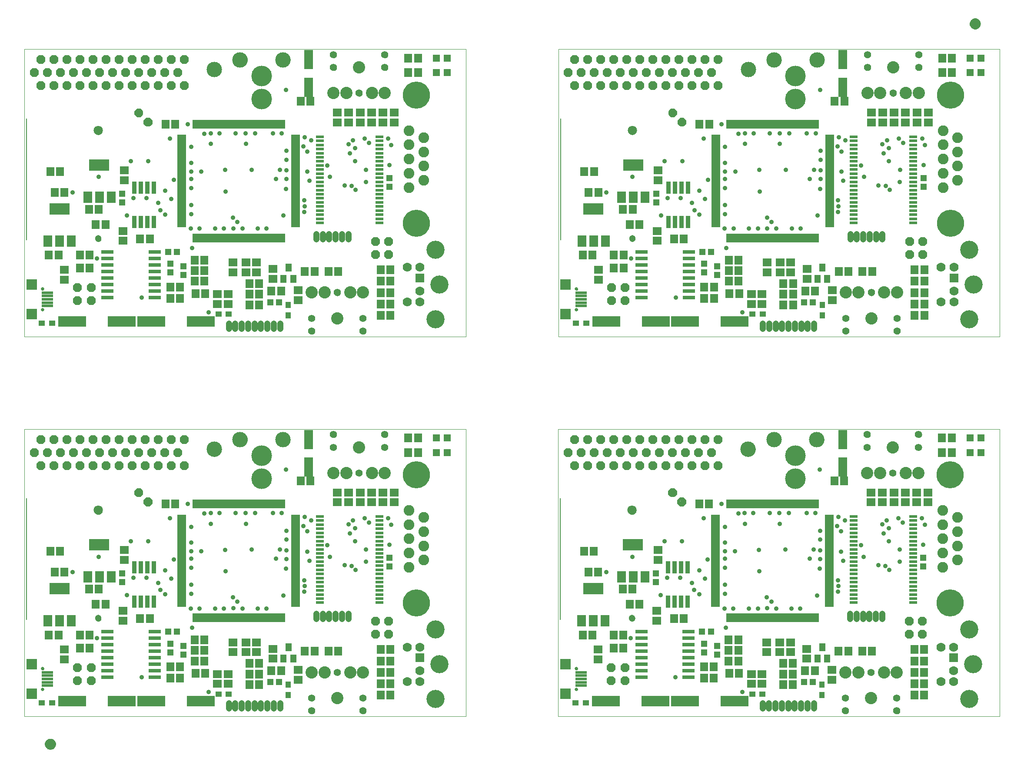
<source format=gts>
G75*
%MOIN*%
%OFA0B0*%
%FSLAX25Y25*%
%IPPOS*%
%LPD*%
%AMOC8*
5,1,8,0,0,1.08239X$1,22.5*
%
%ADD10C,0.00000*%
%ADD11R,0.01981X0.07099*%
%ADD12R,0.07099X0.01981*%
%ADD13R,0.05918X0.02375*%
%ADD14R,0.04737X0.05131*%
%ADD15R,0.03200X0.09500*%
%ADD16R,0.05918X0.07099*%
%ADD17C,0.09400*%
%ADD18C,0.05524*%
%ADD19R,0.04737X0.06312*%
%ADD20R,0.07099X0.05918*%
%ADD21R,0.06706X0.05918*%
%ADD22R,0.05131X0.04737*%
%ADD23R,0.06700X0.08700*%
%ADD24R,0.15800X0.08700*%
%ADD25R,0.05918X0.06706*%
%ADD26C,0.08200*%
%ADD27C,0.20800*%
%ADD28R,0.09461X0.03162*%
%ADD29R,0.21800X0.08400*%
%ADD30R,0.07099X0.14580*%
%ADD31R,0.05524X0.05524*%
%ADD32C,0.04769*%
%ADD33OC8,0.06800*%
%ADD34C,0.01360*%
%ADD35R,0.07000X0.07000*%
%ADD36C,0.07000*%
%ADD37C,0.13900*%
%ADD38R,0.03950X0.04737*%
%ADD39R,0.04737X0.03950*%
%ADD40C,0.11824*%
%ADD41R,0.09100X0.02400*%
%ADD42R,0.07850X0.07850*%
%ADD43C,0.02600*%
%ADD44C,0.00500*%
%ADD45C,0.07099*%
%ADD46C,0.05131*%
%ADD47C,0.15800*%
%ADD48C,0.03600*%
D10*
X0004300Y0040375D02*
X0004300Y0260875D01*
X0342800Y0260875D01*
X0342800Y0040375D01*
X0004300Y0040375D01*
X0017300Y0061131D02*
X0017302Y0061190D01*
X0017308Y0061250D01*
X0017318Y0061308D01*
X0017331Y0061366D01*
X0017349Y0061423D01*
X0017370Y0061479D01*
X0017395Y0061533D01*
X0017423Y0061585D01*
X0017455Y0061636D01*
X0017490Y0061684D01*
X0017528Y0061730D01*
X0017569Y0061773D01*
X0017613Y0061813D01*
X0017659Y0061850D01*
X0017708Y0061884D01*
X0017759Y0061915D01*
X0017811Y0061943D01*
X0017866Y0061967D01*
X0017922Y0061987D01*
X0017979Y0062003D01*
X0018037Y0062016D01*
X0018096Y0062025D01*
X0018155Y0062030D01*
X0018215Y0062031D01*
X0018274Y0062028D01*
X0018333Y0062021D01*
X0018392Y0062010D01*
X0018450Y0061996D01*
X0018506Y0061977D01*
X0018562Y0061955D01*
X0018615Y0061930D01*
X0018667Y0061900D01*
X0018717Y0061868D01*
X0018764Y0061832D01*
X0018810Y0061793D01*
X0018852Y0061751D01*
X0018892Y0061707D01*
X0018928Y0061660D01*
X0018961Y0061611D01*
X0018992Y0061559D01*
X0019018Y0061506D01*
X0019041Y0061451D01*
X0019060Y0061395D01*
X0019076Y0061337D01*
X0019088Y0061279D01*
X0019096Y0061220D01*
X0019100Y0061161D01*
X0019100Y0061101D01*
X0019096Y0061042D01*
X0019088Y0060983D01*
X0019076Y0060925D01*
X0019060Y0060867D01*
X0019041Y0060811D01*
X0019018Y0060756D01*
X0018992Y0060703D01*
X0018961Y0060651D01*
X0018928Y0060602D01*
X0018892Y0060555D01*
X0018852Y0060511D01*
X0018810Y0060469D01*
X0018764Y0060430D01*
X0018717Y0060394D01*
X0018667Y0060362D01*
X0018615Y0060332D01*
X0018562Y0060307D01*
X0018506Y0060285D01*
X0018450Y0060266D01*
X0018392Y0060252D01*
X0018333Y0060241D01*
X0018274Y0060234D01*
X0018215Y0060231D01*
X0018155Y0060232D01*
X0018096Y0060237D01*
X0018037Y0060246D01*
X0017979Y0060259D01*
X0017922Y0060275D01*
X0017866Y0060295D01*
X0017811Y0060319D01*
X0017759Y0060347D01*
X0017708Y0060378D01*
X0017659Y0060412D01*
X0017613Y0060449D01*
X0017569Y0060489D01*
X0017528Y0060532D01*
X0017490Y0060578D01*
X0017455Y0060626D01*
X0017423Y0060677D01*
X0017395Y0060729D01*
X0017370Y0060783D01*
X0017349Y0060839D01*
X0017331Y0060896D01*
X0017318Y0060954D01*
X0017308Y0061012D01*
X0017302Y0061072D01*
X0017300Y0061131D01*
X0017300Y0076931D02*
X0017302Y0076990D01*
X0017308Y0077050D01*
X0017318Y0077108D01*
X0017331Y0077166D01*
X0017349Y0077223D01*
X0017370Y0077279D01*
X0017395Y0077333D01*
X0017423Y0077385D01*
X0017455Y0077436D01*
X0017490Y0077484D01*
X0017528Y0077530D01*
X0017569Y0077573D01*
X0017613Y0077613D01*
X0017659Y0077650D01*
X0017708Y0077684D01*
X0017759Y0077715D01*
X0017811Y0077743D01*
X0017866Y0077767D01*
X0017922Y0077787D01*
X0017979Y0077803D01*
X0018037Y0077816D01*
X0018096Y0077825D01*
X0018155Y0077830D01*
X0018215Y0077831D01*
X0018274Y0077828D01*
X0018333Y0077821D01*
X0018392Y0077810D01*
X0018450Y0077796D01*
X0018506Y0077777D01*
X0018562Y0077755D01*
X0018615Y0077730D01*
X0018667Y0077700D01*
X0018717Y0077668D01*
X0018764Y0077632D01*
X0018810Y0077593D01*
X0018852Y0077551D01*
X0018892Y0077507D01*
X0018928Y0077460D01*
X0018961Y0077411D01*
X0018992Y0077359D01*
X0019018Y0077306D01*
X0019041Y0077251D01*
X0019060Y0077195D01*
X0019076Y0077137D01*
X0019088Y0077079D01*
X0019096Y0077020D01*
X0019100Y0076961D01*
X0019100Y0076901D01*
X0019096Y0076842D01*
X0019088Y0076783D01*
X0019076Y0076725D01*
X0019060Y0076667D01*
X0019041Y0076611D01*
X0019018Y0076556D01*
X0018992Y0076503D01*
X0018961Y0076451D01*
X0018928Y0076402D01*
X0018892Y0076355D01*
X0018852Y0076311D01*
X0018810Y0076269D01*
X0018764Y0076230D01*
X0018717Y0076194D01*
X0018667Y0076162D01*
X0018615Y0076132D01*
X0018562Y0076107D01*
X0018506Y0076085D01*
X0018450Y0076066D01*
X0018392Y0076052D01*
X0018333Y0076041D01*
X0018274Y0076034D01*
X0018215Y0076031D01*
X0018155Y0076032D01*
X0018096Y0076037D01*
X0018037Y0076046D01*
X0017979Y0076059D01*
X0017922Y0076075D01*
X0017866Y0076095D01*
X0017811Y0076119D01*
X0017759Y0076147D01*
X0017708Y0076178D01*
X0017659Y0076212D01*
X0017613Y0076249D01*
X0017569Y0076289D01*
X0017528Y0076332D01*
X0017490Y0076378D01*
X0017455Y0076426D01*
X0017423Y0076477D01*
X0017395Y0076529D01*
X0017370Y0076583D01*
X0017349Y0076639D01*
X0017331Y0076696D01*
X0017318Y0076754D01*
X0017308Y0076812D01*
X0017302Y0076872D01*
X0017300Y0076931D01*
X0058760Y0115594D02*
X0058762Y0115687D01*
X0058768Y0115779D01*
X0058778Y0115871D01*
X0058792Y0115962D01*
X0058809Y0116053D01*
X0058831Y0116143D01*
X0058856Y0116232D01*
X0058885Y0116320D01*
X0058918Y0116406D01*
X0058955Y0116491D01*
X0058995Y0116575D01*
X0059039Y0116656D01*
X0059086Y0116736D01*
X0059136Y0116814D01*
X0059190Y0116889D01*
X0059247Y0116962D01*
X0059307Y0117032D01*
X0059370Y0117100D01*
X0059436Y0117165D01*
X0059504Y0117227D01*
X0059575Y0117287D01*
X0059649Y0117343D01*
X0059725Y0117396D01*
X0059803Y0117445D01*
X0059883Y0117492D01*
X0059965Y0117534D01*
X0060049Y0117574D01*
X0060134Y0117609D01*
X0060221Y0117641D01*
X0060309Y0117670D01*
X0060398Y0117694D01*
X0060488Y0117715D01*
X0060579Y0117731D01*
X0060671Y0117744D01*
X0060763Y0117753D01*
X0060856Y0117758D01*
X0060948Y0117759D01*
X0061041Y0117756D01*
X0061133Y0117749D01*
X0061225Y0117738D01*
X0061316Y0117723D01*
X0061407Y0117705D01*
X0061497Y0117682D01*
X0061585Y0117656D01*
X0061673Y0117626D01*
X0061759Y0117592D01*
X0061843Y0117555D01*
X0061926Y0117513D01*
X0062007Y0117469D01*
X0062087Y0117421D01*
X0062164Y0117370D01*
X0062238Y0117315D01*
X0062311Y0117257D01*
X0062381Y0117197D01*
X0062448Y0117133D01*
X0062512Y0117067D01*
X0062574Y0116997D01*
X0062632Y0116926D01*
X0062687Y0116852D01*
X0062739Y0116775D01*
X0062788Y0116696D01*
X0062834Y0116616D01*
X0062876Y0116533D01*
X0062914Y0116449D01*
X0062949Y0116363D01*
X0062980Y0116276D01*
X0063007Y0116188D01*
X0063030Y0116098D01*
X0063050Y0116008D01*
X0063066Y0115917D01*
X0063078Y0115825D01*
X0063086Y0115733D01*
X0063090Y0115640D01*
X0063090Y0115548D01*
X0063086Y0115455D01*
X0063078Y0115363D01*
X0063066Y0115271D01*
X0063050Y0115180D01*
X0063030Y0115090D01*
X0063007Y0115000D01*
X0062980Y0114912D01*
X0062949Y0114825D01*
X0062914Y0114739D01*
X0062876Y0114655D01*
X0062834Y0114572D01*
X0062788Y0114492D01*
X0062739Y0114413D01*
X0062687Y0114336D01*
X0062632Y0114262D01*
X0062574Y0114191D01*
X0062512Y0114121D01*
X0062448Y0114055D01*
X0062381Y0113991D01*
X0062311Y0113931D01*
X0062238Y0113873D01*
X0062164Y0113818D01*
X0062087Y0113767D01*
X0062008Y0113719D01*
X0061926Y0113675D01*
X0061843Y0113633D01*
X0061759Y0113596D01*
X0061673Y0113562D01*
X0061585Y0113532D01*
X0061497Y0113506D01*
X0061407Y0113483D01*
X0061316Y0113465D01*
X0061225Y0113450D01*
X0061133Y0113439D01*
X0061041Y0113432D01*
X0060948Y0113429D01*
X0060856Y0113430D01*
X0060763Y0113435D01*
X0060671Y0113444D01*
X0060579Y0113457D01*
X0060488Y0113473D01*
X0060398Y0113494D01*
X0060309Y0113518D01*
X0060221Y0113547D01*
X0060134Y0113579D01*
X0060049Y0113614D01*
X0059965Y0113654D01*
X0059883Y0113696D01*
X0059803Y0113743D01*
X0059725Y0113792D01*
X0059649Y0113845D01*
X0059575Y0113901D01*
X0059504Y0113961D01*
X0059436Y0114023D01*
X0059370Y0114088D01*
X0059307Y0114156D01*
X0059247Y0114226D01*
X0059190Y0114299D01*
X0059136Y0114374D01*
X0059086Y0114452D01*
X0059039Y0114532D01*
X0058995Y0114613D01*
X0058955Y0114697D01*
X0058918Y0114782D01*
X0058885Y0114868D01*
X0058856Y0114956D01*
X0058831Y0115045D01*
X0058809Y0115135D01*
X0058792Y0115226D01*
X0058778Y0115317D01*
X0058768Y0115409D01*
X0058762Y0115501D01*
X0058760Y0115594D01*
X0057775Y0198594D02*
X0057777Y0198706D01*
X0057783Y0198817D01*
X0057793Y0198929D01*
X0057807Y0199040D01*
X0057824Y0199150D01*
X0057846Y0199260D01*
X0057872Y0199369D01*
X0057901Y0199477D01*
X0057934Y0199583D01*
X0057971Y0199689D01*
X0058012Y0199793D01*
X0058057Y0199896D01*
X0058105Y0199997D01*
X0058156Y0200096D01*
X0058211Y0200193D01*
X0058270Y0200288D01*
X0058331Y0200382D01*
X0058396Y0200473D01*
X0058465Y0200561D01*
X0058536Y0200647D01*
X0058610Y0200731D01*
X0058688Y0200811D01*
X0058768Y0200889D01*
X0058851Y0200965D01*
X0058936Y0201037D01*
X0059024Y0201106D01*
X0059114Y0201172D01*
X0059207Y0201234D01*
X0059302Y0201294D01*
X0059399Y0201350D01*
X0059497Y0201402D01*
X0059598Y0201451D01*
X0059700Y0201496D01*
X0059804Y0201538D01*
X0059909Y0201576D01*
X0060016Y0201610D01*
X0060123Y0201640D01*
X0060232Y0201667D01*
X0060341Y0201689D01*
X0060452Y0201708D01*
X0060562Y0201723D01*
X0060674Y0201734D01*
X0060785Y0201741D01*
X0060897Y0201744D01*
X0061009Y0201743D01*
X0061121Y0201738D01*
X0061232Y0201729D01*
X0061343Y0201716D01*
X0061454Y0201699D01*
X0061564Y0201679D01*
X0061673Y0201654D01*
X0061781Y0201626D01*
X0061888Y0201593D01*
X0061994Y0201557D01*
X0062098Y0201517D01*
X0062201Y0201474D01*
X0062303Y0201427D01*
X0062402Y0201376D01*
X0062500Y0201322D01*
X0062596Y0201264D01*
X0062690Y0201203D01*
X0062781Y0201139D01*
X0062870Y0201072D01*
X0062957Y0201001D01*
X0063041Y0200927D01*
X0063123Y0200851D01*
X0063201Y0200771D01*
X0063277Y0200689D01*
X0063350Y0200604D01*
X0063420Y0200517D01*
X0063486Y0200427D01*
X0063550Y0200335D01*
X0063610Y0200241D01*
X0063667Y0200145D01*
X0063720Y0200046D01*
X0063770Y0199946D01*
X0063816Y0199845D01*
X0063859Y0199741D01*
X0063898Y0199636D01*
X0063933Y0199530D01*
X0063964Y0199423D01*
X0063992Y0199314D01*
X0064015Y0199205D01*
X0064035Y0199095D01*
X0064051Y0198984D01*
X0064063Y0198873D01*
X0064071Y0198762D01*
X0064075Y0198650D01*
X0064075Y0198538D01*
X0064071Y0198426D01*
X0064063Y0198315D01*
X0064051Y0198204D01*
X0064035Y0198093D01*
X0064015Y0197983D01*
X0063992Y0197874D01*
X0063964Y0197765D01*
X0063933Y0197658D01*
X0063898Y0197552D01*
X0063859Y0197447D01*
X0063816Y0197343D01*
X0063770Y0197242D01*
X0063720Y0197142D01*
X0063667Y0197043D01*
X0063610Y0196947D01*
X0063550Y0196853D01*
X0063486Y0196761D01*
X0063420Y0196671D01*
X0063350Y0196584D01*
X0063277Y0196499D01*
X0063201Y0196417D01*
X0063123Y0196337D01*
X0063041Y0196261D01*
X0062957Y0196187D01*
X0062870Y0196116D01*
X0062781Y0196049D01*
X0062690Y0195985D01*
X0062596Y0195924D01*
X0062500Y0195866D01*
X0062402Y0195812D01*
X0062303Y0195761D01*
X0062201Y0195714D01*
X0062098Y0195671D01*
X0061994Y0195631D01*
X0061888Y0195595D01*
X0061781Y0195562D01*
X0061673Y0195534D01*
X0061564Y0195509D01*
X0061454Y0195489D01*
X0061343Y0195472D01*
X0061232Y0195459D01*
X0061121Y0195450D01*
X0061009Y0195445D01*
X0060897Y0195444D01*
X0060785Y0195447D01*
X0060674Y0195454D01*
X0060562Y0195465D01*
X0060452Y0195480D01*
X0060341Y0195499D01*
X0060232Y0195521D01*
X0060123Y0195548D01*
X0060016Y0195578D01*
X0059909Y0195612D01*
X0059804Y0195650D01*
X0059700Y0195692D01*
X0059598Y0195737D01*
X0059497Y0195786D01*
X0059399Y0195838D01*
X0059302Y0195894D01*
X0059207Y0195954D01*
X0059114Y0196016D01*
X0059024Y0196082D01*
X0058936Y0196151D01*
X0058851Y0196223D01*
X0058768Y0196299D01*
X0058688Y0196377D01*
X0058610Y0196457D01*
X0058536Y0196541D01*
X0058465Y0196627D01*
X0058396Y0196715D01*
X0058331Y0196806D01*
X0058270Y0196900D01*
X0058211Y0196995D01*
X0058156Y0197092D01*
X0058105Y0197191D01*
X0058057Y0197292D01*
X0058012Y0197395D01*
X0057971Y0197499D01*
X0057934Y0197605D01*
X0057901Y0197711D01*
X0057872Y0197819D01*
X0057846Y0197928D01*
X0057824Y0198038D01*
X0057807Y0198148D01*
X0057793Y0198259D01*
X0057783Y0198371D01*
X0057777Y0198482D01*
X0057775Y0198594D01*
X0144413Y0245375D02*
X0144415Y0245523D01*
X0144421Y0245671D01*
X0144431Y0245819D01*
X0144445Y0245966D01*
X0144463Y0246113D01*
X0144484Y0246259D01*
X0144510Y0246405D01*
X0144540Y0246550D01*
X0144573Y0246694D01*
X0144611Y0246837D01*
X0144652Y0246979D01*
X0144697Y0247120D01*
X0144745Y0247260D01*
X0144798Y0247399D01*
X0144854Y0247536D01*
X0144914Y0247671D01*
X0144977Y0247805D01*
X0145044Y0247937D01*
X0145115Y0248067D01*
X0145189Y0248195D01*
X0145266Y0248321D01*
X0145347Y0248445D01*
X0145431Y0248567D01*
X0145518Y0248686D01*
X0145609Y0248803D01*
X0145703Y0248918D01*
X0145799Y0249030D01*
X0145899Y0249140D01*
X0146001Y0249246D01*
X0146107Y0249350D01*
X0146215Y0249451D01*
X0146326Y0249549D01*
X0146439Y0249645D01*
X0146555Y0249737D01*
X0146673Y0249826D01*
X0146794Y0249911D01*
X0146917Y0249994D01*
X0147042Y0250073D01*
X0147169Y0250149D01*
X0147298Y0250221D01*
X0147429Y0250290D01*
X0147562Y0250355D01*
X0147697Y0250416D01*
X0147833Y0250474D01*
X0147970Y0250529D01*
X0148109Y0250579D01*
X0148250Y0250626D01*
X0148391Y0250669D01*
X0148534Y0250709D01*
X0148678Y0250744D01*
X0148822Y0250776D01*
X0148968Y0250803D01*
X0149114Y0250827D01*
X0149261Y0250847D01*
X0149408Y0250863D01*
X0149555Y0250875D01*
X0149703Y0250883D01*
X0149851Y0250887D01*
X0149999Y0250887D01*
X0150147Y0250883D01*
X0150295Y0250875D01*
X0150442Y0250863D01*
X0150589Y0250847D01*
X0150736Y0250827D01*
X0150882Y0250803D01*
X0151028Y0250776D01*
X0151172Y0250744D01*
X0151316Y0250709D01*
X0151459Y0250669D01*
X0151600Y0250626D01*
X0151741Y0250579D01*
X0151880Y0250529D01*
X0152017Y0250474D01*
X0152153Y0250416D01*
X0152288Y0250355D01*
X0152421Y0250290D01*
X0152552Y0250221D01*
X0152681Y0250149D01*
X0152808Y0250073D01*
X0152933Y0249994D01*
X0153056Y0249911D01*
X0153177Y0249826D01*
X0153295Y0249737D01*
X0153411Y0249645D01*
X0153524Y0249549D01*
X0153635Y0249451D01*
X0153743Y0249350D01*
X0153849Y0249246D01*
X0153951Y0249140D01*
X0154051Y0249030D01*
X0154147Y0248918D01*
X0154241Y0248803D01*
X0154332Y0248686D01*
X0154419Y0248567D01*
X0154503Y0248445D01*
X0154584Y0248321D01*
X0154661Y0248195D01*
X0154735Y0248067D01*
X0154806Y0247937D01*
X0154873Y0247805D01*
X0154936Y0247671D01*
X0154996Y0247536D01*
X0155052Y0247399D01*
X0155105Y0247260D01*
X0155153Y0247120D01*
X0155198Y0246979D01*
X0155239Y0246837D01*
X0155277Y0246694D01*
X0155310Y0246550D01*
X0155340Y0246405D01*
X0155366Y0246259D01*
X0155387Y0246113D01*
X0155405Y0245966D01*
X0155419Y0245819D01*
X0155429Y0245671D01*
X0155435Y0245523D01*
X0155437Y0245375D01*
X0155435Y0245227D01*
X0155429Y0245079D01*
X0155419Y0244931D01*
X0155405Y0244784D01*
X0155387Y0244637D01*
X0155366Y0244491D01*
X0155340Y0244345D01*
X0155310Y0244200D01*
X0155277Y0244056D01*
X0155239Y0243913D01*
X0155198Y0243771D01*
X0155153Y0243630D01*
X0155105Y0243490D01*
X0155052Y0243351D01*
X0154996Y0243214D01*
X0154936Y0243079D01*
X0154873Y0242945D01*
X0154806Y0242813D01*
X0154735Y0242683D01*
X0154661Y0242555D01*
X0154584Y0242429D01*
X0154503Y0242305D01*
X0154419Y0242183D01*
X0154332Y0242064D01*
X0154241Y0241947D01*
X0154147Y0241832D01*
X0154051Y0241720D01*
X0153951Y0241610D01*
X0153849Y0241504D01*
X0153743Y0241400D01*
X0153635Y0241299D01*
X0153524Y0241201D01*
X0153411Y0241105D01*
X0153295Y0241013D01*
X0153177Y0240924D01*
X0153056Y0240839D01*
X0152933Y0240756D01*
X0152808Y0240677D01*
X0152681Y0240601D01*
X0152552Y0240529D01*
X0152421Y0240460D01*
X0152288Y0240395D01*
X0152153Y0240334D01*
X0152017Y0240276D01*
X0151880Y0240221D01*
X0151741Y0240171D01*
X0151600Y0240124D01*
X0151459Y0240081D01*
X0151316Y0240041D01*
X0151172Y0240006D01*
X0151028Y0239974D01*
X0150882Y0239947D01*
X0150736Y0239923D01*
X0150589Y0239903D01*
X0150442Y0239887D01*
X0150295Y0239875D01*
X0150147Y0239867D01*
X0149999Y0239863D01*
X0149851Y0239863D01*
X0149703Y0239867D01*
X0149555Y0239875D01*
X0149408Y0239887D01*
X0149261Y0239903D01*
X0149114Y0239923D01*
X0148968Y0239947D01*
X0148822Y0239974D01*
X0148678Y0240006D01*
X0148534Y0240041D01*
X0148391Y0240081D01*
X0148250Y0240124D01*
X0148109Y0240171D01*
X0147970Y0240221D01*
X0147833Y0240276D01*
X0147697Y0240334D01*
X0147562Y0240395D01*
X0147429Y0240460D01*
X0147298Y0240529D01*
X0147169Y0240601D01*
X0147042Y0240677D01*
X0146917Y0240756D01*
X0146794Y0240839D01*
X0146673Y0240924D01*
X0146555Y0241013D01*
X0146439Y0241105D01*
X0146326Y0241201D01*
X0146215Y0241299D01*
X0146107Y0241400D01*
X0146001Y0241504D01*
X0145899Y0241610D01*
X0145799Y0241720D01*
X0145703Y0241832D01*
X0145609Y0241947D01*
X0145518Y0242064D01*
X0145431Y0242183D01*
X0145347Y0242305D01*
X0145266Y0242429D01*
X0145189Y0242555D01*
X0145115Y0242683D01*
X0145044Y0242813D01*
X0144977Y0242945D01*
X0144914Y0243079D01*
X0144854Y0243214D01*
X0144798Y0243351D01*
X0144745Y0243490D01*
X0144697Y0243630D01*
X0144652Y0243771D01*
X0144611Y0243913D01*
X0144573Y0244056D01*
X0144540Y0244200D01*
X0144510Y0244345D01*
X0144484Y0244491D01*
X0144463Y0244637D01*
X0144445Y0244784D01*
X0144431Y0244931D01*
X0144421Y0245079D01*
X0144415Y0245227D01*
X0144413Y0245375D01*
X0164226Y0252777D02*
X0164228Y0252925D01*
X0164234Y0253073D01*
X0164244Y0253221D01*
X0164258Y0253368D01*
X0164276Y0253515D01*
X0164297Y0253661D01*
X0164323Y0253807D01*
X0164353Y0253952D01*
X0164386Y0254096D01*
X0164424Y0254239D01*
X0164465Y0254381D01*
X0164510Y0254522D01*
X0164558Y0254662D01*
X0164611Y0254801D01*
X0164667Y0254938D01*
X0164727Y0255073D01*
X0164790Y0255207D01*
X0164857Y0255339D01*
X0164928Y0255469D01*
X0165002Y0255597D01*
X0165079Y0255723D01*
X0165160Y0255847D01*
X0165244Y0255969D01*
X0165331Y0256088D01*
X0165422Y0256205D01*
X0165516Y0256320D01*
X0165612Y0256432D01*
X0165712Y0256542D01*
X0165814Y0256648D01*
X0165920Y0256752D01*
X0166028Y0256853D01*
X0166139Y0256951D01*
X0166252Y0257047D01*
X0166368Y0257139D01*
X0166486Y0257228D01*
X0166607Y0257313D01*
X0166730Y0257396D01*
X0166855Y0257475D01*
X0166982Y0257551D01*
X0167111Y0257623D01*
X0167242Y0257692D01*
X0167375Y0257757D01*
X0167510Y0257818D01*
X0167646Y0257876D01*
X0167783Y0257931D01*
X0167922Y0257981D01*
X0168063Y0258028D01*
X0168204Y0258071D01*
X0168347Y0258111D01*
X0168491Y0258146D01*
X0168635Y0258178D01*
X0168781Y0258205D01*
X0168927Y0258229D01*
X0169074Y0258249D01*
X0169221Y0258265D01*
X0169368Y0258277D01*
X0169516Y0258285D01*
X0169664Y0258289D01*
X0169812Y0258289D01*
X0169960Y0258285D01*
X0170108Y0258277D01*
X0170255Y0258265D01*
X0170402Y0258249D01*
X0170549Y0258229D01*
X0170695Y0258205D01*
X0170841Y0258178D01*
X0170985Y0258146D01*
X0171129Y0258111D01*
X0171272Y0258071D01*
X0171413Y0258028D01*
X0171554Y0257981D01*
X0171693Y0257931D01*
X0171830Y0257876D01*
X0171966Y0257818D01*
X0172101Y0257757D01*
X0172234Y0257692D01*
X0172365Y0257623D01*
X0172494Y0257551D01*
X0172621Y0257475D01*
X0172746Y0257396D01*
X0172869Y0257313D01*
X0172990Y0257228D01*
X0173108Y0257139D01*
X0173224Y0257047D01*
X0173337Y0256951D01*
X0173448Y0256853D01*
X0173556Y0256752D01*
X0173662Y0256648D01*
X0173764Y0256542D01*
X0173864Y0256432D01*
X0173960Y0256320D01*
X0174054Y0256205D01*
X0174145Y0256088D01*
X0174232Y0255969D01*
X0174316Y0255847D01*
X0174397Y0255723D01*
X0174474Y0255597D01*
X0174548Y0255469D01*
X0174619Y0255339D01*
X0174686Y0255207D01*
X0174749Y0255073D01*
X0174809Y0254938D01*
X0174865Y0254801D01*
X0174918Y0254662D01*
X0174966Y0254522D01*
X0175011Y0254381D01*
X0175052Y0254239D01*
X0175090Y0254096D01*
X0175123Y0253952D01*
X0175153Y0253807D01*
X0175179Y0253661D01*
X0175200Y0253515D01*
X0175218Y0253368D01*
X0175232Y0253221D01*
X0175242Y0253073D01*
X0175248Y0252925D01*
X0175250Y0252777D01*
X0175248Y0252629D01*
X0175242Y0252481D01*
X0175232Y0252333D01*
X0175218Y0252186D01*
X0175200Y0252039D01*
X0175179Y0251893D01*
X0175153Y0251747D01*
X0175123Y0251602D01*
X0175090Y0251458D01*
X0175052Y0251315D01*
X0175011Y0251173D01*
X0174966Y0251032D01*
X0174918Y0250892D01*
X0174865Y0250753D01*
X0174809Y0250616D01*
X0174749Y0250481D01*
X0174686Y0250347D01*
X0174619Y0250215D01*
X0174548Y0250085D01*
X0174474Y0249957D01*
X0174397Y0249831D01*
X0174316Y0249707D01*
X0174232Y0249585D01*
X0174145Y0249466D01*
X0174054Y0249349D01*
X0173960Y0249234D01*
X0173864Y0249122D01*
X0173764Y0249012D01*
X0173662Y0248906D01*
X0173556Y0248802D01*
X0173448Y0248701D01*
X0173337Y0248603D01*
X0173224Y0248507D01*
X0173108Y0248415D01*
X0172990Y0248326D01*
X0172869Y0248241D01*
X0172746Y0248158D01*
X0172621Y0248079D01*
X0172494Y0248003D01*
X0172365Y0247931D01*
X0172234Y0247862D01*
X0172101Y0247797D01*
X0171966Y0247736D01*
X0171830Y0247678D01*
X0171693Y0247623D01*
X0171554Y0247573D01*
X0171413Y0247526D01*
X0171272Y0247483D01*
X0171129Y0247443D01*
X0170985Y0247408D01*
X0170841Y0247376D01*
X0170695Y0247349D01*
X0170549Y0247325D01*
X0170402Y0247305D01*
X0170255Y0247289D01*
X0170108Y0247277D01*
X0169960Y0247269D01*
X0169812Y0247265D01*
X0169664Y0247265D01*
X0169516Y0247269D01*
X0169368Y0247277D01*
X0169221Y0247289D01*
X0169074Y0247305D01*
X0168927Y0247325D01*
X0168781Y0247349D01*
X0168635Y0247376D01*
X0168491Y0247408D01*
X0168347Y0247443D01*
X0168204Y0247483D01*
X0168063Y0247526D01*
X0167922Y0247573D01*
X0167783Y0247623D01*
X0167646Y0247678D01*
X0167510Y0247736D01*
X0167375Y0247797D01*
X0167242Y0247862D01*
X0167111Y0247931D01*
X0166982Y0248003D01*
X0166855Y0248079D01*
X0166730Y0248158D01*
X0166607Y0248241D01*
X0166486Y0248326D01*
X0166368Y0248415D01*
X0166252Y0248507D01*
X0166139Y0248603D01*
X0166028Y0248701D01*
X0165920Y0248802D01*
X0165814Y0248906D01*
X0165712Y0249012D01*
X0165612Y0249122D01*
X0165516Y0249234D01*
X0165422Y0249349D01*
X0165331Y0249466D01*
X0165244Y0249585D01*
X0165160Y0249707D01*
X0165079Y0249831D01*
X0165002Y0249957D01*
X0164928Y0250085D01*
X0164857Y0250215D01*
X0164790Y0250347D01*
X0164727Y0250481D01*
X0164667Y0250616D01*
X0164611Y0250753D01*
X0164558Y0250892D01*
X0164510Y0251032D01*
X0164465Y0251173D01*
X0164424Y0251315D01*
X0164386Y0251458D01*
X0164353Y0251602D01*
X0164323Y0251747D01*
X0164297Y0251893D01*
X0164276Y0252039D01*
X0164258Y0252186D01*
X0164244Y0252333D01*
X0164234Y0252481D01*
X0164228Y0252629D01*
X0164226Y0252777D01*
X0197100Y0252777D02*
X0197102Y0252925D01*
X0197108Y0253073D01*
X0197118Y0253221D01*
X0197132Y0253368D01*
X0197150Y0253515D01*
X0197171Y0253661D01*
X0197197Y0253807D01*
X0197227Y0253952D01*
X0197260Y0254096D01*
X0197298Y0254239D01*
X0197339Y0254381D01*
X0197384Y0254522D01*
X0197432Y0254662D01*
X0197485Y0254801D01*
X0197541Y0254938D01*
X0197601Y0255073D01*
X0197664Y0255207D01*
X0197731Y0255339D01*
X0197802Y0255469D01*
X0197876Y0255597D01*
X0197953Y0255723D01*
X0198034Y0255847D01*
X0198118Y0255969D01*
X0198205Y0256088D01*
X0198296Y0256205D01*
X0198390Y0256320D01*
X0198486Y0256432D01*
X0198586Y0256542D01*
X0198688Y0256648D01*
X0198794Y0256752D01*
X0198902Y0256853D01*
X0199013Y0256951D01*
X0199126Y0257047D01*
X0199242Y0257139D01*
X0199360Y0257228D01*
X0199481Y0257313D01*
X0199604Y0257396D01*
X0199729Y0257475D01*
X0199856Y0257551D01*
X0199985Y0257623D01*
X0200116Y0257692D01*
X0200249Y0257757D01*
X0200384Y0257818D01*
X0200520Y0257876D01*
X0200657Y0257931D01*
X0200796Y0257981D01*
X0200937Y0258028D01*
X0201078Y0258071D01*
X0201221Y0258111D01*
X0201365Y0258146D01*
X0201509Y0258178D01*
X0201655Y0258205D01*
X0201801Y0258229D01*
X0201948Y0258249D01*
X0202095Y0258265D01*
X0202242Y0258277D01*
X0202390Y0258285D01*
X0202538Y0258289D01*
X0202686Y0258289D01*
X0202834Y0258285D01*
X0202982Y0258277D01*
X0203129Y0258265D01*
X0203276Y0258249D01*
X0203423Y0258229D01*
X0203569Y0258205D01*
X0203715Y0258178D01*
X0203859Y0258146D01*
X0204003Y0258111D01*
X0204146Y0258071D01*
X0204287Y0258028D01*
X0204428Y0257981D01*
X0204567Y0257931D01*
X0204704Y0257876D01*
X0204840Y0257818D01*
X0204975Y0257757D01*
X0205108Y0257692D01*
X0205239Y0257623D01*
X0205368Y0257551D01*
X0205495Y0257475D01*
X0205620Y0257396D01*
X0205743Y0257313D01*
X0205864Y0257228D01*
X0205982Y0257139D01*
X0206098Y0257047D01*
X0206211Y0256951D01*
X0206322Y0256853D01*
X0206430Y0256752D01*
X0206536Y0256648D01*
X0206638Y0256542D01*
X0206738Y0256432D01*
X0206834Y0256320D01*
X0206928Y0256205D01*
X0207019Y0256088D01*
X0207106Y0255969D01*
X0207190Y0255847D01*
X0207271Y0255723D01*
X0207348Y0255597D01*
X0207422Y0255469D01*
X0207493Y0255339D01*
X0207560Y0255207D01*
X0207623Y0255073D01*
X0207683Y0254938D01*
X0207739Y0254801D01*
X0207792Y0254662D01*
X0207840Y0254522D01*
X0207885Y0254381D01*
X0207926Y0254239D01*
X0207964Y0254096D01*
X0207997Y0253952D01*
X0208027Y0253807D01*
X0208053Y0253661D01*
X0208074Y0253515D01*
X0208092Y0253368D01*
X0208106Y0253221D01*
X0208116Y0253073D01*
X0208122Y0252925D01*
X0208124Y0252777D01*
X0208122Y0252629D01*
X0208116Y0252481D01*
X0208106Y0252333D01*
X0208092Y0252186D01*
X0208074Y0252039D01*
X0208053Y0251893D01*
X0208027Y0251747D01*
X0207997Y0251602D01*
X0207964Y0251458D01*
X0207926Y0251315D01*
X0207885Y0251173D01*
X0207840Y0251032D01*
X0207792Y0250892D01*
X0207739Y0250753D01*
X0207683Y0250616D01*
X0207623Y0250481D01*
X0207560Y0250347D01*
X0207493Y0250215D01*
X0207422Y0250085D01*
X0207348Y0249957D01*
X0207271Y0249831D01*
X0207190Y0249707D01*
X0207106Y0249585D01*
X0207019Y0249466D01*
X0206928Y0249349D01*
X0206834Y0249234D01*
X0206738Y0249122D01*
X0206638Y0249012D01*
X0206536Y0248906D01*
X0206430Y0248802D01*
X0206322Y0248701D01*
X0206211Y0248603D01*
X0206098Y0248507D01*
X0205982Y0248415D01*
X0205864Y0248326D01*
X0205743Y0248241D01*
X0205620Y0248158D01*
X0205495Y0248079D01*
X0205368Y0248003D01*
X0205239Y0247931D01*
X0205108Y0247862D01*
X0204975Y0247797D01*
X0204840Y0247736D01*
X0204704Y0247678D01*
X0204567Y0247623D01*
X0204428Y0247573D01*
X0204287Y0247526D01*
X0204146Y0247483D01*
X0204003Y0247443D01*
X0203859Y0247408D01*
X0203715Y0247376D01*
X0203569Y0247349D01*
X0203423Y0247325D01*
X0203276Y0247305D01*
X0203129Y0247289D01*
X0202982Y0247277D01*
X0202834Y0247269D01*
X0202686Y0247265D01*
X0202538Y0247265D01*
X0202390Y0247269D01*
X0202242Y0247277D01*
X0202095Y0247289D01*
X0201948Y0247305D01*
X0201801Y0247325D01*
X0201655Y0247349D01*
X0201509Y0247376D01*
X0201365Y0247408D01*
X0201221Y0247443D01*
X0201078Y0247483D01*
X0200937Y0247526D01*
X0200796Y0247573D01*
X0200657Y0247623D01*
X0200520Y0247678D01*
X0200384Y0247736D01*
X0200249Y0247797D01*
X0200116Y0247862D01*
X0199985Y0247931D01*
X0199856Y0248003D01*
X0199729Y0248079D01*
X0199604Y0248158D01*
X0199481Y0248241D01*
X0199360Y0248326D01*
X0199242Y0248415D01*
X0199126Y0248507D01*
X0199013Y0248603D01*
X0198902Y0248701D01*
X0198794Y0248802D01*
X0198688Y0248906D01*
X0198586Y0249012D01*
X0198486Y0249122D01*
X0198390Y0249234D01*
X0198296Y0249349D01*
X0198205Y0249466D01*
X0198118Y0249585D01*
X0198034Y0249707D01*
X0197953Y0249831D01*
X0197876Y0249957D01*
X0197802Y0250085D01*
X0197731Y0250215D01*
X0197664Y0250347D01*
X0197601Y0250481D01*
X0197541Y0250616D01*
X0197485Y0250753D01*
X0197432Y0250892D01*
X0197384Y0251032D01*
X0197339Y0251173D01*
X0197298Y0251315D01*
X0197260Y0251458D01*
X0197227Y0251602D01*
X0197197Y0251747D01*
X0197171Y0251893D01*
X0197150Y0252039D01*
X0197132Y0252186D01*
X0197118Y0252333D01*
X0197108Y0252481D01*
X0197102Y0252629D01*
X0197100Y0252777D01*
X0238972Y0256718D02*
X0238974Y0256815D01*
X0238980Y0256912D01*
X0238990Y0257008D01*
X0239004Y0257104D01*
X0239022Y0257200D01*
X0239043Y0257294D01*
X0239069Y0257388D01*
X0239098Y0257480D01*
X0239132Y0257571D01*
X0239168Y0257661D01*
X0239209Y0257749D01*
X0239253Y0257835D01*
X0239301Y0257920D01*
X0239352Y0258002D01*
X0239406Y0258083D01*
X0239464Y0258161D01*
X0239525Y0258236D01*
X0239588Y0258309D01*
X0239655Y0258380D01*
X0239725Y0258447D01*
X0239797Y0258512D01*
X0239872Y0258573D01*
X0239950Y0258632D01*
X0240029Y0258687D01*
X0240111Y0258739D01*
X0240195Y0258787D01*
X0240281Y0258832D01*
X0240369Y0258874D01*
X0240458Y0258912D01*
X0240549Y0258946D01*
X0240641Y0258976D01*
X0240734Y0259003D01*
X0240829Y0259025D01*
X0240924Y0259044D01*
X0241020Y0259059D01*
X0241116Y0259070D01*
X0241213Y0259077D01*
X0241310Y0259080D01*
X0241407Y0259079D01*
X0241504Y0259074D01*
X0241600Y0259065D01*
X0241696Y0259052D01*
X0241792Y0259035D01*
X0241887Y0259014D01*
X0241980Y0258990D01*
X0242073Y0258961D01*
X0242165Y0258929D01*
X0242255Y0258893D01*
X0242343Y0258854D01*
X0242430Y0258810D01*
X0242515Y0258764D01*
X0242598Y0258713D01*
X0242679Y0258660D01*
X0242757Y0258603D01*
X0242834Y0258543D01*
X0242907Y0258480D01*
X0242978Y0258414D01*
X0243046Y0258345D01*
X0243112Y0258273D01*
X0243174Y0258199D01*
X0243233Y0258122D01*
X0243289Y0258043D01*
X0243342Y0257961D01*
X0243392Y0257878D01*
X0243437Y0257792D01*
X0243480Y0257705D01*
X0243519Y0257616D01*
X0243554Y0257526D01*
X0243585Y0257434D01*
X0243612Y0257341D01*
X0243636Y0257247D01*
X0243656Y0257152D01*
X0243672Y0257056D01*
X0243684Y0256960D01*
X0243692Y0256863D01*
X0243696Y0256766D01*
X0243696Y0256670D01*
X0243692Y0256573D01*
X0243684Y0256476D01*
X0243672Y0256380D01*
X0243656Y0256284D01*
X0243636Y0256189D01*
X0243612Y0256095D01*
X0243585Y0256002D01*
X0243554Y0255910D01*
X0243519Y0255820D01*
X0243480Y0255731D01*
X0243437Y0255644D01*
X0243392Y0255558D01*
X0243342Y0255475D01*
X0243289Y0255393D01*
X0243233Y0255314D01*
X0243174Y0255237D01*
X0243112Y0255163D01*
X0243046Y0255091D01*
X0242978Y0255022D01*
X0242907Y0254956D01*
X0242834Y0254893D01*
X0242757Y0254833D01*
X0242679Y0254776D01*
X0242598Y0254723D01*
X0242515Y0254672D01*
X0242430Y0254626D01*
X0242343Y0254582D01*
X0242255Y0254543D01*
X0242165Y0254507D01*
X0242073Y0254475D01*
X0241980Y0254446D01*
X0241887Y0254422D01*
X0241792Y0254401D01*
X0241696Y0254384D01*
X0241600Y0254371D01*
X0241504Y0254362D01*
X0241407Y0254357D01*
X0241310Y0254356D01*
X0241213Y0254359D01*
X0241116Y0254366D01*
X0241020Y0254377D01*
X0240924Y0254392D01*
X0240829Y0254411D01*
X0240734Y0254433D01*
X0240641Y0254460D01*
X0240549Y0254490D01*
X0240458Y0254524D01*
X0240369Y0254562D01*
X0240281Y0254604D01*
X0240195Y0254649D01*
X0240111Y0254697D01*
X0240029Y0254749D01*
X0239950Y0254804D01*
X0239872Y0254863D01*
X0239797Y0254924D01*
X0239725Y0254989D01*
X0239655Y0255056D01*
X0239588Y0255127D01*
X0239525Y0255200D01*
X0239464Y0255275D01*
X0239406Y0255353D01*
X0239352Y0255434D01*
X0239301Y0255516D01*
X0239253Y0255601D01*
X0239209Y0255687D01*
X0239168Y0255775D01*
X0239132Y0255865D01*
X0239098Y0255956D01*
X0239069Y0256048D01*
X0239043Y0256142D01*
X0239022Y0256236D01*
X0239004Y0256332D01*
X0238990Y0256428D01*
X0238980Y0256524D01*
X0238974Y0256621D01*
X0238972Y0256718D01*
X0238972Y0246875D02*
X0238974Y0246972D01*
X0238980Y0247069D01*
X0238990Y0247165D01*
X0239004Y0247261D01*
X0239022Y0247357D01*
X0239043Y0247451D01*
X0239069Y0247545D01*
X0239098Y0247637D01*
X0239132Y0247728D01*
X0239168Y0247818D01*
X0239209Y0247906D01*
X0239253Y0247992D01*
X0239301Y0248077D01*
X0239352Y0248159D01*
X0239406Y0248240D01*
X0239464Y0248318D01*
X0239525Y0248393D01*
X0239588Y0248466D01*
X0239655Y0248537D01*
X0239725Y0248604D01*
X0239797Y0248669D01*
X0239872Y0248730D01*
X0239950Y0248789D01*
X0240029Y0248844D01*
X0240111Y0248896D01*
X0240195Y0248944D01*
X0240281Y0248989D01*
X0240369Y0249031D01*
X0240458Y0249069D01*
X0240549Y0249103D01*
X0240641Y0249133D01*
X0240734Y0249160D01*
X0240829Y0249182D01*
X0240924Y0249201D01*
X0241020Y0249216D01*
X0241116Y0249227D01*
X0241213Y0249234D01*
X0241310Y0249237D01*
X0241407Y0249236D01*
X0241504Y0249231D01*
X0241600Y0249222D01*
X0241696Y0249209D01*
X0241792Y0249192D01*
X0241887Y0249171D01*
X0241980Y0249147D01*
X0242073Y0249118D01*
X0242165Y0249086D01*
X0242255Y0249050D01*
X0242343Y0249011D01*
X0242430Y0248967D01*
X0242515Y0248921D01*
X0242598Y0248870D01*
X0242679Y0248817D01*
X0242757Y0248760D01*
X0242834Y0248700D01*
X0242907Y0248637D01*
X0242978Y0248571D01*
X0243046Y0248502D01*
X0243112Y0248430D01*
X0243174Y0248356D01*
X0243233Y0248279D01*
X0243289Y0248200D01*
X0243342Y0248118D01*
X0243392Y0248035D01*
X0243437Y0247949D01*
X0243480Y0247862D01*
X0243519Y0247773D01*
X0243554Y0247683D01*
X0243585Y0247591D01*
X0243612Y0247498D01*
X0243636Y0247404D01*
X0243656Y0247309D01*
X0243672Y0247213D01*
X0243684Y0247117D01*
X0243692Y0247020D01*
X0243696Y0246923D01*
X0243696Y0246827D01*
X0243692Y0246730D01*
X0243684Y0246633D01*
X0243672Y0246537D01*
X0243656Y0246441D01*
X0243636Y0246346D01*
X0243612Y0246252D01*
X0243585Y0246159D01*
X0243554Y0246067D01*
X0243519Y0245977D01*
X0243480Y0245888D01*
X0243437Y0245801D01*
X0243392Y0245715D01*
X0243342Y0245632D01*
X0243289Y0245550D01*
X0243233Y0245471D01*
X0243174Y0245394D01*
X0243112Y0245320D01*
X0243046Y0245248D01*
X0242978Y0245179D01*
X0242907Y0245113D01*
X0242834Y0245050D01*
X0242757Y0244990D01*
X0242679Y0244933D01*
X0242598Y0244880D01*
X0242515Y0244829D01*
X0242430Y0244783D01*
X0242343Y0244739D01*
X0242255Y0244700D01*
X0242165Y0244664D01*
X0242073Y0244632D01*
X0241980Y0244603D01*
X0241887Y0244579D01*
X0241792Y0244558D01*
X0241696Y0244541D01*
X0241600Y0244528D01*
X0241504Y0244519D01*
X0241407Y0244514D01*
X0241310Y0244513D01*
X0241213Y0244516D01*
X0241116Y0244523D01*
X0241020Y0244534D01*
X0240924Y0244549D01*
X0240829Y0244568D01*
X0240734Y0244590D01*
X0240641Y0244617D01*
X0240549Y0244647D01*
X0240458Y0244681D01*
X0240369Y0244719D01*
X0240281Y0244761D01*
X0240195Y0244806D01*
X0240111Y0244854D01*
X0240029Y0244906D01*
X0239950Y0244961D01*
X0239872Y0245020D01*
X0239797Y0245081D01*
X0239725Y0245146D01*
X0239655Y0245213D01*
X0239588Y0245284D01*
X0239525Y0245357D01*
X0239464Y0245432D01*
X0239406Y0245510D01*
X0239352Y0245591D01*
X0239301Y0245673D01*
X0239253Y0245758D01*
X0239209Y0245844D01*
X0239168Y0245932D01*
X0239132Y0246022D01*
X0239098Y0246113D01*
X0239069Y0246205D01*
X0239043Y0246299D01*
X0239022Y0246393D01*
X0239004Y0246489D01*
X0238990Y0246585D01*
X0238980Y0246681D01*
X0238974Y0246778D01*
X0238972Y0246875D01*
X0258657Y0227190D02*
X0258659Y0227287D01*
X0258665Y0227384D01*
X0258675Y0227480D01*
X0258689Y0227576D01*
X0258707Y0227672D01*
X0258728Y0227766D01*
X0258754Y0227860D01*
X0258783Y0227952D01*
X0258817Y0228043D01*
X0258853Y0228133D01*
X0258894Y0228221D01*
X0258938Y0228307D01*
X0258986Y0228392D01*
X0259037Y0228474D01*
X0259091Y0228555D01*
X0259149Y0228633D01*
X0259210Y0228708D01*
X0259273Y0228781D01*
X0259340Y0228852D01*
X0259410Y0228919D01*
X0259482Y0228984D01*
X0259557Y0229045D01*
X0259635Y0229104D01*
X0259714Y0229159D01*
X0259796Y0229211D01*
X0259880Y0229259D01*
X0259966Y0229304D01*
X0260054Y0229346D01*
X0260143Y0229384D01*
X0260234Y0229418D01*
X0260326Y0229448D01*
X0260419Y0229475D01*
X0260514Y0229497D01*
X0260609Y0229516D01*
X0260705Y0229531D01*
X0260801Y0229542D01*
X0260898Y0229549D01*
X0260995Y0229552D01*
X0261092Y0229551D01*
X0261189Y0229546D01*
X0261285Y0229537D01*
X0261381Y0229524D01*
X0261477Y0229507D01*
X0261572Y0229486D01*
X0261665Y0229462D01*
X0261758Y0229433D01*
X0261850Y0229401D01*
X0261940Y0229365D01*
X0262028Y0229326D01*
X0262115Y0229282D01*
X0262200Y0229236D01*
X0262283Y0229185D01*
X0262364Y0229132D01*
X0262442Y0229075D01*
X0262519Y0229015D01*
X0262592Y0228952D01*
X0262663Y0228886D01*
X0262731Y0228817D01*
X0262797Y0228745D01*
X0262859Y0228671D01*
X0262918Y0228594D01*
X0262974Y0228515D01*
X0263027Y0228433D01*
X0263077Y0228350D01*
X0263122Y0228264D01*
X0263165Y0228177D01*
X0263204Y0228088D01*
X0263239Y0227998D01*
X0263270Y0227906D01*
X0263297Y0227813D01*
X0263321Y0227719D01*
X0263341Y0227624D01*
X0263357Y0227528D01*
X0263369Y0227432D01*
X0263377Y0227335D01*
X0263381Y0227238D01*
X0263381Y0227142D01*
X0263377Y0227045D01*
X0263369Y0226948D01*
X0263357Y0226852D01*
X0263341Y0226756D01*
X0263321Y0226661D01*
X0263297Y0226567D01*
X0263270Y0226474D01*
X0263239Y0226382D01*
X0263204Y0226292D01*
X0263165Y0226203D01*
X0263122Y0226116D01*
X0263077Y0226030D01*
X0263027Y0225947D01*
X0262974Y0225865D01*
X0262918Y0225786D01*
X0262859Y0225709D01*
X0262797Y0225635D01*
X0262731Y0225563D01*
X0262663Y0225494D01*
X0262592Y0225428D01*
X0262519Y0225365D01*
X0262442Y0225305D01*
X0262364Y0225248D01*
X0262283Y0225195D01*
X0262200Y0225144D01*
X0262115Y0225098D01*
X0262028Y0225054D01*
X0261940Y0225015D01*
X0261850Y0224979D01*
X0261758Y0224947D01*
X0261665Y0224918D01*
X0261572Y0224894D01*
X0261477Y0224873D01*
X0261381Y0224856D01*
X0261285Y0224843D01*
X0261189Y0224834D01*
X0261092Y0224829D01*
X0260995Y0224828D01*
X0260898Y0224831D01*
X0260801Y0224838D01*
X0260705Y0224849D01*
X0260609Y0224864D01*
X0260514Y0224883D01*
X0260419Y0224905D01*
X0260326Y0224932D01*
X0260234Y0224962D01*
X0260143Y0224996D01*
X0260054Y0225034D01*
X0259966Y0225076D01*
X0259880Y0225121D01*
X0259796Y0225169D01*
X0259714Y0225221D01*
X0259635Y0225276D01*
X0259557Y0225335D01*
X0259482Y0225396D01*
X0259410Y0225461D01*
X0259340Y0225528D01*
X0259273Y0225599D01*
X0259210Y0225672D01*
X0259149Y0225747D01*
X0259091Y0225825D01*
X0259037Y0225906D01*
X0258986Y0225988D01*
X0258938Y0226073D01*
X0258894Y0226159D01*
X0258853Y0226247D01*
X0258817Y0226337D01*
X0258783Y0226428D01*
X0258754Y0226520D01*
X0258728Y0226614D01*
X0258707Y0226708D01*
X0258689Y0226804D01*
X0258675Y0226900D01*
X0258665Y0226996D01*
X0258659Y0227093D01*
X0258657Y0227190D01*
X0278342Y0246875D02*
X0278344Y0246972D01*
X0278350Y0247069D01*
X0278360Y0247165D01*
X0278374Y0247261D01*
X0278392Y0247357D01*
X0278413Y0247451D01*
X0278439Y0247545D01*
X0278468Y0247637D01*
X0278502Y0247728D01*
X0278538Y0247818D01*
X0278579Y0247906D01*
X0278623Y0247992D01*
X0278671Y0248077D01*
X0278722Y0248159D01*
X0278776Y0248240D01*
X0278834Y0248318D01*
X0278895Y0248393D01*
X0278958Y0248466D01*
X0279025Y0248537D01*
X0279095Y0248604D01*
X0279167Y0248669D01*
X0279242Y0248730D01*
X0279320Y0248789D01*
X0279399Y0248844D01*
X0279481Y0248896D01*
X0279565Y0248944D01*
X0279651Y0248989D01*
X0279739Y0249031D01*
X0279828Y0249069D01*
X0279919Y0249103D01*
X0280011Y0249133D01*
X0280104Y0249160D01*
X0280199Y0249182D01*
X0280294Y0249201D01*
X0280390Y0249216D01*
X0280486Y0249227D01*
X0280583Y0249234D01*
X0280680Y0249237D01*
X0280777Y0249236D01*
X0280874Y0249231D01*
X0280970Y0249222D01*
X0281066Y0249209D01*
X0281162Y0249192D01*
X0281257Y0249171D01*
X0281350Y0249147D01*
X0281443Y0249118D01*
X0281535Y0249086D01*
X0281625Y0249050D01*
X0281713Y0249011D01*
X0281800Y0248967D01*
X0281885Y0248921D01*
X0281968Y0248870D01*
X0282049Y0248817D01*
X0282127Y0248760D01*
X0282204Y0248700D01*
X0282277Y0248637D01*
X0282348Y0248571D01*
X0282416Y0248502D01*
X0282482Y0248430D01*
X0282544Y0248356D01*
X0282603Y0248279D01*
X0282659Y0248200D01*
X0282712Y0248118D01*
X0282762Y0248035D01*
X0282807Y0247949D01*
X0282850Y0247862D01*
X0282889Y0247773D01*
X0282924Y0247683D01*
X0282955Y0247591D01*
X0282982Y0247498D01*
X0283006Y0247404D01*
X0283026Y0247309D01*
X0283042Y0247213D01*
X0283054Y0247117D01*
X0283062Y0247020D01*
X0283066Y0246923D01*
X0283066Y0246827D01*
X0283062Y0246730D01*
X0283054Y0246633D01*
X0283042Y0246537D01*
X0283026Y0246441D01*
X0283006Y0246346D01*
X0282982Y0246252D01*
X0282955Y0246159D01*
X0282924Y0246067D01*
X0282889Y0245977D01*
X0282850Y0245888D01*
X0282807Y0245801D01*
X0282762Y0245715D01*
X0282712Y0245632D01*
X0282659Y0245550D01*
X0282603Y0245471D01*
X0282544Y0245394D01*
X0282482Y0245320D01*
X0282416Y0245248D01*
X0282348Y0245179D01*
X0282277Y0245113D01*
X0282204Y0245050D01*
X0282127Y0244990D01*
X0282049Y0244933D01*
X0281968Y0244880D01*
X0281885Y0244829D01*
X0281800Y0244783D01*
X0281713Y0244739D01*
X0281625Y0244700D01*
X0281535Y0244664D01*
X0281443Y0244632D01*
X0281350Y0244603D01*
X0281257Y0244579D01*
X0281162Y0244558D01*
X0281066Y0244541D01*
X0280970Y0244528D01*
X0280874Y0244519D01*
X0280777Y0244514D01*
X0280680Y0244513D01*
X0280583Y0244516D01*
X0280486Y0244523D01*
X0280390Y0244534D01*
X0280294Y0244549D01*
X0280199Y0244568D01*
X0280104Y0244590D01*
X0280011Y0244617D01*
X0279919Y0244647D01*
X0279828Y0244681D01*
X0279739Y0244719D01*
X0279651Y0244761D01*
X0279565Y0244806D01*
X0279481Y0244854D01*
X0279399Y0244906D01*
X0279320Y0244961D01*
X0279242Y0245020D01*
X0279167Y0245081D01*
X0279095Y0245146D01*
X0279025Y0245213D01*
X0278958Y0245284D01*
X0278895Y0245357D01*
X0278834Y0245432D01*
X0278776Y0245510D01*
X0278722Y0245591D01*
X0278671Y0245673D01*
X0278623Y0245758D01*
X0278579Y0245844D01*
X0278538Y0245932D01*
X0278502Y0246022D01*
X0278468Y0246113D01*
X0278439Y0246205D01*
X0278413Y0246299D01*
X0278392Y0246393D01*
X0278374Y0246489D01*
X0278360Y0246585D01*
X0278350Y0246681D01*
X0278344Y0246778D01*
X0278342Y0246875D01*
X0278342Y0256718D02*
X0278344Y0256815D01*
X0278350Y0256912D01*
X0278360Y0257008D01*
X0278374Y0257104D01*
X0278392Y0257200D01*
X0278413Y0257294D01*
X0278439Y0257388D01*
X0278468Y0257480D01*
X0278502Y0257571D01*
X0278538Y0257661D01*
X0278579Y0257749D01*
X0278623Y0257835D01*
X0278671Y0257920D01*
X0278722Y0258002D01*
X0278776Y0258083D01*
X0278834Y0258161D01*
X0278895Y0258236D01*
X0278958Y0258309D01*
X0279025Y0258380D01*
X0279095Y0258447D01*
X0279167Y0258512D01*
X0279242Y0258573D01*
X0279320Y0258632D01*
X0279399Y0258687D01*
X0279481Y0258739D01*
X0279565Y0258787D01*
X0279651Y0258832D01*
X0279739Y0258874D01*
X0279828Y0258912D01*
X0279919Y0258946D01*
X0280011Y0258976D01*
X0280104Y0259003D01*
X0280199Y0259025D01*
X0280294Y0259044D01*
X0280390Y0259059D01*
X0280486Y0259070D01*
X0280583Y0259077D01*
X0280680Y0259080D01*
X0280777Y0259079D01*
X0280874Y0259074D01*
X0280970Y0259065D01*
X0281066Y0259052D01*
X0281162Y0259035D01*
X0281257Y0259014D01*
X0281350Y0258990D01*
X0281443Y0258961D01*
X0281535Y0258929D01*
X0281625Y0258893D01*
X0281713Y0258854D01*
X0281800Y0258810D01*
X0281885Y0258764D01*
X0281968Y0258713D01*
X0282049Y0258660D01*
X0282127Y0258603D01*
X0282204Y0258543D01*
X0282277Y0258480D01*
X0282348Y0258414D01*
X0282416Y0258345D01*
X0282482Y0258273D01*
X0282544Y0258199D01*
X0282603Y0258122D01*
X0282659Y0258043D01*
X0282712Y0257961D01*
X0282762Y0257878D01*
X0282807Y0257792D01*
X0282850Y0257705D01*
X0282889Y0257616D01*
X0282924Y0257526D01*
X0282955Y0257434D01*
X0282982Y0257341D01*
X0283006Y0257247D01*
X0283026Y0257152D01*
X0283042Y0257056D01*
X0283054Y0256960D01*
X0283062Y0256863D01*
X0283066Y0256766D01*
X0283066Y0256670D01*
X0283062Y0256573D01*
X0283054Y0256476D01*
X0283042Y0256380D01*
X0283026Y0256284D01*
X0283006Y0256189D01*
X0282982Y0256095D01*
X0282955Y0256002D01*
X0282924Y0255910D01*
X0282889Y0255820D01*
X0282850Y0255731D01*
X0282807Y0255644D01*
X0282762Y0255558D01*
X0282712Y0255475D01*
X0282659Y0255393D01*
X0282603Y0255314D01*
X0282544Y0255237D01*
X0282482Y0255163D01*
X0282416Y0255091D01*
X0282348Y0255022D01*
X0282277Y0254956D01*
X0282204Y0254893D01*
X0282127Y0254833D01*
X0282049Y0254776D01*
X0281968Y0254723D01*
X0281885Y0254672D01*
X0281800Y0254626D01*
X0281713Y0254582D01*
X0281625Y0254543D01*
X0281535Y0254507D01*
X0281443Y0254475D01*
X0281350Y0254446D01*
X0281257Y0254422D01*
X0281162Y0254401D01*
X0281066Y0254384D01*
X0280970Y0254371D01*
X0280874Y0254362D01*
X0280777Y0254357D01*
X0280680Y0254356D01*
X0280583Y0254359D01*
X0280486Y0254366D01*
X0280390Y0254377D01*
X0280294Y0254392D01*
X0280199Y0254411D01*
X0280104Y0254433D01*
X0280011Y0254460D01*
X0279919Y0254490D01*
X0279828Y0254524D01*
X0279739Y0254562D01*
X0279651Y0254604D01*
X0279565Y0254649D01*
X0279481Y0254697D01*
X0279399Y0254749D01*
X0279320Y0254804D01*
X0279242Y0254863D01*
X0279167Y0254924D01*
X0279095Y0254989D01*
X0279025Y0255056D01*
X0278958Y0255127D01*
X0278895Y0255200D01*
X0278834Y0255275D01*
X0278776Y0255353D01*
X0278722Y0255434D01*
X0278671Y0255516D01*
X0278623Y0255601D01*
X0278579Y0255687D01*
X0278538Y0255775D01*
X0278502Y0255865D01*
X0278468Y0255956D01*
X0278439Y0256048D01*
X0278413Y0256142D01*
X0278392Y0256236D01*
X0278374Y0256332D01*
X0278360Y0256428D01*
X0278350Y0256524D01*
X0278344Y0256621D01*
X0278342Y0256718D01*
X0342800Y0331781D02*
X0342800Y0552281D01*
X0004300Y0552281D01*
X0004300Y0331781D01*
X0342800Y0331781D01*
X0413831Y0331781D02*
X0413831Y0552281D01*
X0752331Y0552281D01*
X0752331Y0331781D01*
X0413831Y0331781D01*
X0426831Y0352537D02*
X0426833Y0352596D01*
X0426839Y0352656D01*
X0426849Y0352714D01*
X0426862Y0352772D01*
X0426880Y0352829D01*
X0426901Y0352885D01*
X0426926Y0352939D01*
X0426954Y0352991D01*
X0426986Y0353042D01*
X0427021Y0353090D01*
X0427059Y0353136D01*
X0427100Y0353179D01*
X0427144Y0353219D01*
X0427190Y0353256D01*
X0427239Y0353290D01*
X0427290Y0353321D01*
X0427342Y0353349D01*
X0427397Y0353373D01*
X0427453Y0353393D01*
X0427510Y0353409D01*
X0427568Y0353422D01*
X0427627Y0353431D01*
X0427686Y0353436D01*
X0427746Y0353437D01*
X0427805Y0353434D01*
X0427864Y0353427D01*
X0427923Y0353416D01*
X0427981Y0353402D01*
X0428037Y0353383D01*
X0428093Y0353361D01*
X0428146Y0353336D01*
X0428198Y0353306D01*
X0428248Y0353274D01*
X0428295Y0353238D01*
X0428341Y0353199D01*
X0428383Y0353157D01*
X0428423Y0353113D01*
X0428459Y0353066D01*
X0428492Y0353017D01*
X0428523Y0352965D01*
X0428549Y0352912D01*
X0428572Y0352857D01*
X0428591Y0352801D01*
X0428607Y0352743D01*
X0428619Y0352685D01*
X0428627Y0352626D01*
X0428631Y0352567D01*
X0428631Y0352507D01*
X0428627Y0352448D01*
X0428619Y0352389D01*
X0428607Y0352331D01*
X0428591Y0352273D01*
X0428572Y0352217D01*
X0428549Y0352162D01*
X0428523Y0352109D01*
X0428492Y0352057D01*
X0428459Y0352008D01*
X0428423Y0351961D01*
X0428383Y0351917D01*
X0428341Y0351875D01*
X0428295Y0351836D01*
X0428248Y0351800D01*
X0428198Y0351768D01*
X0428146Y0351738D01*
X0428093Y0351713D01*
X0428037Y0351691D01*
X0427981Y0351672D01*
X0427923Y0351658D01*
X0427864Y0351647D01*
X0427805Y0351640D01*
X0427746Y0351637D01*
X0427686Y0351638D01*
X0427627Y0351643D01*
X0427568Y0351652D01*
X0427510Y0351665D01*
X0427453Y0351681D01*
X0427397Y0351701D01*
X0427342Y0351725D01*
X0427290Y0351753D01*
X0427239Y0351784D01*
X0427190Y0351818D01*
X0427144Y0351855D01*
X0427100Y0351895D01*
X0427059Y0351938D01*
X0427021Y0351984D01*
X0426986Y0352032D01*
X0426954Y0352083D01*
X0426926Y0352135D01*
X0426901Y0352189D01*
X0426880Y0352245D01*
X0426862Y0352302D01*
X0426849Y0352360D01*
X0426839Y0352418D01*
X0426833Y0352478D01*
X0426831Y0352537D01*
X0426831Y0368337D02*
X0426833Y0368396D01*
X0426839Y0368456D01*
X0426849Y0368514D01*
X0426862Y0368572D01*
X0426880Y0368629D01*
X0426901Y0368685D01*
X0426926Y0368739D01*
X0426954Y0368791D01*
X0426986Y0368842D01*
X0427021Y0368890D01*
X0427059Y0368936D01*
X0427100Y0368979D01*
X0427144Y0369019D01*
X0427190Y0369056D01*
X0427239Y0369090D01*
X0427290Y0369121D01*
X0427342Y0369149D01*
X0427397Y0369173D01*
X0427453Y0369193D01*
X0427510Y0369209D01*
X0427568Y0369222D01*
X0427627Y0369231D01*
X0427686Y0369236D01*
X0427746Y0369237D01*
X0427805Y0369234D01*
X0427864Y0369227D01*
X0427923Y0369216D01*
X0427981Y0369202D01*
X0428037Y0369183D01*
X0428093Y0369161D01*
X0428146Y0369136D01*
X0428198Y0369106D01*
X0428248Y0369074D01*
X0428295Y0369038D01*
X0428341Y0368999D01*
X0428383Y0368957D01*
X0428423Y0368913D01*
X0428459Y0368866D01*
X0428492Y0368817D01*
X0428523Y0368765D01*
X0428549Y0368712D01*
X0428572Y0368657D01*
X0428591Y0368601D01*
X0428607Y0368543D01*
X0428619Y0368485D01*
X0428627Y0368426D01*
X0428631Y0368367D01*
X0428631Y0368307D01*
X0428627Y0368248D01*
X0428619Y0368189D01*
X0428607Y0368131D01*
X0428591Y0368073D01*
X0428572Y0368017D01*
X0428549Y0367962D01*
X0428523Y0367909D01*
X0428492Y0367857D01*
X0428459Y0367808D01*
X0428423Y0367761D01*
X0428383Y0367717D01*
X0428341Y0367675D01*
X0428295Y0367636D01*
X0428248Y0367600D01*
X0428198Y0367568D01*
X0428146Y0367538D01*
X0428093Y0367513D01*
X0428037Y0367491D01*
X0427981Y0367472D01*
X0427923Y0367458D01*
X0427864Y0367447D01*
X0427805Y0367440D01*
X0427746Y0367437D01*
X0427686Y0367438D01*
X0427627Y0367443D01*
X0427568Y0367452D01*
X0427510Y0367465D01*
X0427453Y0367481D01*
X0427397Y0367501D01*
X0427342Y0367525D01*
X0427290Y0367553D01*
X0427239Y0367584D01*
X0427190Y0367618D01*
X0427144Y0367655D01*
X0427100Y0367695D01*
X0427059Y0367738D01*
X0427021Y0367784D01*
X0426986Y0367832D01*
X0426954Y0367883D01*
X0426926Y0367935D01*
X0426901Y0367989D01*
X0426880Y0368045D01*
X0426862Y0368102D01*
X0426849Y0368160D01*
X0426839Y0368218D01*
X0426833Y0368278D01*
X0426831Y0368337D01*
X0468291Y0407000D02*
X0468293Y0407093D01*
X0468299Y0407185D01*
X0468309Y0407277D01*
X0468323Y0407368D01*
X0468340Y0407459D01*
X0468362Y0407549D01*
X0468387Y0407638D01*
X0468416Y0407726D01*
X0468449Y0407812D01*
X0468486Y0407897D01*
X0468526Y0407981D01*
X0468570Y0408062D01*
X0468617Y0408142D01*
X0468667Y0408220D01*
X0468721Y0408295D01*
X0468778Y0408368D01*
X0468838Y0408438D01*
X0468901Y0408506D01*
X0468967Y0408571D01*
X0469035Y0408633D01*
X0469106Y0408693D01*
X0469180Y0408749D01*
X0469256Y0408802D01*
X0469334Y0408851D01*
X0469414Y0408898D01*
X0469496Y0408940D01*
X0469580Y0408980D01*
X0469665Y0409015D01*
X0469752Y0409047D01*
X0469840Y0409076D01*
X0469929Y0409100D01*
X0470019Y0409121D01*
X0470110Y0409137D01*
X0470202Y0409150D01*
X0470294Y0409159D01*
X0470387Y0409164D01*
X0470479Y0409165D01*
X0470572Y0409162D01*
X0470664Y0409155D01*
X0470756Y0409144D01*
X0470847Y0409129D01*
X0470938Y0409111D01*
X0471028Y0409088D01*
X0471116Y0409062D01*
X0471204Y0409032D01*
X0471290Y0408998D01*
X0471374Y0408961D01*
X0471457Y0408919D01*
X0471538Y0408875D01*
X0471618Y0408827D01*
X0471695Y0408776D01*
X0471769Y0408721D01*
X0471842Y0408663D01*
X0471912Y0408603D01*
X0471979Y0408539D01*
X0472043Y0408473D01*
X0472105Y0408403D01*
X0472163Y0408332D01*
X0472218Y0408258D01*
X0472270Y0408181D01*
X0472319Y0408102D01*
X0472365Y0408022D01*
X0472407Y0407939D01*
X0472445Y0407855D01*
X0472480Y0407769D01*
X0472511Y0407682D01*
X0472538Y0407594D01*
X0472561Y0407504D01*
X0472581Y0407414D01*
X0472597Y0407323D01*
X0472609Y0407231D01*
X0472617Y0407139D01*
X0472621Y0407046D01*
X0472621Y0406954D01*
X0472617Y0406861D01*
X0472609Y0406769D01*
X0472597Y0406677D01*
X0472581Y0406586D01*
X0472561Y0406496D01*
X0472538Y0406406D01*
X0472511Y0406318D01*
X0472480Y0406231D01*
X0472445Y0406145D01*
X0472407Y0406061D01*
X0472365Y0405978D01*
X0472319Y0405898D01*
X0472270Y0405819D01*
X0472218Y0405742D01*
X0472163Y0405668D01*
X0472105Y0405597D01*
X0472043Y0405527D01*
X0471979Y0405461D01*
X0471912Y0405397D01*
X0471842Y0405337D01*
X0471769Y0405279D01*
X0471695Y0405224D01*
X0471618Y0405173D01*
X0471539Y0405125D01*
X0471457Y0405081D01*
X0471374Y0405039D01*
X0471290Y0405002D01*
X0471204Y0404968D01*
X0471116Y0404938D01*
X0471028Y0404912D01*
X0470938Y0404889D01*
X0470847Y0404871D01*
X0470756Y0404856D01*
X0470664Y0404845D01*
X0470572Y0404838D01*
X0470479Y0404835D01*
X0470387Y0404836D01*
X0470294Y0404841D01*
X0470202Y0404850D01*
X0470110Y0404863D01*
X0470019Y0404879D01*
X0469929Y0404900D01*
X0469840Y0404924D01*
X0469752Y0404953D01*
X0469665Y0404985D01*
X0469580Y0405020D01*
X0469496Y0405060D01*
X0469414Y0405102D01*
X0469334Y0405149D01*
X0469256Y0405198D01*
X0469180Y0405251D01*
X0469106Y0405307D01*
X0469035Y0405367D01*
X0468967Y0405429D01*
X0468901Y0405494D01*
X0468838Y0405562D01*
X0468778Y0405632D01*
X0468721Y0405705D01*
X0468667Y0405780D01*
X0468617Y0405858D01*
X0468570Y0405938D01*
X0468526Y0406019D01*
X0468486Y0406103D01*
X0468449Y0406188D01*
X0468416Y0406274D01*
X0468387Y0406362D01*
X0468362Y0406451D01*
X0468340Y0406541D01*
X0468323Y0406632D01*
X0468309Y0406723D01*
X0468299Y0406815D01*
X0468293Y0406907D01*
X0468291Y0407000D01*
X0467306Y0490000D02*
X0467308Y0490112D01*
X0467314Y0490223D01*
X0467324Y0490335D01*
X0467338Y0490446D01*
X0467355Y0490556D01*
X0467377Y0490666D01*
X0467403Y0490775D01*
X0467432Y0490883D01*
X0467465Y0490989D01*
X0467502Y0491095D01*
X0467543Y0491199D01*
X0467588Y0491302D01*
X0467636Y0491403D01*
X0467687Y0491502D01*
X0467742Y0491599D01*
X0467801Y0491694D01*
X0467862Y0491788D01*
X0467927Y0491879D01*
X0467996Y0491967D01*
X0468067Y0492053D01*
X0468141Y0492137D01*
X0468219Y0492217D01*
X0468299Y0492295D01*
X0468382Y0492371D01*
X0468467Y0492443D01*
X0468555Y0492512D01*
X0468645Y0492578D01*
X0468738Y0492640D01*
X0468833Y0492700D01*
X0468930Y0492756D01*
X0469028Y0492808D01*
X0469129Y0492857D01*
X0469231Y0492902D01*
X0469335Y0492944D01*
X0469440Y0492982D01*
X0469547Y0493016D01*
X0469654Y0493046D01*
X0469763Y0493073D01*
X0469872Y0493095D01*
X0469983Y0493114D01*
X0470093Y0493129D01*
X0470205Y0493140D01*
X0470316Y0493147D01*
X0470428Y0493150D01*
X0470540Y0493149D01*
X0470652Y0493144D01*
X0470763Y0493135D01*
X0470874Y0493122D01*
X0470985Y0493105D01*
X0471095Y0493085D01*
X0471204Y0493060D01*
X0471312Y0493032D01*
X0471419Y0492999D01*
X0471525Y0492963D01*
X0471629Y0492923D01*
X0471732Y0492880D01*
X0471834Y0492833D01*
X0471933Y0492782D01*
X0472031Y0492728D01*
X0472127Y0492670D01*
X0472221Y0492609D01*
X0472312Y0492545D01*
X0472401Y0492478D01*
X0472488Y0492407D01*
X0472572Y0492333D01*
X0472654Y0492257D01*
X0472732Y0492177D01*
X0472808Y0492095D01*
X0472881Y0492010D01*
X0472951Y0491923D01*
X0473017Y0491833D01*
X0473081Y0491741D01*
X0473141Y0491647D01*
X0473198Y0491551D01*
X0473251Y0491452D01*
X0473301Y0491352D01*
X0473347Y0491251D01*
X0473390Y0491147D01*
X0473429Y0491042D01*
X0473464Y0490936D01*
X0473495Y0490829D01*
X0473523Y0490720D01*
X0473546Y0490611D01*
X0473566Y0490501D01*
X0473582Y0490390D01*
X0473594Y0490279D01*
X0473602Y0490168D01*
X0473606Y0490056D01*
X0473606Y0489944D01*
X0473602Y0489832D01*
X0473594Y0489721D01*
X0473582Y0489610D01*
X0473566Y0489499D01*
X0473546Y0489389D01*
X0473523Y0489280D01*
X0473495Y0489171D01*
X0473464Y0489064D01*
X0473429Y0488958D01*
X0473390Y0488853D01*
X0473347Y0488749D01*
X0473301Y0488648D01*
X0473251Y0488548D01*
X0473198Y0488449D01*
X0473141Y0488353D01*
X0473081Y0488259D01*
X0473017Y0488167D01*
X0472951Y0488077D01*
X0472881Y0487990D01*
X0472808Y0487905D01*
X0472732Y0487823D01*
X0472654Y0487743D01*
X0472572Y0487667D01*
X0472488Y0487593D01*
X0472401Y0487522D01*
X0472312Y0487455D01*
X0472221Y0487391D01*
X0472127Y0487330D01*
X0472031Y0487272D01*
X0471933Y0487218D01*
X0471834Y0487167D01*
X0471732Y0487120D01*
X0471629Y0487077D01*
X0471525Y0487037D01*
X0471419Y0487001D01*
X0471312Y0486968D01*
X0471204Y0486940D01*
X0471095Y0486915D01*
X0470985Y0486895D01*
X0470874Y0486878D01*
X0470763Y0486865D01*
X0470652Y0486856D01*
X0470540Y0486851D01*
X0470428Y0486850D01*
X0470316Y0486853D01*
X0470205Y0486860D01*
X0470093Y0486871D01*
X0469983Y0486886D01*
X0469872Y0486905D01*
X0469763Y0486927D01*
X0469654Y0486954D01*
X0469547Y0486984D01*
X0469440Y0487018D01*
X0469335Y0487056D01*
X0469231Y0487098D01*
X0469129Y0487143D01*
X0469028Y0487192D01*
X0468930Y0487244D01*
X0468833Y0487300D01*
X0468738Y0487360D01*
X0468645Y0487422D01*
X0468555Y0487488D01*
X0468467Y0487557D01*
X0468382Y0487629D01*
X0468299Y0487705D01*
X0468219Y0487783D01*
X0468141Y0487863D01*
X0468067Y0487947D01*
X0467996Y0488033D01*
X0467927Y0488121D01*
X0467862Y0488212D01*
X0467801Y0488306D01*
X0467742Y0488401D01*
X0467687Y0488498D01*
X0467636Y0488597D01*
X0467588Y0488698D01*
X0467543Y0488801D01*
X0467502Y0488905D01*
X0467465Y0489011D01*
X0467432Y0489117D01*
X0467403Y0489225D01*
X0467377Y0489334D01*
X0467355Y0489444D01*
X0467338Y0489554D01*
X0467324Y0489665D01*
X0467314Y0489777D01*
X0467308Y0489888D01*
X0467306Y0490000D01*
X0553944Y0536781D02*
X0553946Y0536929D01*
X0553952Y0537077D01*
X0553962Y0537225D01*
X0553976Y0537372D01*
X0553994Y0537519D01*
X0554015Y0537665D01*
X0554041Y0537811D01*
X0554071Y0537956D01*
X0554104Y0538100D01*
X0554142Y0538243D01*
X0554183Y0538385D01*
X0554228Y0538526D01*
X0554276Y0538666D01*
X0554329Y0538805D01*
X0554385Y0538942D01*
X0554445Y0539077D01*
X0554508Y0539211D01*
X0554575Y0539343D01*
X0554646Y0539473D01*
X0554720Y0539601D01*
X0554797Y0539727D01*
X0554878Y0539851D01*
X0554962Y0539973D01*
X0555049Y0540092D01*
X0555140Y0540209D01*
X0555234Y0540324D01*
X0555330Y0540436D01*
X0555430Y0540546D01*
X0555532Y0540652D01*
X0555638Y0540756D01*
X0555746Y0540857D01*
X0555857Y0540955D01*
X0555970Y0541051D01*
X0556086Y0541143D01*
X0556204Y0541232D01*
X0556325Y0541317D01*
X0556448Y0541400D01*
X0556573Y0541479D01*
X0556700Y0541555D01*
X0556829Y0541627D01*
X0556960Y0541696D01*
X0557093Y0541761D01*
X0557228Y0541822D01*
X0557364Y0541880D01*
X0557501Y0541935D01*
X0557640Y0541985D01*
X0557781Y0542032D01*
X0557922Y0542075D01*
X0558065Y0542115D01*
X0558209Y0542150D01*
X0558353Y0542182D01*
X0558499Y0542209D01*
X0558645Y0542233D01*
X0558792Y0542253D01*
X0558939Y0542269D01*
X0559086Y0542281D01*
X0559234Y0542289D01*
X0559382Y0542293D01*
X0559530Y0542293D01*
X0559678Y0542289D01*
X0559826Y0542281D01*
X0559973Y0542269D01*
X0560120Y0542253D01*
X0560267Y0542233D01*
X0560413Y0542209D01*
X0560559Y0542182D01*
X0560703Y0542150D01*
X0560847Y0542115D01*
X0560990Y0542075D01*
X0561131Y0542032D01*
X0561272Y0541985D01*
X0561411Y0541935D01*
X0561548Y0541880D01*
X0561684Y0541822D01*
X0561819Y0541761D01*
X0561952Y0541696D01*
X0562083Y0541627D01*
X0562212Y0541555D01*
X0562339Y0541479D01*
X0562464Y0541400D01*
X0562587Y0541317D01*
X0562708Y0541232D01*
X0562826Y0541143D01*
X0562942Y0541051D01*
X0563055Y0540955D01*
X0563166Y0540857D01*
X0563274Y0540756D01*
X0563380Y0540652D01*
X0563482Y0540546D01*
X0563582Y0540436D01*
X0563678Y0540324D01*
X0563772Y0540209D01*
X0563863Y0540092D01*
X0563950Y0539973D01*
X0564034Y0539851D01*
X0564115Y0539727D01*
X0564192Y0539601D01*
X0564266Y0539473D01*
X0564337Y0539343D01*
X0564404Y0539211D01*
X0564467Y0539077D01*
X0564527Y0538942D01*
X0564583Y0538805D01*
X0564636Y0538666D01*
X0564684Y0538526D01*
X0564729Y0538385D01*
X0564770Y0538243D01*
X0564808Y0538100D01*
X0564841Y0537956D01*
X0564871Y0537811D01*
X0564897Y0537665D01*
X0564918Y0537519D01*
X0564936Y0537372D01*
X0564950Y0537225D01*
X0564960Y0537077D01*
X0564966Y0536929D01*
X0564968Y0536781D01*
X0564966Y0536633D01*
X0564960Y0536485D01*
X0564950Y0536337D01*
X0564936Y0536190D01*
X0564918Y0536043D01*
X0564897Y0535897D01*
X0564871Y0535751D01*
X0564841Y0535606D01*
X0564808Y0535462D01*
X0564770Y0535319D01*
X0564729Y0535177D01*
X0564684Y0535036D01*
X0564636Y0534896D01*
X0564583Y0534757D01*
X0564527Y0534620D01*
X0564467Y0534485D01*
X0564404Y0534351D01*
X0564337Y0534219D01*
X0564266Y0534089D01*
X0564192Y0533961D01*
X0564115Y0533835D01*
X0564034Y0533711D01*
X0563950Y0533589D01*
X0563863Y0533470D01*
X0563772Y0533353D01*
X0563678Y0533238D01*
X0563582Y0533126D01*
X0563482Y0533016D01*
X0563380Y0532910D01*
X0563274Y0532806D01*
X0563166Y0532705D01*
X0563055Y0532607D01*
X0562942Y0532511D01*
X0562826Y0532419D01*
X0562708Y0532330D01*
X0562587Y0532245D01*
X0562464Y0532162D01*
X0562339Y0532083D01*
X0562212Y0532007D01*
X0562083Y0531935D01*
X0561952Y0531866D01*
X0561819Y0531801D01*
X0561684Y0531740D01*
X0561548Y0531682D01*
X0561411Y0531627D01*
X0561272Y0531577D01*
X0561131Y0531530D01*
X0560990Y0531487D01*
X0560847Y0531447D01*
X0560703Y0531412D01*
X0560559Y0531380D01*
X0560413Y0531353D01*
X0560267Y0531329D01*
X0560120Y0531309D01*
X0559973Y0531293D01*
X0559826Y0531281D01*
X0559678Y0531273D01*
X0559530Y0531269D01*
X0559382Y0531269D01*
X0559234Y0531273D01*
X0559086Y0531281D01*
X0558939Y0531293D01*
X0558792Y0531309D01*
X0558645Y0531329D01*
X0558499Y0531353D01*
X0558353Y0531380D01*
X0558209Y0531412D01*
X0558065Y0531447D01*
X0557922Y0531487D01*
X0557781Y0531530D01*
X0557640Y0531577D01*
X0557501Y0531627D01*
X0557364Y0531682D01*
X0557228Y0531740D01*
X0557093Y0531801D01*
X0556960Y0531866D01*
X0556829Y0531935D01*
X0556700Y0532007D01*
X0556573Y0532083D01*
X0556448Y0532162D01*
X0556325Y0532245D01*
X0556204Y0532330D01*
X0556086Y0532419D01*
X0555970Y0532511D01*
X0555857Y0532607D01*
X0555746Y0532705D01*
X0555638Y0532806D01*
X0555532Y0532910D01*
X0555430Y0533016D01*
X0555330Y0533126D01*
X0555234Y0533238D01*
X0555140Y0533353D01*
X0555049Y0533470D01*
X0554962Y0533589D01*
X0554878Y0533711D01*
X0554797Y0533835D01*
X0554720Y0533961D01*
X0554646Y0534089D01*
X0554575Y0534219D01*
X0554508Y0534351D01*
X0554445Y0534485D01*
X0554385Y0534620D01*
X0554329Y0534757D01*
X0554276Y0534896D01*
X0554228Y0535036D01*
X0554183Y0535177D01*
X0554142Y0535319D01*
X0554104Y0535462D01*
X0554071Y0535606D01*
X0554041Y0535751D01*
X0554015Y0535897D01*
X0553994Y0536043D01*
X0553976Y0536190D01*
X0553962Y0536337D01*
X0553952Y0536485D01*
X0553946Y0536633D01*
X0553944Y0536781D01*
X0573757Y0544183D02*
X0573759Y0544331D01*
X0573765Y0544479D01*
X0573775Y0544627D01*
X0573789Y0544774D01*
X0573807Y0544921D01*
X0573828Y0545067D01*
X0573854Y0545213D01*
X0573884Y0545358D01*
X0573917Y0545502D01*
X0573955Y0545645D01*
X0573996Y0545787D01*
X0574041Y0545928D01*
X0574089Y0546068D01*
X0574142Y0546207D01*
X0574198Y0546344D01*
X0574258Y0546479D01*
X0574321Y0546613D01*
X0574388Y0546745D01*
X0574459Y0546875D01*
X0574533Y0547003D01*
X0574610Y0547129D01*
X0574691Y0547253D01*
X0574775Y0547375D01*
X0574862Y0547494D01*
X0574953Y0547611D01*
X0575047Y0547726D01*
X0575143Y0547838D01*
X0575243Y0547948D01*
X0575345Y0548054D01*
X0575451Y0548158D01*
X0575559Y0548259D01*
X0575670Y0548357D01*
X0575783Y0548453D01*
X0575899Y0548545D01*
X0576017Y0548634D01*
X0576138Y0548719D01*
X0576261Y0548802D01*
X0576386Y0548881D01*
X0576513Y0548957D01*
X0576642Y0549029D01*
X0576773Y0549098D01*
X0576906Y0549163D01*
X0577041Y0549224D01*
X0577177Y0549282D01*
X0577314Y0549337D01*
X0577453Y0549387D01*
X0577594Y0549434D01*
X0577735Y0549477D01*
X0577878Y0549517D01*
X0578022Y0549552D01*
X0578166Y0549584D01*
X0578312Y0549611D01*
X0578458Y0549635D01*
X0578605Y0549655D01*
X0578752Y0549671D01*
X0578899Y0549683D01*
X0579047Y0549691D01*
X0579195Y0549695D01*
X0579343Y0549695D01*
X0579491Y0549691D01*
X0579639Y0549683D01*
X0579786Y0549671D01*
X0579933Y0549655D01*
X0580080Y0549635D01*
X0580226Y0549611D01*
X0580372Y0549584D01*
X0580516Y0549552D01*
X0580660Y0549517D01*
X0580803Y0549477D01*
X0580944Y0549434D01*
X0581085Y0549387D01*
X0581224Y0549337D01*
X0581361Y0549282D01*
X0581497Y0549224D01*
X0581632Y0549163D01*
X0581765Y0549098D01*
X0581896Y0549029D01*
X0582025Y0548957D01*
X0582152Y0548881D01*
X0582277Y0548802D01*
X0582400Y0548719D01*
X0582521Y0548634D01*
X0582639Y0548545D01*
X0582755Y0548453D01*
X0582868Y0548357D01*
X0582979Y0548259D01*
X0583087Y0548158D01*
X0583193Y0548054D01*
X0583295Y0547948D01*
X0583395Y0547838D01*
X0583491Y0547726D01*
X0583585Y0547611D01*
X0583676Y0547494D01*
X0583763Y0547375D01*
X0583847Y0547253D01*
X0583928Y0547129D01*
X0584005Y0547003D01*
X0584079Y0546875D01*
X0584150Y0546745D01*
X0584217Y0546613D01*
X0584280Y0546479D01*
X0584340Y0546344D01*
X0584396Y0546207D01*
X0584449Y0546068D01*
X0584497Y0545928D01*
X0584542Y0545787D01*
X0584583Y0545645D01*
X0584621Y0545502D01*
X0584654Y0545358D01*
X0584684Y0545213D01*
X0584710Y0545067D01*
X0584731Y0544921D01*
X0584749Y0544774D01*
X0584763Y0544627D01*
X0584773Y0544479D01*
X0584779Y0544331D01*
X0584781Y0544183D01*
X0584779Y0544035D01*
X0584773Y0543887D01*
X0584763Y0543739D01*
X0584749Y0543592D01*
X0584731Y0543445D01*
X0584710Y0543299D01*
X0584684Y0543153D01*
X0584654Y0543008D01*
X0584621Y0542864D01*
X0584583Y0542721D01*
X0584542Y0542579D01*
X0584497Y0542438D01*
X0584449Y0542298D01*
X0584396Y0542159D01*
X0584340Y0542022D01*
X0584280Y0541887D01*
X0584217Y0541753D01*
X0584150Y0541621D01*
X0584079Y0541491D01*
X0584005Y0541363D01*
X0583928Y0541237D01*
X0583847Y0541113D01*
X0583763Y0540991D01*
X0583676Y0540872D01*
X0583585Y0540755D01*
X0583491Y0540640D01*
X0583395Y0540528D01*
X0583295Y0540418D01*
X0583193Y0540312D01*
X0583087Y0540208D01*
X0582979Y0540107D01*
X0582868Y0540009D01*
X0582755Y0539913D01*
X0582639Y0539821D01*
X0582521Y0539732D01*
X0582400Y0539647D01*
X0582277Y0539564D01*
X0582152Y0539485D01*
X0582025Y0539409D01*
X0581896Y0539337D01*
X0581765Y0539268D01*
X0581632Y0539203D01*
X0581497Y0539142D01*
X0581361Y0539084D01*
X0581224Y0539029D01*
X0581085Y0538979D01*
X0580944Y0538932D01*
X0580803Y0538889D01*
X0580660Y0538849D01*
X0580516Y0538814D01*
X0580372Y0538782D01*
X0580226Y0538755D01*
X0580080Y0538731D01*
X0579933Y0538711D01*
X0579786Y0538695D01*
X0579639Y0538683D01*
X0579491Y0538675D01*
X0579343Y0538671D01*
X0579195Y0538671D01*
X0579047Y0538675D01*
X0578899Y0538683D01*
X0578752Y0538695D01*
X0578605Y0538711D01*
X0578458Y0538731D01*
X0578312Y0538755D01*
X0578166Y0538782D01*
X0578022Y0538814D01*
X0577878Y0538849D01*
X0577735Y0538889D01*
X0577594Y0538932D01*
X0577453Y0538979D01*
X0577314Y0539029D01*
X0577177Y0539084D01*
X0577041Y0539142D01*
X0576906Y0539203D01*
X0576773Y0539268D01*
X0576642Y0539337D01*
X0576513Y0539409D01*
X0576386Y0539485D01*
X0576261Y0539564D01*
X0576138Y0539647D01*
X0576017Y0539732D01*
X0575899Y0539821D01*
X0575783Y0539913D01*
X0575670Y0540009D01*
X0575559Y0540107D01*
X0575451Y0540208D01*
X0575345Y0540312D01*
X0575243Y0540418D01*
X0575143Y0540528D01*
X0575047Y0540640D01*
X0574953Y0540755D01*
X0574862Y0540872D01*
X0574775Y0540991D01*
X0574691Y0541113D01*
X0574610Y0541237D01*
X0574533Y0541363D01*
X0574459Y0541491D01*
X0574388Y0541621D01*
X0574321Y0541753D01*
X0574258Y0541887D01*
X0574198Y0542022D01*
X0574142Y0542159D01*
X0574089Y0542298D01*
X0574041Y0542438D01*
X0573996Y0542579D01*
X0573955Y0542721D01*
X0573917Y0542864D01*
X0573884Y0543008D01*
X0573854Y0543153D01*
X0573828Y0543299D01*
X0573807Y0543445D01*
X0573789Y0543592D01*
X0573775Y0543739D01*
X0573765Y0543887D01*
X0573759Y0544035D01*
X0573757Y0544183D01*
X0606631Y0544183D02*
X0606633Y0544331D01*
X0606639Y0544479D01*
X0606649Y0544627D01*
X0606663Y0544774D01*
X0606681Y0544921D01*
X0606702Y0545067D01*
X0606728Y0545213D01*
X0606758Y0545358D01*
X0606791Y0545502D01*
X0606829Y0545645D01*
X0606870Y0545787D01*
X0606915Y0545928D01*
X0606963Y0546068D01*
X0607016Y0546207D01*
X0607072Y0546344D01*
X0607132Y0546479D01*
X0607195Y0546613D01*
X0607262Y0546745D01*
X0607333Y0546875D01*
X0607407Y0547003D01*
X0607484Y0547129D01*
X0607565Y0547253D01*
X0607649Y0547375D01*
X0607736Y0547494D01*
X0607827Y0547611D01*
X0607921Y0547726D01*
X0608017Y0547838D01*
X0608117Y0547948D01*
X0608219Y0548054D01*
X0608325Y0548158D01*
X0608433Y0548259D01*
X0608544Y0548357D01*
X0608657Y0548453D01*
X0608773Y0548545D01*
X0608891Y0548634D01*
X0609012Y0548719D01*
X0609135Y0548802D01*
X0609260Y0548881D01*
X0609387Y0548957D01*
X0609516Y0549029D01*
X0609647Y0549098D01*
X0609780Y0549163D01*
X0609915Y0549224D01*
X0610051Y0549282D01*
X0610188Y0549337D01*
X0610327Y0549387D01*
X0610468Y0549434D01*
X0610609Y0549477D01*
X0610752Y0549517D01*
X0610896Y0549552D01*
X0611040Y0549584D01*
X0611186Y0549611D01*
X0611332Y0549635D01*
X0611479Y0549655D01*
X0611626Y0549671D01*
X0611773Y0549683D01*
X0611921Y0549691D01*
X0612069Y0549695D01*
X0612217Y0549695D01*
X0612365Y0549691D01*
X0612513Y0549683D01*
X0612660Y0549671D01*
X0612807Y0549655D01*
X0612954Y0549635D01*
X0613100Y0549611D01*
X0613246Y0549584D01*
X0613390Y0549552D01*
X0613534Y0549517D01*
X0613677Y0549477D01*
X0613818Y0549434D01*
X0613959Y0549387D01*
X0614098Y0549337D01*
X0614235Y0549282D01*
X0614371Y0549224D01*
X0614506Y0549163D01*
X0614639Y0549098D01*
X0614770Y0549029D01*
X0614899Y0548957D01*
X0615026Y0548881D01*
X0615151Y0548802D01*
X0615274Y0548719D01*
X0615395Y0548634D01*
X0615513Y0548545D01*
X0615629Y0548453D01*
X0615742Y0548357D01*
X0615853Y0548259D01*
X0615961Y0548158D01*
X0616067Y0548054D01*
X0616169Y0547948D01*
X0616269Y0547838D01*
X0616365Y0547726D01*
X0616459Y0547611D01*
X0616550Y0547494D01*
X0616637Y0547375D01*
X0616721Y0547253D01*
X0616802Y0547129D01*
X0616879Y0547003D01*
X0616953Y0546875D01*
X0617024Y0546745D01*
X0617091Y0546613D01*
X0617154Y0546479D01*
X0617214Y0546344D01*
X0617270Y0546207D01*
X0617323Y0546068D01*
X0617371Y0545928D01*
X0617416Y0545787D01*
X0617457Y0545645D01*
X0617495Y0545502D01*
X0617528Y0545358D01*
X0617558Y0545213D01*
X0617584Y0545067D01*
X0617605Y0544921D01*
X0617623Y0544774D01*
X0617637Y0544627D01*
X0617647Y0544479D01*
X0617653Y0544331D01*
X0617655Y0544183D01*
X0617653Y0544035D01*
X0617647Y0543887D01*
X0617637Y0543739D01*
X0617623Y0543592D01*
X0617605Y0543445D01*
X0617584Y0543299D01*
X0617558Y0543153D01*
X0617528Y0543008D01*
X0617495Y0542864D01*
X0617457Y0542721D01*
X0617416Y0542579D01*
X0617371Y0542438D01*
X0617323Y0542298D01*
X0617270Y0542159D01*
X0617214Y0542022D01*
X0617154Y0541887D01*
X0617091Y0541753D01*
X0617024Y0541621D01*
X0616953Y0541491D01*
X0616879Y0541363D01*
X0616802Y0541237D01*
X0616721Y0541113D01*
X0616637Y0540991D01*
X0616550Y0540872D01*
X0616459Y0540755D01*
X0616365Y0540640D01*
X0616269Y0540528D01*
X0616169Y0540418D01*
X0616067Y0540312D01*
X0615961Y0540208D01*
X0615853Y0540107D01*
X0615742Y0540009D01*
X0615629Y0539913D01*
X0615513Y0539821D01*
X0615395Y0539732D01*
X0615274Y0539647D01*
X0615151Y0539564D01*
X0615026Y0539485D01*
X0614899Y0539409D01*
X0614770Y0539337D01*
X0614639Y0539268D01*
X0614506Y0539203D01*
X0614371Y0539142D01*
X0614235Y0539084D01*
X0614098Y0539029D01*
X0613959Y0538979D01*
X0613818Y0538932D01*
X0613677Y0538889D01*
X0613534Y0538849D01*
X0613390Y0538814D01*
X0613246Y0538782D01*
X0613100Y0538755D01*
X0612954Y0538731D01*
X0612807Y0538711D01*
X0612660Y0538695D01*
X0612513Y0538683D01*
X0612365Y0538675D01*
X0612217Y0538671D01*
X0612069Y0538671D01*
X0611921Y0538675D01*
X0611773Y0538683D01*
X0611626Y0538695D01*
X0611479Y0538711D01*
X0611332Y0538731D01*
X0611186Y0538755D01*
X0611040Y0538782D01*
X0610896Y0538814D01*
X0610752Y0538849D01*
X0610609Y0538889D01*
X0610468Y0538932D01*
X0610327Y0538979D01*
X0610188Y0539029D01*
X0610051Y0539084D01*
X0609915Y0539142D01*
X0609780Y0539203D01*
X0609647Y0539268D01*
X0609516Y0539337D01*
X0609387Y0539409D01*
X0609260Y0539485D01*
X0609135Y0539564D01*
X0609012Y0539647D01*
X0608891Y0539732D01*
X0608773Y0539821D01*
X0608657Y0539913D01*
X0608544Y0540009D01*
X0608433Y0540107D01*
X0608325Y0540208D01*
X0608219Y0540312D01*
X0608117Y0540418D01*
X0608017Y0540528D01*
X0607921Y0540640D01*
X0607827Y0540755D01*
X0607736Y0540872D01*
X0607649Y0540991D01*
X0607565Y0541113D01*
X0607484Y0541237D01*
X0607407Y0541363D01*
X0607333Y0541491D01*
X0607262Y0541621D01*
X0607195Y0541753D01*
X0607132Y0541887D01*
X0607072Y0542022D01*
X0607016Y0542159D01*
X0606963Y0542298D01*
X0606915Y0542438D01*
X0606870Y0542579D01*
X0606829Y0542721D01*
X0606791Y0542864D01*
X0606758Y0543008D01*
X0606728Y0543153D01*
X0606702Y0543299D01*
X0606681Y0543445D01*
X0606663Y0543592D01*
X0606649Y0543739D01*
X0606639Y0543887D01*
X0606633Y0544035D01*
X0606631Y0544183D01*
X0648503Y0548124D02*
X0648505Y0548221D01*
X0648511Y0548318D01*
X0648521Y0548414D01*
X0648535Y0548510D01*
X0648553Y0548606D01*
X0648574Y0548700D01*
X0648600Y0548794D01*
X0648629Y0548886D01*
X0648663Y0548977D01*
X0648699Y0549067D01*
X0648740Y0549155D01*
X0648784Y0549241D01*
X0648832Y0549326D01*
X0648883Y0549408D01*
X0648937Y0549489D01*
X0648995Y0549567D01*
X0649056Y0549642D01*
X0649119Y0549715D01*
X0649186Y0549786D01*
X0649256Y0549853D01*
X0649328Y0549918D01*
X0649403Y0549979D01*
X0649481Y0550038D01*
X0649560Y0550093D01*
X0649642Y0550145D01*
X0649726Y0550193D01*
X0649812Y0550238D01*
X0649900Y0550280D01*
X0649989Y0550318D01*
X0650080Y0550352D01*
X0650172Y0550382D01*
X0650265Y0550409D01*
X0650360Y0550431D01*
X0650455Y0550450D01*
X0650551Y0550465D01*
X0650647Y0550476D01*
X0650744Y0550483D01*
X0650841Y0550486D01*
X0650938Y0550485D01*
X0651035Y0550480D01*
X0651131Y0550471D01*
X0651227Y0550458D01*
X0651323Y0550441D01*
X0651418Y0550420D01*
X0651511Y0550396D01*
X0651604Y0550367D01*
X0651696Y0550335D01*
X0651786Y0550299D01*
X0651874Y0550260D01*
X0651961Y0550216D01*
X0652046Y0550170D01*
X0652129Y0550119D01*
X0652210Y0550066D01*
X0652288Y0550009D01*
X0652365Y0549949D01*
X0652438Y0549886D01*
X0652509Y0549820D01*
X0652577Y0549751D01*
X0652643Y0549679D01*
X0652705Y0549605D01*
X0652764Y0549528D01*
X0652820Y0549449D01*
X0652873Y0549367D01*
X0652923Y0549284D01*
X0652968Y0549198D01*
X0653011Y0549111D01*
X0653050Y0549022D01*
X0653085Y0548932D01*
X0653116Y0548840D01*
X0653143Y0548747D01*
X0653167Y0548653D01*
X0653187Y0548558D01*
X0653203Y0548462D01*
X0653215Y0548366D01*
X0653223Y0548269D01*
X0653227Y0548172D01*
X0653227Y0548076D01*
X0653223Y0547979D01*
X0653215Y0547882D01*
X0653203Y0547786D01*
X0653187Y0547690D01*
X0653167Y0547595D01*
X0653143Y0547501D01*
X0653116Y0547408D01*
X0653085Y0547316D01*
X0653050Y0547226D01*
X0653011Y0547137D01*
X0652968Y0547050D01*
X0652923Y0546964D01*
X0652873Y0546881D01*
X0652820Y0546799D01*
X0652764Y0546720D01*
X0652705Y0546643D01*
X0652643Y0546569D01*
X0652577Y0546497D01*
X0652509Y0546428D01*
X0652438Y0546362D01*
X0652365Y0546299D01*
X0652288Y0546239D01*
X0652210Y0546182D01*
X0652129Y0546129D01*
X0652046Y0546078D01*
X0651961Y0546032D01*
X0651874Y0545988D01*
X0651786Y0545949D01*
X0651696Y0545913D01*
X0651604Y0545881D01*
X0651511Y0545852D01*
X0651418Y0545828D01*
X0651323Y0545807D01*
X0651227Y0545790D01*
X0651131Y0545777D01*
X0651035Y0545768D01*
X0650938Y0545763D01*
X0650841Y0545762D01*
X0650744Y0545765D01*
X0650647Y0545772D01*
X0650551Y0545783D01*
X0650455Y0545798D01*
X0650360Y0545817D01*
X0650265Y0545839D01*
X0650172Y0545866D01*
X0650080Y0545896D01*
X0649989Y0545930D01*
X0649900Y0545968D01*
X0649812Y0546010D01*
X0649726Y0546055D01*
X0649642Y0546103D01*
X0649560Y0546155D01*
X0649481Y0546210D01*
X0649403Y0546269D01*
X0649328Y0546330D01*
X0649256Y0546395D01*
X0649186Y0546462D01*
X0649119Y0546533D01*
X0649056Y0546606D01*
X0648995Y0546681D01*
X0648937Y0546759D01*
X0648883Y0546840D01*
X0648832Y0546922D01*
X0648784Y0547007D01*
X0648740Y0547093D01*
X0648699Y0547181D01*
X0648663Y0547271D01*
X0648629Y0547362D01*
X0648600Y0547454D01*
X0648574Y0547548D01*
X0648553Y0547642D01*
X0648535Y0547738D01*
X0648521Y0547834D01*
X0648511Y0547930D01*
X0648505Y0548027D01*
X0648503Y0548124D01*
X0648503Y0538281D02*
X0648505Y0538378D01*
X0648511Y0538475D01*
X0648521Y0538571D01*
X0648535Y0538667D01*
X0648553Y0538763D01*
X0648574Y0538857D01*
X0648600Y0538951D01*
X0648629Y0539043D01*
X0648663Y0539134D01*
X0648699Y0539224D01*
X0648740Y0539312D01*
X0648784Y0539398D01*
X0648832Y0539483D01*
X0648883Y0539565D01*
X0648937Y0539646D01*
X0648995Y0539724D01*
X0649056Y0539799D01*
X0649119Y0539872D01*
X0649186Y0539943D01*
X0649256Y0540010D01*
X0649328Y0540075D01*
X0649403Y0540136D01*
X0649481Y0540195D01*
X0649560Y0540250D01*
X0649642Y0540302D01*
X0649726Y0540350D01*
X0649812Y0540395D01*
X0649900Y0540437D01*
X0649989Y0540475D01*
X0650080Y0540509D01*
X0650172Y0540539D01*
X0650265Y0540566D01*
X0650360Y0540588D01*
X0650455Y0540607D01*
X0650551Y0540622D01*
X0650647Y0540633D01*
X0650744Y0540640D01*
X0650841Y0540643D01*
X0650938Y0540642D01*
X0651035Y0540637D01*
X0651131Y0540628D01*
X0651227Y0540615D01*
X0651323Y0540598D01*
X0651418Y0540577D01*
X0651511Y0540553D01*
X0651604Y0540524D01*
X0651696Y0540492D01*
X0651786Y0540456D01*
X0651874Y0540417D01*
X0651961Y0540373D01*
X0652046Y0540327D01*
X0652129Y0540276D01*
X0652210Y0540223D01*
X0652288Y0540166D01*
X0652365Y0540106D01*
X0652438Y0540043D01*
X0652509Y0539977D01*
X0652577Y0539908D01*
X0652643Y0539836D01*
X0652705Y0539762D01*
X0652764Y0539685D01*
X0652820Y0539606D01*
X0652873Y0539524D01*
X0652923Y0539441D01*
X0652968Y0539355D01*
X0653011Y0539268D01*
X0653050Y0539179D01*
X0653085Y0539089D01*
X0653116Y0538997D01*
X0653143Y0538904D01*
X0653167Y0538810D01*
X0653187Y0538715D01*
X0653203Y0538619D01*
X0653215Y0538523D01*
X0653223Y0538426D01*
X0653227Y0538329D01*
X0653227Y0538233D01*
X0653223Y0538136D01*
X0653215Y0538039D01*
X0653203Y0537943D01*
X0653187Y0537847D01*
X0653167Y0537752D01*
X0653143Y0537658D01*
X0653116Y0537565D01*
X0653085Y0537473D01*
X0653050Y0537383D01*
X0653011Y0537294D01*
X0652968Y0537207D01*
X0652923Y0537121D01*
X0652873Y0537038D01*
X0652820Y0536956D01*
X0652764Y0536877D01*
X0652705Y0536800D01*
X0652643Y0536726D01*
X0652577Y0536654D01*
X0652509Y0536585D01*
X0652438Y0536519D01*
X0652365Y0536456D01*
X0652288Y0536396D01*
X0652210Y0536339D01*
X0652129Y0536286D01*
X0652046Y0536235D01*
X0651961Y0536189D01*
X0651874Y0536145D01*
X0651786Y0536106D01*
X0651696Y0536070D01*
X0651604Y0536038D01*
X0651511Y0536009D01*
X0651418Y0535985D01*
X0651323Y0535964D01*
X0651227Y0535947D01*
X0651131Y0535934D01*
X0651035Y0535925D01*
X0650938Y0535920D01*
X0650841Y0535919D01*
X0650744Y0535922D01*
X0650647Y0535929D01*
X0650551Y0535940D01*
X0650455Y0535955D01*
X0650360Y0535974D01*
X0650265Y0535996D01*
X0650172Y0536023D01*
X0650080Y0536053D01*
X0649989Y0536087D01*
X0649900Y0536125D01*
X0649812Y0536167D01*
X0649726Y0536212D01*
X0649642Y0536260D01*
X0649560Y0536312D01*
X0649481Y0536367D01*
X0649403Y0536426D01*
X0649328Y0536487D01*
X0649256Y0536552D01*
X0649186Y0536619D01*
X0649119Y0536690D01*
X0649056Y0536763D01*
X0648995Y0536838D01*
X0648937Y0536916D01*
X0648883Y0536997D01*
X0648832Y0537079D01*
X0648784Y0537164D01*
X0648740Y0537250D01*
X0648699Y0537338D01*
X0648663Y0537428D01*
X0648629Y0537519D01*
X0648600Y0537611D01*
X0648574Y0537705D01*
X0648553Y0537799D01*
X0648535Y0537895D01*
X0648521Y0537991D01*
X0648511Y0538087D01*
X0648505Y0538184D01*
X0648503Y0538281D01*
X0668188Y0518596D02*
X0668190Y0518693D01*
X0668196Y0518790D01*
X0668206Y0518886D01*
X0668220Y0518982D01*
X0668238Y0519078D01*
X0668259Y0519172D01*
X0668285Y0519266D01*
X0668314Y0519358D01*
X0668348Y0519449D01*
X0668384Y0519539D01*
X0668425Y0519627D01*
X0668469Y0519713D01*
X0668517Y0519798D01*
X0668568Y0519880D01*
X0668622Y0519961D01*
X0668680Y0520039D01*
X0668741Y0520114D01*
X0668804Y0520187D01*
X0668871Y0520258D01*
X0668941Y0520325D01*
X0669013Y0520390D01*
X0669088Y0520451D01*
X0669166Y0520510D01*
X0669245Y0520565D01*
X0669327Y0520617D01*
X0669411Y0520665D01*
X0669497Y0520710D01*
X0669585Y0520752D01*
X0669674Y0520790D01*
X0669765Y0520824D01*
X0669857Y0520854D01*
X0669950Y0520881D01*
X0670045Y0520903D01*
X0670140Y0520922D01*
X0670236Y0520937D01*
X0670332Y0520948D01*
X0670429Y0520955D01*
X0670526Y0520958D01*
X0670623Y0520957D01*
X0670720Y0520952D01*
X0670816Y0520943D01*
X0670912Y0520930D01*
X0671008Y0520913D01*
X0671103Y0520892D01*
X0671196Y0520868D01*
X0671289Y0520839D01*
X0671381Y0520807D01*
X0671471Y0520771D01*
X0671559Y0520732D01*
X0671646Y0520688D01*
X0671731Y0520642D01*
X0671814Y0520591D01*
X0671895Y0520538D01*
X0671973Y0520481D01*
X0672050Y0520421D01*
X0672123Y0520358D01*
X0672194Y0520292D01*
X0672262Y0520223D01*
X0672328Y0520151D01*
X0672390Y0520077D01*
X0672449Y0520000D01*
X0672505Y0519921D01*
X0672558Y0519839D01*
X0672608Y0519756D01*
X0672653Y0519670D01*
X0672696Y0519583D01*
X0672735Y0519494D01*
X0672770Y0519404D01*
X0672801Y0519312D01*
X0672828Y0519219D01*
X0672852Y0519125D01*
X0672872Y0519030D01*
X0672888Y0518934D01*
X0672900Y0518838D01*
X0672908Y0518741D01*
X0672912Y0518644D01*
X0672912Y0518548D01*
X0672908Y0518451D01*
X0672900Y0518354D01*
X0672888Y0518258D01*
X0672872Y0518162D01*
X0672852Y0518067D01*
X0672828Y0517973D01*
X0672801Y0517880D01*
X0672770Y0517788D01*
X0672735Y0517698D01*
X0672696Y0517609D01*
X0672653Y0517522D01*
X0672608Y0517436D01*
X0672558Y0517353D01*
X0672505Y0517271D01*
X0672449Y0517192D01*
X0672390Y0517115D01*
X0672328Y0517041D01*
X0672262Y0516969D01*
X0672194Y0516900D01*
X0672123Y0516834D01*
X0672050Y0516771D01*
X0671973Y0516711D01*
X0671895Y0516654D01*
X0671814Y0516601D01*
X0671731Y0516550D01*
X0671646Y0516504D01*
X0671559Y0516460D01*
X0671471Y0516421D01*
X0671381Y0516385D01*
X0671289Y0516353D01*
X0671196Y0516324D01*
X0671103Y0516300D01*
X0671008Y0516279D01*
X0670912Y0516262D01*
X0670816Y0516249D01*
X0670720Y0516240D01*
X0670623Y0516235D01*
X0670526Y0516234D01*
X0670429Y0516237D01*
X0670332Y0516244D01*
X0670236Y0516255D01*
X0670140Y0516270D01*
X0670045Y0516289D01*
X0669950Y0516311D01*
X0669857Y0516338D01*
X0669765Y0516368D01*
X0669674Y0516402D01*
X0669585Y0516440D01*
X0669497Y0516482D01*
X0669411Y0516527D01*
X0669327Y0516575D01*
X0669245Y0516627D01*
X0669166Y0516682D01*
X0669088Y0516741D01*
X0669013Y0516802D01*
X0668941Y0516867D01*
X0668871Y0516934D01*
X0668804Y0517005D01*
X0668741Y0517078D01*
X0668680Y0517153D01*
X0668622Y0517231D01*
X0668568Y0517312D01*
X0668517Y0517394D01*
X0668469Y0517479D01*
X0668425Y0517565D01*
X0668384Y0517653D01*
X0668348Y0517743D01*
X0668314Y0517834D01*
X0668285Y0517926D01*
X0668259Y0518020D01*
X0668238Y0518114D01*
X0668220Y0518210D01*
X0668206Y0518306D01*
X0668196Y0518402D01*
X0668190Y0518499D01*
X0668188Y0518596D01*
X0687873Y0538281D02*
X0687875Y0538378D01*
X0687881Y0538475D01*
X0687891Y0538571D01*
X0687905Y0538667D01*
X0687923Y0538763D01*
X0687944Y0538857D01*
X0687970Y0538951D01*
X0687999Y0539043D01*
X0688033Y0539134D01*
X0688069Y0539224D01*
X0688110Y0539312D01*
X0688154Y0539398D01*
X0688202Y0539483D01*
X0688253Y0539565D01*
X0688307Y0539646D01*
X0688365Y0539724D01*
X0688426Y0539799D01*
X0688489Y0539872D01*
X0688556Y0539943D01*
X0688626Y0540010D01*
X0688698Y0540075D01*
X0688773Y0540136D01*
X0688851Y0540195D01*
X0688930Y0540250D01*
X0689012Y0540302D01*
X0689096Y0540350D01*
X0689182Y0540395D01*
X0689270Y0540437D01*
X0689359Y0540475D01*
X0689450Y0540509D01*
X0689542Y0540539D01*
X0689635Y0540566D01*
X0689730Y0540588D01*
X0689825Y0540607D01*
X0689921Y0540622D01*
X0690017Y0540633D01*
X0690114Y0540640D01*
X0690211Y0540643D01*
X0690308Y0540642D01*
X0690405Y0540637D01*
X0690501Y0540628D01*
X0690597Y0540615D01*
X0690693Y0540598D01*
X0690788Y0540577D01*
X0690881Y0540553D01*
X0690974Y0540524D01*
X0691066Y0540492D01*
X0691156Y0540456D01*
X0691244Y0540417D01*
X0691331Y0540373D01*
X0691416Y0540327D01*
X0691499Y0540276D01*
X0691580Y0540223D01*
X0691658Y0540166D01*
X0691735Y0540106D01*
X0691808Y0540043D01*
X0691879Y0539977D01*
X0691947Y0539908D01*
X0692013Y0539836D01*
X0692075Y0539762D01*
X0692134Y0539685D01*
X0692190Y0539606D01*
X0692243Y0539524D01*
X0692293Y0539441D01*
X0692338Y0539355D01*
X0692381Y0539268D01*
X0692420Y0539179D01*
X0692455Y0539089D01*
X0692486Y0538997D01*
X0692513Y0538904D01*
X0692537Y0538810D01*
X0692557Y0538715D01*
X0692573Y0538619D01*
X0692585Y0538523D01*
X0692593Y0538426D01*
X0692597Y0538329D01*
X0692597Y0538233D01*
X0692593Y0538136D01*
X0692585Y0538039D01*
X0692573Y0537943D01*
X0692557Y0537847D01*
X0692537Y0537752D01*
X0692513Y0537658D01*
X0692486Y0537565D01*
X0692455Y0537473D01*
X0692420Y0537383D01*
X0692381Y0537294D01*
X0692338Y0537207D01*
X0692293Y0537121D01*
X0692243Y0537038D01*
X0692190Y0536956D01*
X0692134Y0536877D01*
X0692075Y0536800D01*
X0692013Y0536726D01*
X0691947Y0536654D01*
X0691879Y0536585D01*
X0691808Y0536519D01*
X0691735Y0536456D01*
X0691658Y0536396D01*
X0691580Y0536339D01*
X0691499Y0536286D01*
X0691416Y0536235D01*
X0691331Y0536189D01*
X0691244Y0536145D01*
X0691156Y0536106D01*
X0691066Y0536070D01*
X0690974Y0536038D01*
X0690881Y0536009D01*
X0690788Y0535985D01*
X0690693Y0535964D01*
X0690597Y0535947D01*
X0690501Y0535934D01*
X0690405Y0535925D01*
X0690308Y0535920D01*
X0690211Y0535919D01*
X0690114Y0535922D01*
X0690017Y0535929D01*
X0689921Y0535940D01*
X0689825Y0535955D01*
X0689730Y0535974D01*
X0689635Y0535996D01*
X0689542Y0536023D01*
X0689450Y0536053D01*
X0689359Y0536087D01*
X0689270Y0536125D01*
X0689182Y0536167D01*
X0689096Y0536212D01*
X0689012Y0536260D01*
X0688930Y0536312D01*
X0688851Y0536367D01*
X0688773Y0536426D01*
X0688698Y0536487D01*
X0688626Y0536552D01*
X0688556Y0536619D01*
X0688489Y0536690D01*
X0688426Y0536763D01*
X0688365Y0536838D01*
X0688307Y0536916D01*
X0688253Y0536997D01*
X0688202Y0537079D01*
X0688154Y0537164D01*
X0688110Y0537250D01*
X0688069Y0537338D01*
X0688033Y0537428D01*
X0687999Y0537519D01*
X0687970Y0537611D01*
X0687944Y0537705D01*
X0687923Y0537799D01*
X0687905Y0537895D01*
X0687891Y0537991D01*
X0687881Y0538087D01*
X0687875Y0538184D01*
X0687873Y0538281D01*
X0687873Y0548124D02*
X0687875Y0548221D01*
X0687881Y0548318D01*
X0687891Y0548414D01*
X0687905Y0548510D01*
X0687923Y0548606D01*
X0687944Y0548700D01*
X0687970Y0548794D01*
X0687999Y0548886D01*
X0688033Y0548977D01*
X0688069Y0549067D01*
X0688110Y0549155D01*
X0688154Y0549241D01*
X0688202Y0549326D01*
X0688253Y0549408D01*
X0688307Y0549489D01*
X0688365Y0549567D01*
X0688426Y0549642D01*
X0688489Y0549715D01*
X0688556Y0549786D01*
X0688626Y0549853D01*
X0688698Y0549918D01*
X0688773Y0549979D01*
X0688851Y0550038D01*
X0688930Y0550093D01*
X0689012Y0550145D01*
X0689096Y0550193D01*
X0689182Y0550238D01*
X0689270Y0550280D01*
X0689359Y0550318D01*
X0689450Y0550352D01*
X0689542Y0550382D01*
X0689635Y0550409D01*
X0689730Y0550431D01*
X0689825Y0550450D01*
X0689921Y0550465D01*
X0690017Y0550476D01*
X0690114Y0550483D01*
X0690211Y0550486D01*
X0690308Y0550485D01*
X0690405Y0550480D01*
X0690501Y0550471D01*
X0690597Y0550458D01*
X0690693Y0550441D01*
X0690788Y0550420D01*
X0690881Y0550396D01*
X0690974Y0550367D01*
X0691066Y0550335D01*
X0691156Y0550299D01*
X0691244Y0550260D01*
X0691331Y0550216D01*
X0691416Y0550170D01*
X0691499Y0550119D01*
X0691580Y0550066D01*
X0691658Y0550009D01*
X0691735Y0549949D01*
X0691808Y0549886D01*
X0691879Y0549820D01*
X0691947Y0549751D01*
X0692013Y0549679D01*
X0692075Y0549605D01*
X0692134Y0549528D01*
X0692190Y0549449D01*
X0692243Y0549367D01*
X0692293Y0549284D01*
X0692338Y0549198D01*
X0692381Y0549111D01*
X0692420Y0549022D01*
X0692455Y0548932D01*
X0692486Y0548840D01*
X0692513Y0548747D01*
X0692537Y0548653D01*
X0692557Y0548558D01*
X0692573Y0548462D01*
X0692585Y0548366D01*
X0692593Y0548269D01*
X0692597Y0548172D01*
X0692597Y0548076D01*
X0692593Y0547979D01*
X0692585Y0547882D01*
X0692573Y0547786D01*
X0692557Y0547690D01*
X0692537Y0547595D01*
X0692513Y0547501D01*
X0692486Y0547408D01*
X0692455Y0547316D01*
X0692420Y0547226D01*
X0692381Y0547137D01*
X0692338Y0547050D01*
X0692293Y0546964D01*
X0692243Y0546881D01*
X0692190Y0546799D01*
X0692134Y0546720D01*
X0692075Y0546643D01*
X0692013Y0546569D01*
X0691947Y0546497D01*
X0691879Y0546428D01*
X0691808Y0546362D01*
X0691735Y0546299D01*
X0691658Y0546239D01*
X0691580Y0546182D01*
X0691499Y0546129D01*
X0691416Y0546078D01*
X0691331Y0546032D01*
X0691244Y0545988D01*
X0691156Y0545949D01*
X0691066Y0545913D01*
X0690974Y0545881D01*
X0690881Y0545852D01*
X0690788Y0545828D01*
X0690693Y0545807D01*
X0690597Y0545790D01*
X0690501Y0545777D01*
X0690405Y0545768D01*
X0690308Y0545763D01*
X0690211Y0545762D01*
X0690114Y0545765D01*
X0690017Y0545772D01*
X0689921Y0545783D01*
X0689825Y0545798D01*
X0689730Y0545817D01*
X0689635Y0545839D01*
X0689542Y0545866D01*
X0689450Y0545896D01*
X0689359Y0545930D01*
X0689270Y0545968D01*
X0689182Y0546010D01*
X0689096Y0546055D01*
X0689012Y0546103D01*
X0688930Y0546155D01*
X0688851Y0546210D01*
X0688773Y0546269D01*
X0688698Y0546330D01*
X0688626Y0546395D01*
X0688556Y0546462D01*
X0688489Y0546533D01*
X0688426Y0546606D01*
X0688365Y0546681D01*
X0688307Y0546759D01*
X0688253Y0546840D01*
X0688202Y0546922D01*
X0688154Y0547007D01*
X0688110Y0547093D01*
X0688069Y0547181D01*
X0688033Y0547271D01*
X0687999Y0547362D01*
X0687970Y0547454D01*
X0687944Y0547548D01*
X0687923Y0547642D01*
X0687905Y0547738D01*
X0687891Y0547834D01*
X0687881Y0547930D01*
X0687875Y0548027D01*
X0687873Y0548124D01*
X0651469Y0365591D02*
X0651471Y0365688D01*
X0651477Y0365785D01*
X0651487Y0365881D01*
X0651501Y0365977D01*
X0651519Y0366073D01*
X0651540Y0366167D01*
X0651566Y0366261D01*
X0651595Y0366353D01*
X0651629Y0366444D01*
X0651665Y0366534D01*
X0651706Y0366622D01*
X0651750Y0366708D01*
X0651798Y0366793D01*
X0651849Y0366875D01*
X0651903Y0366956D01*
X0651961Y0367034D01*
X0652022Y0367109D01*
X0652085Y0367182D01*
X0652152Y0367253D01*
X0652222Y0367320D01*
X0652294Y0367385D01*
X0652369Y0367446D01*
X0652447Y0367505D01*
X0652526Y0367560D01*
X0652608Y0367612D01*
X0652692Y0367660D01*
X0652778Y0367705D01*
X0652866Y0367747D01*
X0652955Y0367785D01*
X0653046Y0367819D01*
X0653138Y0367849D01*
X0653231Y0367876D01*
X0653326Y0367898D01*
X0653421Y0367917D01*
X0653517Y0367932D01*
X0653613Y0367943D01*
X0653710Y0367950D01*
X0653807Y0367953D01*
X0653904Y0367952D01*
X0654001Y0367947D01*
X0654097Y0367938D01*
X0654193Y0367925D01*
X0654289Y0367908D01*
X0654384Y0367887D01*
X0654477Y0367863D01*
X0654570Y0367834D01*
X0654662Y0367802D01*
X0654752Y0367766D01*
X0654840Y0367727D01*
X0654927Y0367683D01*
X0655012Y0367637D01*
X0655095Y0367586D01*
X0655176Y0367533D01*
X0655254Y0367476D01*
X0655331Y0367416D01*
X0655404Y0367353D01*
X0655475Y0367287D01*
X0655543Y0367218D01*
X0655609Y0367146D01*
X0655671Y0367072D01*
X0655730Y0366995D01*
X0655786Y0366916D01*
X0655839Y0366834D01*
X0655889Y0366751D01*
X0655934Y0366665D01*
X0655977Y0366578D01*
X0656016Y0366489D01*
X0656051Y0366399D01*
X0656082Y0366307D01*
X0656109Y0366214D01*
X0656133Y0366120D01*
X0656153Y0366025D01*
X0656169Y0365929D01*
X0656181Y0365833D01*
X0656189Y0365736D01*
X0656193Y0365639D01*
X0656193Y0365543D01*
X0656189Y0365446D01*
X0656181Y0365349D01*
X0656169Y0365253D01*
X0656153Y0365157D01*
X0656133Y0365062D01*
X0656109Y0364968D01*
X0656082Y0364875D01*
X0656051Y0364783D01*
X0656016Y0364693D01*
X0655977Y0364604D01*
X0655934Y0364517D01*
X0655889Y0364431D01*
X0655839Y0364348D01*
X0655786Y0364266D01*
X0655730Y0364187D01*
X0655671Y0364110D01*
X0655609Y0364036D01*
X0655543Y0363964D01*
X0655475Y0363895D01*
X0655404Y0363829D01*
X0655331Y0363766D01*
X0655254Y0363706D01*
X0655176Y0363649D01*
X0655095Y0363596D01*
X0655012Y0363545D01*
X0654927Y0363499D01*
X0654840Y0363455D01*
X0654752Y0363416D01*
X0654662Y0363380D01*
X0654570Y0363348D01*
X0654477Y0363319D01*
X0654384Y0363295D01*
X0654289Y0363274D01*
X0654193Y0363257D01*
X0654097Y0363244D01*
X0654001Y0363235D01*
X0653904Y0363230D01*
X0653807Y0363229D01*
X0653710Y0363232D01*
X0653613Y0363239D01*
X0653517Y0363250D01*
X0653421Y0363265D01*
X0653326Y0363284D01*
X0653231Y0363306D01*
X0653138Y0363333D01*
X0653046Y0363363D01*
X0652955Y0363397D01*
X0652866Y0363435D01*
X0652778Y0363477D01*
X0652692Y0363522D01*
X0652608Y0363570D01*
X0652526Y0363622D01*
X0652447Y0363677D01*
X0652369Y0363736D01*
X0652294Y0363797D01*
X0652222Y0363862D01*
X0652152Y0363929D01*
X0652085Y0364000D01*
X0652022Y0364073D01*
X0651961Y0364148D01*
X0651903Y0364226D01*
X0651849Y0364307D01*
X0651798Y0364389D01*
X0651750Y0364474D01*
X0651706Y0364560D01*
X0651665Y0364648D01*
X0651629Y0364738D01*
X0651595Y0364829D01*
X0651566Y0364921D01*
X0651540Y0365015D01*
X0651519Y0365109D01*
X0651501Y0365205D01*
X0651487Y0365301D01*
X0651477Y0365397D01*
X0651471Y0365494D01*
X0651469Y0365591D01*
X0631784Y0345906D02*
X0631786Y0346003D01*
X0631792Y0346100D01*
X0631802Y0346196D01*
X0631816Y0346292D01*
X0631834Y0346388D01*
X0631855Y0346482D01*
X0631881Y0346576D01*
X0631910Y0346668D01*
X0631944Y0346759D01*
X0631980Y0346849D01*
X0632021Y0346937D01*
X0632065Y0347023D01*
X0632113Y0347108D01*
X0632164Y0347190D01*
X0632218Y0347271D01*
X0632276Y0347349D01*
X0632337Y0347424D01*
X0632400Y0347497D01*
X0632467Y0347568D01*
X0632537Y0347635D01*
X0632609Y0347700D01*
X0632684Y0347761D01*
X0632762Y0347820D01*
X0632841Y0347875D01*
X0632923Y0347927D01*
X0633007Y0347975D01*
X0633093Y0348020D01*
X0633181Y0348062D01*
X0633270Y0348100D01*
X0633361Y0348134D01*
X0633453Y0348164D01*
X0633546Y0348191D01*
X0633641Y0348213D01*
X0633736Y0348232D01*
X0633832Y0348247D01*
X0633928Y0348258D01*
X0634025Y0348265D01*
X0634122Y0348268D01*
X0634219Y0348267D01*
X0634316Y0348262D01*
X0634412Y0348253D01*
X0634508Y0348240D01*
X0634604Y0348223D01*
X0634699Y0348202D01*
X0634792Y0348178D01*
X0634885Y0348149D01*
X0634977Y0348117D01*
X0635067Y0348081D01*
X0635155Y0348042D01*
X0635242Y0347998D01*
X0635327Y0347952D01*
X0635410Y0347901D01*
X0635491Y0347848D01*
X0635569Y0347791D01*
X0635646Y0347731D01*
X0635719Y0347668D01*
X0635790Y0347602D01*
X0635858Y0347533D01*
X0635924Y0347461D01*
X0635986Y0347387D01*
X0636045Y0347310D01*
X0636101Y0347231D01*
X0636154Y0347149D01*
X0636204Y0347066D01*
X0636249Y0346980D01*
X0636292Y0346893D01*
X0636331Y0346804D01*
X0636366Y0346714D01*
X0636397Y0346622D01*
X0636424Y0346529D01*
X0636448Y0346435D01*
X0636468Y0346340D01*
X0636484Y0346244D01*
X0636496Y0346148D01*
X0636504Y0346051D01*
X0636508Y0345954D01*
X0636508Y0345858D01*
X0636504Y0345761D01*
X0636496Y0345664D01*
X0636484Y0345568D01*
X0636468Y0345472D01*
X0636448Y0345377D01*
X0636424Y0345283D01*
X0636397Y0345190D01*
X0636366Y0345098D01*
X0636331Y0345008D01*
X0636292Y0344919D01*
X0636249Y0344832D01*
X0636204Y0344746D01*
X0636154Y0344663D01*
X0636101Y0344581D01*
X0636045Y0344502D01*
X0635986Y0344425D01*
X0635924Y0344351D01*
X0635858Y0344279D01*
X0635790Y0344210D01*
X0635719Y0344144D01*
X0635646Y0344081D01*
X0635569Y0344021D01*
X0635491Y0343964D01*
X0635410Y0343911D01*
X0635327Y0343860D01*
X0635242Y0343814D01*
X0635155Y0343770D01*
X0635067Y0343731D01*
X0634977Y0343695D01*
X0634885Y0343663D01*
X0634792Y0343634D01*
X0634699Y0343610D01*
X0634604Y0343589D01*
X0634508Y0343572D01*
X0634412Y0343559D01*
X0634316Y0343550D01*
X0634219Y0343545D01*
X0634122Y0343544D01*
X0634025Y0343547D01*
X0633928Y0343554D01*
X0633832Y0343565D01*
X0633736Y0343580D01*
X0633641Y0343599D01*
X0633546Y0343621D01*
X0633453Y0343648D01*
X0633361Y0343678D01*
X0633270Y0343712D01*
X0633181Y0343750D01*
X0633093Y0343792D01*
X0633007Y0343837D01*
X0632923Y0343885D01*
X0632841Y0343937D01*
X0632762Y0343992D01*
X0632684Y0344051D01*
X0632609Y0344112D01*
X0632537Y0344177D01*
X0632467Y0344244D01*
X0632400Y0344315D01*
X0632337Y0344388D01*
X0632276Y0344463D01*
X0632218Y0344541D01*
X0632164Y0344622D01*
X0632113Y0344704D01*
X0632065Y0344789D01*
X0632021Y0344875D01*
X0631980Y0344963D01*
X0631944Y0345053D01*
X0631910Y0345144D01*
X0631881Y0345236D01*
X0631855Y0345330D01*
X0631834Y0345424D01*
X0631816Y0345520D01*
X0631802Y0345616D01*
X0631792Y0345712D01*
X0631786Y0345809D01*
X0631784Y0345906D01*
X0631784Y0336064D02*
X0631786Y0336161D01*
X0631792Y0336258D01*
X0631802Y0336354D01*
X0631816Y0336450D01*
X0631834Y0336546D01*
X0631855Y0336640D01*
X0631881Y0336734D01*
X0631910Y0336826D01*
X0631944Y0336917D01*
X0631980Y0337007D01*
X0632021Y0337095D01*
X0632065Y0337181D01*
X0632113Y0337266D01*
X0632164Y0337348D01*
X0632218Y0337429D01*
X0632276Y0337507D01*
X0632337Y0337582D01*
X0632400Y0337655D01*
X0632467Y0337726D01*
X0632537Y0337793D01*
X0632609Y0337858D01*
X0632684Y0337919D01*
X0632762Y0337978D01*
X0632841Y0338033D01*
X0632923Y0338085D01*
X0633007Y0338133D01*
X0633093Y0338178D01*
X0633181Y0338220D01*
X0633270Y0338258D01*
X0633361Y0338292D01*
X0633453Y0338322D01*
X0633546Y0338349D01*
X0633641Y0338371D01*
X0633736Y0338390D01*
X0633832Y0338405D01*
X0633928Y0338416D01*
X0634025Y0338423D01*
X0634122Y0338426D01*
X0634219Y0338425D01*
X0634316Y0338420D01*
X0634412Y0338411D01*
X0634508Y0338398D01*
X0634604Y0338381D01*
X0634699Y0338360D01*
X0634792Y0338336D01*
X0634885Y0338307D01*
X0634977Y0338275D01*
X0635067Y0338239D01*
X0635155Y0338200D01*
X0635242Y0338156D01*
X0635327Y0338110D01*
X0635410Y0338059D01*
X0635491Y0338006D01*
X0635569Y0337949D01*
X0635646Y0337889D01*
X0635719Y0337826D01*
X0635790Y0337760D01*
X0635858Y0337691D01*
X0635924Y0337619D01*
X0635986Y0337545D01*
X0636045Y0337468D01*
X0636101Y0337389D01*
X0636154Y0337307D01*
X0636204Y0337224D01*
X0636249Y0337138D01*
X0636292Y0337051D01*
X0636331Y0336962D01*
X0636366Y0336872D01*
X0636397Y0336780D01*
X0636424Y0336687D01*
X0636448Y0336593D01*
X0636468Y0336498D01*
X0636484Y0336402D01*
X0636496Y0336306D01*
X0636504Y0336209D01*
X0636508Y0336112D01*
X0636508Y0336016D01*
X0636504Y0335919D01*
X0636496Y0335822D01*
X0636484Y0335726D01*
X0636468Y0335630D01*
X0636448Y0335535D01*
X0636424Y0335441D01*
X0636397Y0335348D01*
X0636366Y0335256D01*
X0636331Y0335166D01*
X0636292Y0335077D01*
X0636249Y0334990D01*
X0636204Y0334904D01*
X0636154Y0334821D01*
X0636101Y0334739D01*
X0636045Y0334660D01*
X0635986Y0334583D01*
X0635924Y0334509D01*
X0635858Y0334437D01*
X0635790Y0334368D01*
X0635719Y0334302D01*
X0635646Y0334239D01*
X0635569Y0334179D01*
X0635491Y0334122D01*
X0635410Y0334069D01*
X0635327Y0334018D01*
X0635242Y0333972D01*
X0635155Y0333928D01*
X0635067Y0333889D01*
X0634977Y0333853D01*
X0634885Y0333821D01*
X0634792Y0333792D01*
X0634699Y0333768D01*
X0634604Y0333747D01*
X0634508Y0333730D01*
X0634412Y0333717D01*
X0634316Y0333708D01*
X0634219Y0333703D01*
X0634122Y0333702D01*
X0634025Y0333705D01*
X0633928Y0333712D01*
X0633832Y0333723D01*
X0633736Y0333738D01*
X0633641Y0333757D01*
X0633546Y0333779D01*
X0633453Y0333806D01*
X0633361Y0333836D01*
X0633270Y0333870D01*
X0633181Y0333908D01*
X0633093Y0333950D01*
X0633007Y0333995D01*
X0632923Y0334043D01*
X0632841Y0334095D01*
X0632762Y0334150D01*
X0632684Y0334209D01*
X0632609Y0334270D01*
X0632537Y0334335D01*
X0632467Y0334402D01*
X0632400Y0334473D01*
X0632337Y0334546D01*
X0632276Y0334621D01*
X0632218Y0334699D01*
X0632164Y0334780D01*
X0632113Y0334862D01*
X0632065Y0334947D01*
X0632021Y0335033D01*
X0631980Y0335121D01*
X0631944Y0335211D01*
X0631910Y0335302D01*
X0631881Y0335394D01*
X0631855Y0335488D01*
X0631834Y0335582D01*
X0631816Y0335678D01*
X0631802Y0335774D01*
X0631792Y0335870D01*
X0631786Y0335967D01*
X0631784Y0336064D01*
X0671154Y0336064D02*
X0671156Y0336161D01*
X0671162Y0336258D01*
X0671172Y0336354D01*
X0671186Y0336450D01*
X0671204Y0336546D01*
X0671225Y0336640D01*
X0671251Y0336734D01*
X0671280Y0336826D01*
X0671314Y0336917D01*
X0671350Y0337007D01*
X0671391Y0337095D01*
X0671435Y0337181D01*
X0671483Y0337266D01*
X0671534Y0337348D01*
X0671588Y0337429D01*
X0671646Y0337507D01*
X0671707Y0337582D01*
X0671770Y0337655D01*
X0671837Y0337726D01*
X0671907Y0337793D01*
X0671979Y0337858D01*
X0672054Y0337919D01*
X0672132Y0337978D01*
X0672211Y0338033D01*
X0672293Y0338085D01*
X0672377Y0338133D01*
X0672463Y0338178D01*
X0672551Y0338220D01*
X0672640Y0338258D01*
X0672731Y0338292D01*
X0672823Y0338322D01*
X0672916Y0338349D01*
X0673011Y0338371D01*
X0673106Y0338390D01*
X0673202Y0338405D01*
X0673298Y0338416D01*
X0673395Y0338423D01*
X0673492Y0338426D01*
X0673589Y0338425D01*
X0673686Y0338420D01*
X0673782Y0338411D01*
X0673878Y0338398D01*
X0673974Y0338381D01*
X0674069Y0338360D01*
X0674162Y0338336D01*
X0674255Y0338307D01*
X0674347Y0338275D01*
X0674437Y0338239D01*
X0674525Y0338200D01*
X0674612Y0338156D01*
X0674697Y0338110D01*
X0674780Y0338059D01*
X0674861Y0338006D01*
X0674939Y0337949D01*
X0675016Y0337889D01*
X0675089Y0337826D01*
X0675160Y0337760D01*
X0675228Y0337691D01*
X0675294Y0337619D01*
X0675356Y0337545D01*
X0675415Y0337468D01*
X0675471Y0337389D01*
X0675524Y0337307D01*
X0675574Y0337224D01*
X0675619Y0337138D01*
X0675662Y0337051D01*
X0675701Y0336962D01*
X0675736Y0336872D01*
X0675767Y0336780D01*
X0675794Y0336687D01*
X0675818Y0336593D01*
X0675838Y0336498D01*
X0675854Y0336402D01*
X0675866Y0336306D01*
X0675874Y0336209D01*
X0675878Y0336112D01*
X0675878Y0336016D01*
X0675874Y0335919D01*
X0675866Y0335822D01*
X0675854Y0335726D01*
X0675838Y0335630D01*
X0675818Y0335535D01*
X0675794Y0335441D01*
X0675767Y0335348D01*
X0675736Y0335256D01*
X0675701Y0335166D01*
X0675662Y0335077D01*
X0675619Y0334990D01*
X0675574Y0334904D01*
X0675524Y0334821D01*
X0675471Y0334739D01*
X0675415Y0334660D01*
X0675356Y0334583D01*
X0675294Y0334509D01*
X0675228Y0334437D01*
X0675160Y0334368D01*
X0675089Y0334302D01*
X0675016Y0334239D01*
X0674939Y0334179D01*
X0674861Y0334122D01*
X0674780Y0334069D01*
X0674697Y0334018D01*
X0674612Y0333972D01*
X0674525Y0333928D01*
X0674437Y0333889D01*
X0674347Y0333853D01*
X0674255Y0333821D01*
X0674162Y0333792D01*
X0674069Y0333768D01*
X0673974Y0333747D01*
X0673878Y0333730D01*
X0673782Y0333717D01*
X0673686Y0333708D01*
X0673589Y0333703D01*
X0673492Y0333702D01*
X0673395Y0333705D01*
X0673298Y0333712D01*
X0673202Y0333723D01*
X0673106Y0333738D01*
X0673011Y0333757D01*
X0672916Y0333779D01*
X0672823Y0333806D01*
X0672731Y0333836D01*
X0672640Y0333870D01*
X0672551Y0333908D01*
X0672463Y0333950D01*
X0672377Y0333995D01*
X0672293Y0334043D01*
X0672211Y0334095D01*
X0672132Y0334150D01*
X0672054Y0334209D01*
X0671979Y0334270D01*
X0671907Y0334335D01*
X0671837Y0334402D01*
X0671770Y0334473D01*
X0671707Y0334546D01*
X0671646Y0334621D01*
X0671588Y0334699D01*
X0671534Y0334780D01*
X0671483Y0334862D01*
X0671435Y0334947D01*
X0671391Y0335033D01*
X0671350Y0335121D01*
X0671314Y0335211D01*
X0671280Y0335302D01*
X0671251Y0335394D01*
X0671225Y0335488D01*
X0671204Y0335582D01*
X0671186Y0335678D01*
X0671172Y0335774D01*
X0671162Y0335870D01*
X0671156Y0335967D01*
X0671154Y0336064D01*
X0671154Y0345906D02*
X0671156Y0346003D01*
X0671162Y0346100D01*
X0671172Y0346196D01*
X0671186Y0346292D01*
X0671204Y0346388D01*
X0671225Y0346482D01*
X0671251Y0346576D01*
X0671280Y0346668D01*
X0671314Y0346759D01*
X0671350Y0346849D01*
X0671391Y0346937D01*
X0671435Y0347023D01*
X0671483Y0347108D01*
X0671534Y0347190D01*
X0671588Y0347271D01*
X0671646Y0347349D01*
X0671707Y0347424D01*
X0671770Y0347497D01*
X0671837Y0347568D01*
X0671907Y0347635D01*
X0671979Y0347700D01*
X0672054Y0347761D01*
X0672132Y0347820D01*
X0672211Y0347875D01*
X0672293Y0347927D01*
X0672377Y0347975D01*
X0672463Y0348020D01*
X0672551Y0348062D01*
X0672640Y0348100D01*
X0672731Y0348134D01*
X0672823Y0348164D01*
X0672916Y0348191D01*
X0673011Y0348213D01*
X0673106Y0348232D01*
X0673202Y0348247D01*
X0673298Y0348258D01*
X0673395Y0348265D01*
X0673492Y0348268D01*
X0673589Y0348267D01*
X0673686Y0348262D01*
X0673782Y0348253D01*
X0673878Y0348240D01*
X0673974Y0348223D01*
X0674069Y0348202D01*
X0674162Y0348178D01*
X0674255Y0348149D01*
X0674347Y0348117D01*
X0674437Y0348081D01*
X0674525Y0348042D01*
X0674612Y0347998D01*
X0674697Y0347952D01*
X0674780Y0347901D01*
X0674861Y0347848D01*
X0674939Y0347791D01*
X0675016Y0347731D01*
X0675089Y0347668D01*
X0675160Y0347602D01*
X0675228Y0347533D01*
X0675294Y0347461D01*
X0675356Y0347387D01*
X0675415Y0347310D01*
X0675471Y0347231D01*
X0675524Y0347149D01*
X0675574Y0347066D01*
X0675619Y0346980D01*
X0675662Y0346893D01*
X0675701Y0346804D01*
X0675736Y0346714D01*
X0675767Y0346622D01*
X0675794Y0346529D01*
X0675818Y0346435D01*
X0675838Y0346340D01*
X0675854Y0346244D01*
X0675866Y0346148D01*
X0675874Y0346051D01*
X0675878Y0345954D01*
X0675878Y0345858D01*
X0675874Y0345761D01*
X0675866Y0345664D01*
X0675854Y0345568D01*
X0675838Y0345472D01*
X0675818Y0345377D01*
X0675794Y0345283D01*
X0675767Y0345190D01*
X0675736Y0345098D01*
X0675701Y0345008D01*
X0675662Y0344919D01*
X0675619Y0344832D01*
X0675574Y0344746D01*
X0675524Y0344663D01*
X0675471Y0344581D01*
X0675415Y0344502D01*
X0675356Y0344425D01*
X0675294Y0344351D01*
X0675228Y0344279D01*
X0675160Y0344210D01*
X0675089Y0344144D01*
X0675016Y0344081D01*
X0674939Y0344021D01*
X0674861Y0343964D01*
X0674780Y0343911D01*
X0674697Y0343860D01*
X0674612Y0343814D01*
X0674525Y0343770D01*
X0674437Y0343731D01*
X0674347Y0343695D01*
X0674255Y0343663D01*
X0674162Y0343634D01*
X0674069Y0343610D01*
X0673974Y0343589D01*
X0673878Y0343572D01*
X0673782Y0343559D01*
X0673686Y0343550D01*
X0673589Y0343545D01*
X0673492Y0343544D01*
X0673395Y0343547D01*
X0673298Y0343554D01*
X0673202Y0343565D01*
X0673106Y0343580D01*
X0673011Y0343599D01*
X0672916Y0343621D01*
X0672823Y0343648D01*
X0672731Y0343678D01*
X0672640Y0343712D01*
X0672551Y0343750D01*
X0672463Y0343792D01*
X0672377Y0343837D01*
X0672293Y0343885D01*
X0672211Y0343937D01*
X0672132Y0343992D01*
X0672054Y0344051D01*
X0671979Y0344112D01*
X0671907Y0344177D01*
X0671837Y0344244D01*
X0671770Y0344315D01*
X0671707Y0344388D01*
X0671646Y0344463D01*
X0671588Y0344541D01*
X0671534Y0344622D01*
X0671483Y0344704D01*
X0671435Y0344789D01*
X0671391Y0344875D01*
X0671350Y0344963D01*
X0671314Y0345053D01*
X0671280Y0345144D01*
X0671251Y0345236D01*
X0671225Y0345330D01*
X0671204Y0345424D01*
X0671186Y0345520D01*
X0671172Y0345616D01*
X0671162Y0345712D01*
X0671156Y0345809D01*
X0671154Y0345906D01*
X0752175Y0260875D02*
X0413675Y0260875D01*
X0413675Y0040375D01*
X0752175Y0040375D01*
X0752175Y0260875D01*
X0687717Y0256718D02*
X0687719Y0256815D01*
X0687725Y0256912D01*
X0687735Y0257008D01*
X0687749Y0257104D01*
X0687767Y0257200D01*
X0687788Y0257294D01*
X0687814Y0257388D01*
X0687843Y0257480D01*
X0687877Y0257571D01*
X0687913Y0257661D01*
X0687954Y0257749D01*
X0687998Y0257835D01*
X0688046Y0257920D01*
X0688097Y0258002D01*
X0688151Y0258083D01*
X0688209Y0258161D01*
X0688270Y0258236D01*
X0688333Y0258309D01*
X0688400Y0258380D01*
X0688470Y0258447D01*
X0688542Y0258512D01*
X0688617Y0258573D01*
X0688695Y0258632D01*
X0688774Y0258687D01*
X0688856Y0258739D01*
X0688940Y0258787D01*
X0689026Y0258832D01*
X0689114Y0258874D01*
X0689203Y0258912D01*
X0689294Y0258946D01*
X0689386Y0258976D01*
X0689479Y0259003D01*
X0689574Y0259025D01*
X0689669Y0259044D01*
X0689765Y0259059D01*
X0689861Y0259070D01*
X0689958Y0259077D01*
X0690055Y0259080D01*
X0690152Y0259079D01*
X0690249Y0259074D01*
X0690345Y0259065D01*
X0690441Y0259052D01*
X0690537Y0259035D01*
X0690632Y0259014D01*
X0690725Y0258990D01*
X0690818Y0258961D01*
X0690910Y0258929D01*
X0691000Y0258893D01*
X0691088Y0258854D01*
X0691175Y0258810D01*
X0691260Y0258764D01*
X0691343Y0258713D01*
X0691424Y0258660D01*
X0691502Y0258603D01*
X0691579Y0258543D01*
X0691652Y0258480D01*
X0691723Y0258414D01*
X0691791Y0258345D01*
X0691857Y0258273D01*
X0691919Y0258199D01*
X0691978Y0258122D01*
X0692034Y0258043D01*
X0692087Y0257961D01*
X0692137Y0257878D01*
X0692182Y0257792D01*
X0692225Y0257705D01*
X0692264Y0257616D01*
X0692299Y0257526D01*
X0692330Y0257434D01*
X0692357Y0257341D01*
X0692381Y0257247D01*
X0692401Y0257152D01*
X0692417Y0257056D01*
X0692429Y0256960D01*
X0692437Y0256863D01*
X0692441Y0256766D01*
X0692441Y0256670D01*
X0692437Y0256573D01*
X0692429Y0256476D01*
X0692417Y0256380D01*
X0692401Y0256284D01*
X0692381Y0256189D01*
X0692357Y0256095D01*
X0692330Y0256002D01*
X0692299Y0255910D01*
X0692264Y0255820D01*
X0692225Y0255731D01*
X0692182Y0255644D01*
X0692137Y0255558D01*
X0692087Y0255475D01*
X0692034Y0255393D01*
X0691978Y0255314D01*
X0691919Y0255237D01*
X0691857Y0255163D01*
X0691791Y0255091D01*
X0691723Y0255022D01*
X0691652Y0254956D01*
X0691579Y0254893D01*
X0691502Y0254833D01*
X0691424Y0254776D01*
X0691343Y0254723D01*
X0691260Y0254672D01*
X0691175Y0254626D01*
X0691088Y0254582D01*
X0691000Y0254543D01*
X0690910Y0254507D01*
X0690818Y0254475D01*
X0690725Y0254446D01*
X0690632Y0254422D01*
X0690537Y0254401D01*
X0690441Y0254384D01*
X0690345Y0254371D01*
X0690249Y0254362D01*
X0690152Y0254357D01*
X0690055Y0254356D01*
X0689958Y0254359D01*
X0689861Y0254366D01*
X0689765Y0254377D01*
X0689669Y0254392D01*
X0689574Y0254411D01*
X0689479Y0254433D01*
X0689386Y0254460D01*
X0689294Y0254490D01*
X0689203Y0254524D01*
X0689114Y0254562D01*
X0689026Y0254604D01*
X0688940Y0254649D01*
X0688856Y0254697D01*
X0688774Y0254749D01*
X0688695Y0254804D01*
X0688617Y0254863D01*
X0688542Y0254924D01*
X0688470Y0254989D01*
X0688400Y0255056D01*
X0688333Y0255127D01*
X0688270Y0255200D01*
X0688209Y0255275D01*
X0688151Y0255353D01*
X0688097Y0255434D01*
X0688046Y0255516D01*
X0687998Y0255601D01*
X0687954Y0255687D01*
X0687913Y0255775D01*
X0687877Y0255865D01*
X0687843Y0255956D01*
X0687814Y0256048D01*
X0687788Y0256142D01*
X0687767Y0256236D01*
X0687749Y0256332D01*
X0687735Y0256428D01*
X0687725Y0256524D01*
X0687719Y0256621D01*
X0687717Y0256718D01*
X0687717Y0246875D02*
X0687719Y0246972D01*
X0687725Y0247069D01*
X0687735Y0247165D01*
X0687749Y0247261D01*
X0687767Y0247357D01*
X0687788Y0247451D01*
X0687814Y0247545D01*
X0687843Y0247637D01*
X0687877Y0247728D01*
X0687913Y0247818D01*
X0687954Y0247906D01*
X0687998Y0247992D01*
X0688046Y0248077D01*
X0688097Y0248159D01*
X0688151Y0248240D01*
X0688209Y0248318D01*
X0688270Y0248393D01*
X0688333Y0248466D01*
X0688400Y0248537D01*
X0688470Y0248604D01*
X0688542Y0248669D01*
X0688617Y0248730D01*
X0688695Y0248789D01*
X0688774Y0248844D01*
X0688856Y0248896D01*
X0688940Y0248944D01*
X0689026Y0248989D01*
X0689114Y0249031D01*
X0689203Y0249069D01*
X0689294Y0249103D01*
X0689386Y0249133D01*
X0689479Y0249160D01*
X0689574Y0249182D01*
X0689669Y0249201D01*
X0689765Y0249216D01*
X0689861Y0249227D01*
X0689958Y0249234D01*
X0690055Y0249237D01*
X0690152Y0249236D01*
X0690249Y0249231D01*
X0690345Y0249222D01*
X0690441Y0249209D01*
X0690537Y0249192D01*
X0690632Y0249171D01*
X0690725Y0249147D01*
X0690818Y0249118D01*
X0690910Y0249086D01*
X0691000Y0249050D01*
X0691088Y0249011D01*
X0691175Y0248967D01*
X0691260Y0248921D01*
X0691343Y0248870D01*
X0691424Y0248817D01*
X0691502Y0248760D01*
X0691579Y0248700D01*
X0691652Y0248637D01*
X0691723Y0248571D01*
X0691791Y0248502D01*
X0691857Y0248430D01*
X0691919Y0248356D01*
X0691978Y0248279D01*
X0692034Y0248200D01*
X0692087Y0248118D01*
X0692137Y0248035D01*
X0692182Y0247949D01*
X0692225Y0247862D01*
X0692264Y0247773D01*
X0692299Y0247683D01*
X0692330Y0247591D01*
X0692357Y0247498D01*
X0692381Y0247404D01*
X0692401Y0247309D01*
X0692417Y0247213D01*
X0692429Y0247117D01*
X0692437Y0247020D01*
X0692441Y0246923D01*
X0692441Y0246827D01*
X0692437Y0246730D01*
X0692429Y0246633D01*
X0692417Y0246537D01*
X0692401Y0246441D01*
X0692381Y0246346D01*
X0692357Y0246252D01*
X0692330Y0246159D01*
X0692299Y0246067D01*
X0692264Y0245977D01*
X0692225Y0245888D01*
X0692182Y0245801D01*
X0692137Y0245715D01*
X0692087Y0245632D01*
X0692034Y0245550D01*
X0691978Y0245471D01*
X0691919Y0245394D01*
X0691857Y0245320D01*
X0691791Y0245248D01*
X0691723Y0245179D01*
X0691652Y0245113D01*
X0691579Y0245050D01*
X0691502Y0244990D01*
X0691424Y0244933D01*
X0691343Y0244880D01*
X0691260Y0244829D01*
X0691175Y0244783D01*
X0691088Y0244739D01*
X0691000Y0244700D01*
X0690910Y0244664D01*
X0690818Y0244632D01*
X0690725Y0244603D01*
X0690632Y0244579D01*
X0690537Y0244558D01*
X0690441Y0244541D01*
X0690345Y0244528D01*
X0690249Y0244519D01*
X0690152Y0244514D01*
X0690055Y0244513D01*
X0689958Y0244516D01*
X0689861Y0244523D01*
X0689765Y0244534D01*
X0689669Y0244549D01*
X0689574Y0244568D01*
X0689479Y0244590D01*
X0689386Y0244617D01*
X0689294Y0244647D01*
X0689203Y0244681D01*
X0689114Y0244719D01*
X0689026Y0244761D01*
X0688940Y0244806D01*
X0688856Y0244854D01*
X0688774Y0244906D01*
X0688695Y0244961D01*
X0688617Y0245020D01*
X0688542Y0245081D01*
X0688470Y0245146D01*
X0688400Y0245213D01*
X0688333Y0245284D01*
X0688270Y0245357D01*
X0688209Y0245432D01*
X0688151Y0245510D01*
X0688097Y0245591D01*
X0688046Y0245673D01*
X0687998Y0245758D01*
X0687954Y0245844D01*
X0687913Y0245932D01*
X0687877Y0246022D01*
X0687843Y0246113D01*
X0687814Y0246205D01*
X0687788Y0246299D01*
X0687767Y0246393D01*
X0687749Y0246489D01*
X0687735Y0246585D01*
X0687725Y0246681D01*
X0687719Y0246778D01*
X0687717Y0246875D01*
X0668032Y0227190D02*
X0668034Y0227287D01*
X0668040Y0227384D01*
X0668050Y0227480D01*
X0668064Y0227576D01*
X0668082Y0227672D01*
X0668103Y0227766D01*
X0668129Y0227860D01*
X0668158Y0227952D01*
X0668192Y0228043D01*
X0668228Y0228133D01*
X0668269Y0228221D01*
X0668313Y0228307D01*
X0668361Y0228392D01*
X0668412Y0228474D01*
X0668466Y0228555D01*
X0668524Y0228633D01*
X0668585Y0228708D01*
X0668648Y0228781D01*
X0668715Y0228852D01*
X0668785Y0228919D01*
X0668857Y0228984D01*
X0668932Y0229045D01*
X0669010Y0229104D01*
X0669089Y0229159D01*
X0669171Y0229211D01*
X0669255Y0229259D01*
X0669341Y0229304D01*
X0669429Y0229346D01*
X0669518Y0229384D01*
X0669609Y0229418D01*
X0669701Y0229448D01*
X0669794Y0229475D01*
X0669889Y0229497D01*
X0669984Y0229516D01*
X0670080Y0229531D01*
X0670176Y0229542D01*
X0670273Y0229549D01*
X0670370Y0229552D01*
X0670467Y0229551D01*
X0670564Y0229546D01*
X0670660Y0229537D01*
X0670756Y0229524D01*
X0670852Y0229507D01*
X0670947Y0229486D01*
X0671040Y0229462D01*
X0671133Y0229433D01*
X0671225Y0229401D01*
X0671315Y0229365D01*
X0671403Y0229326D01*
X0671490Y0229282D01*
X0671575Y0229236D01*
X0671658Y0229185D01*
X0671739Y0229132D01*
X0671817Y0229075D01*
X0671894Y0229015D01*
X0671967Y0228952D01*
X0672038Y0228886D01*
X0672106Y0228817D01*
X0672172Y0228745D01*
X0672234Y0228671D01*
X0672293Y0228594D01*
X0672349Y0228515D01*
X0672402Y0228433D01*
X0672452Y0228350D01*
X0672497Y0228264D01*
X0672540Y0228177D01*
X0672579Y0228088D01*
X0672614Y0227998D01*
X0672645Y0227906D01*
X0672672Y0227813D01*
X0672696Y0227719D01*
X0672716Y0227624D01*
X0672732Y0227528D01*
X0672744Y0227432D01*
X0672752Y0227335D01*
X0672756Y0227238D01*
X0672756Y0227142D01*
X0672752Y0227045D01*
X0672744Y0226948D01*
X0672732Y0226852D01*
X0672716Y0226756D01*
X0672696Y0226661D01*
X0672672Y0226567D01*
X0672645Y0226474D01*
X0672614Y0226382D01*
X0672579Y0226292D01*
X0672540Y0226203D01*
X0672497Y0226116D01*
X0672452Y0226030D01*
X0672402Y0225947D01*
X0672349Y0225865D01*
X0672293Y0225786D01*
X0672234Y0225709D01*
X0672172Y0225635D01*
X0672106Y0225563D01*
X0672038Y0225494D01*
X0671967Y0225428D01*
X0671894Y0225365D01*
X0671817Y0225305D01*
X0671739Y0225248D01*
X0671658Y0225195D01*
X0671575Y0225144D01*
X0671490Y0225098D01*
X0671403Y0225054D01*
X0671315Y0225015D01*
X0671225Y0224979D01*
X0671133Y0224947D01*
X0671040Y0224918D01*
X0670947Y0224894D01*
X0670852Y0224873D01*
X0670756Y0224856D01*
X0670660Y0224843D01*
X0670564Y0224834D01*
X0670467Y0224829D01*
X0670370Y0224828D01*
X0670273Y0224831D01*
X0670176Y0224838D01*
X0670080Y0224849D01*
X0669984Y0224864D01*
X0669889Y0224883D01*
X0669794Y0224905D01*
X0669701Y0224932D01*
X0669609Y0224962D01*
X0669518Y0224996D01*
X0669429Y0225034D01*
X0669341Y0225076D01*
X0669255Y0225121D01*
X0669171Y0225169D01*
X0669089Y0225221D01*
X0669010Y0225276D01*
X0668932Y0225335D01*
X0668857Y0225396D01*
X0668785Y0225461D01*
X0668715Y0225528D01*
X0668648Y0225599D01*
X0668585Y0225672D01*
X0668524Y0225747D01*
X0668466Y0225825D01*
X0668412Y0225906D01*
X0668361Y0225988D01*
X0668313Y0226073D01*
X0668269Y0226159D01*
X0668228Y0226247D01*
X0668192Y0226337D01*
X0668158Y0226428D01*
X0668129Y0226520D01*
X0668103Y0226614D01*
X0668082Y0226708D01*
X0668064Y0226804D01*
X0668050Y0226900D01*
X0668040Y0226996D01*
X0668034Y0227093D01*
X0668032Y0227190D01*
X0648347Y0246875D02*
X0648349Y0246972D01*
X0648355Y0247069D01*
X0648365Y0247165D01*
X0648379Y0247261D01*
X0648397Y0247357D01*
X0648418Y0247451D01*
X0648444Y0247545D01*
X0648473Y0247637D01*
X0648507Y0247728D01*
X0648543Y0247818D01*
X0648584Y0247906D01*
X0648628Y0247992D01*
X0648676Y0248077D01*
X0648727Y0248159D01*
X0648781Y0248240D01*
X0648839Y0248318D01*
X0648900Y0248393D01*
X0648963Y0248466D01*
X0649030Y0248537D01*
X0649100Y0248604D01*
X0649172Y0248669D01*
X0649247Y0248730D01*
X0649325Y0248789D01*
X0649404Y0248844D01*
X0649486Y0248896D01*
X0649570Y0248944D01*
X0649656Y0248989D01*
X0649744Y0249031D01*
X0649833Y0249069D01*
X0649924Y0249103D01*
X0650016Y0249133D01*
X0650109Y0249160D01*
X0650204Y0249182D01*
X0650299Y0249201D01*
X0650395Y0249216D01*
X0650491Y0249227D01*
X0650588Y0249234D01*
X0650685Y0249237D01*
X0650782Y0249236D01*
X0650879Y0249231D01*
X0650975Y0249222D01*
X0651071Y0249209D01*
X0651167Y0249192D01*
X0651262Y0249171D01*
X0651355Y0249147D01*
X0651448Y0249118D01*
X0651540Y0249086D01*
X0651630Y0249050D01*
X0651718Y0249011D01*
X0651805Y0248967D01*
X0651890Y0248921D01*
X0651973Y0248870D01*
X0652054Y0248817D01*
X0652132Y0248760D01*
X0652209Y0248700D01*
X0652282Y0248637D01*
X0652353Y0248571D01*
X0652421Y0248502D01*
X0652487Y0248430D01*
X0652549Y0248356D01*
X0652608Y0248279D01*
X0652664Y0248200D01*
X0652717Y0248118D01*
X0652767Y0248035D01*
X0652812Y0247949D01*
X0652855Y0247862D01*
X0652894Y0247773D01*
X0652929Y0247683D01*
X0652960Y0247591D01*
X0652987Y0247498D01*
X0653011Y0247404D01*
X0653031Y0247309D01*
X0653047Y0247213D01*
X0653059Y0247117D01*
X0653067Y0247020D01*
X0653071Y0246923D01*
X0653071Y0246827D01*
X0653067Y0246730D01*
X0653059Y0246633D01*
X0653047Y0246537D01*
X0653031Y0246441D01*
X0653011Y0246346D01*
X0652987Y0246252D01*
X0652960Y0246159D01*
X0652929Y0246067D01*
X0652894Y0245977D01*
X0652855Y0245888D01*
X0652812Y0245801D01*
X0652767Y0245715D01*
X0652717Y0245632D01*
X0652664Y0245550D01*
X0652608Y0245471D01*
X0652549Y0245394D01*
X0652487Y0245320D01*
X0652421Y0245248D01*
X0652353Y0245179D01*
X0652282Y0245113D01*
X0652209Y0245050D01*
X0652132Y0244990D01*
X0652054Y0244933D01*
X0651973Y0244880D01*
X0651890Y0244829D01*
X0651805Y0244783D01*
X0651718Y0244739D01*
X0651630Y0244700D01*
X0651540Y0244664D01*
X0651448Y0244632D01*
X0651355Y0244603D01*
X0651262Y0244579D01*
X0651167Y0244558D01*
X0651071Y0244541D01*
X0650975Y0244528D01*
X0650879Y0244519D01*
X0650782Y0244514D01*
X0650685Y0244513D01*
X0650588Y0244516D01*
X0650491Y0244523D01*
X0650395Y0244534D01*
X0650299Y0244549D01*
X0650204Y0244568D01*
X0650109Y0244590D01*
X0650016Y0244617D01*
X0649924Y0244647D01*
X0649833Y0244681D01*
X0649744Y0244719D01*
X0649656Y0244761D01*
X0649570Y0244806D01*
X0649486Y0244854D01*
X0649404Y0244906D01*
X0649325Y0244961D01*
X0649247Y0245020D01*
X0649172Y0245081D01*
X0649100Y0245146D01*
X0649030Y0245213D01*
X0648963Y0245284D01*
X0648900Y0245357D01*
X0648839Y0245432D01*
X0648781Y0245510D01*
X0648727Y0245591D01*
X0648676Y0245673D01*
X0648628Y0245758D01*
X0648584Y0245844D01*
X0648543Y0245932D01*
X0648507Y0246022D01*
X0648473Y0246113D01*
X0648444Y0246205D01*
X0648418Y0246299D01*
X0648397Y0246393D01*
X0648379Y0246489D01*
X0648365Y0246585D01*
X0648355Y0246681D01*
X0648349Y0246778D01*
X0648347Y0246875D01*
X0648347Y0256718D02*
X0648349Y0256815D01*
X0648355Y0256912D01*
X0648365Y0257008D01*
X0648379Y0257104D01*
X0648397Y0257200D01*
X0648418Y0257294D01*
X0648444Y0257388D01*
X0648473Y0257480D01*
X0648507Y0257571D01*
X0648543Y0257661D01*
X0648584Y0257749D01*
X0648628Y0257835D01*
X0648676Y0257920D01*
X0648727Y0258002D01*
X0648781Y0258083D01*
X0648839Y0258161D01*
X0648900Y0258236D01*
X0648963Y0258309D01*
X0649030Y0258380D01*
X0649100Y0258447D01*
X0649172Y0258512D01*
X0649247Y0258573D01*
X0649325Y0258632D01*
X0649404Y0258687D01*
X0649486Y0258739D01*
X0649570Y0258787D01*
X0649656Y0258832D01*
X0649744Y0258874D01*
X0649833Y0258912D01*
X0649924Y0258946D01*
X0650016Y0258976D01*
X0650109Y0259003D01*
X0650204Y0259025D01*
X0650299Y0259044D01*
X0650395Y0259059D01*
X0650491Y0259070D01*
X0650588Y0259077D01*
X0650685Y0259080D01*
X0650782Y0259079D01*
X0650879Y0259074D01*
X0650975Y0259065D01*
X0651071Y0259052D01*
X0651167Y0259035D01*
X0651262Y0259014D01*
X0651355Y0258990D01*
X0651448Y0258961D01*
X0651540Y0258929D01*
X0651630Y0258893D01*
X0651718Y0258854D01*
X0651805Y0258810D01*
X0651890Y0258764D01*
X0651973Y0258713D01*
X0652054Y0258660D01*
X0652132Y0258603D01*
X0652209Y0258543D01*
X0652282Y0258480D01*
X0652353Y0258414D01*
X0652421Y0258345D01*
X0652487Y0258273D01*
X0652549Y0258199D01*
X0652608Y0258122D01*
X0652664Y0258043D01*
X0652717Y0257961D01*
X0652767Y0257878D01*
X0652812Y0257792D01*
X0652855Y0257705D01*
X0652894Y0257616D01*
X0652929Y0257526D01*
X0652960Y0257434D01*
X0652987Y0257341D01*
X0653011Y0257247D01*
X0653031Y0257152D01*
X0653047Y0257056D01*
X0653059Y0256960D01*
X0653067Y0256863D01*
X0653071Y0256766D01*
X0653071Y0256670D01*
X0653067Y0256573D01*
X0653059Y0256476D01*
X0653047Y0256380D01*
X0653031Y0256284D01*
X0653011Y0256189D01*
X0652987Y0256095D01*
X0652960Y0256002D01*
X0652929Y0255910D01*
X0652894Y0255820D01*
X0652855Y0255731D01*
X0652812Y0255644D01*
X0652767Y0255558D01*
X0652717Y0255475D01*
X0652664Y0255393D01*
X0652608Y0255314D01*
X0652549Y0255237D01*
X0652487Y0255163D01*
X0652421Y0255091D01*
X0652353Y0255022D01*
X0652282Y0254956D01*
X0652209Y0254893D01*
X0652132Y0254833D01*
X0652054Y0254776D01*
X0651973Y0254723D01*
X0651890Y0254672D01*
X0651805Y0254626D01*
X0651718Y0254582D01*
X0651630Y0254543D01*
X0651540Y0254507D01*
X0651448Y0254475D01*
X0651355Y0254446D01*
X0651262Y0254422D01*
X0651167Y0254401D01*
X0651071Y0254384D01*
X0650975Y0254371D01*
X0650879Y0254362D01*
X0650782Y0254357D01*
X0650685Y0254356D01*
X0650588Y0254359D01*
X0650491Y0254366D01*
X0650395Y0254377D01*
X0650299Y0254392D01*
X0650204Y0254411D01*
X0650109Y0254433D01*
X0650016Y0254460D01*
X0649924Y0254490D01*
X0649833Y0254524D01*
X0649744Y0254562D01*
X0649656Y0254604D01*
X0649570Y0254649D01*
X0649486Y0254697D01*
X0649404Y0254749D01*
X0649325Y0254804D01*
X0649247Y0254863D01*
X0649172Y0254924D01*
X0649100Y0254989D01*
X0649030Y0255056D01*
X0648963Y0255127D01*
X0648900Y0255200D01*
X0648839Y0255275D01*
X0648781Y0255353D01*
X0648727Y0255434D01*
X0648676Y0255516D01*
X0648628Y0255601D01*
X0648584Y0255687D01*
X0648543Y0255775D01*
X0648507Y0255865D01*
X0648473Y0255956D01*
X0648444Y0256048D01*
X0648418Y0256142D01*
X0648397Y0256236D01*
X0648379Y0256332D01*
X0648365Y0256428D01*
X0648355Y0256524D01*
X0648349Y0256621D01*
X0648347Y0256718D01*
X0606475Y0252777D02*
X0606477Y0252925D01*
X0606483Y0253073D01*
X0606493Y0253221D01*
X0606507Y0253368D01*
X0606525Y0253515D01*
X0606546Y0253661D01*
X0606572Y0253807D01*
X0606602Y0253952D01*
X0606635Y0254096D01*
X0606673Y0254239D01*
X0606714Y0254381D01*
X0606759Y0254522D01*
X0606807Y0254662D01*
X0606860Y0254801D01*
X0606916Y0254938D01*
X0606976Y0255073D01*
X0607039Y0255207D01*
X0607106Y0255339D01*
X0607177Y0255469D01*
X0607251Y0255597D01*
X0607328Y0255723D01*
X0607409Y0255847D01*
X0607493Y0255969D01*
X0607580Y0256088D01*
X0607671Y0256205D01*
X0607765Y0256320D01*
X0607861Y0256432D01*
X0607961Y0256542D01*
X0608063Y0256648D01*
X0608169Y0256752D01*
X0608277Y0256853D01*
X0608388Y0256951D01*
X0608501Y0257047D01*
X0608617Y0257139D01*
X0608735Y0257228D01*
X0608856Y0257313D01*
X0608979Y0257396D01*
X0609104Y0257475D01*
X0609231Y0257551D01*
X0609360Y0257623D01*
X0609491Y0257692D01*
X0609624Y0257757D01*
X0609759Y0257818D01*
X0609895Y0257876D01*
X0610032Y0257931D01*
X0610171Y0257981D01*
X0610312Y0258028D01*
X0610453Y0258071D01*
X0610596Y0258111D01*
X0610740Y0258146D01*
X0610884Y0258178D01*
X0611030Y0258205D01*
X0611176Y0258229D01*
X0611323Y0258249D01*
X0611470Y0258265D01*
X0611617Y0258277D01*
X0611765Y0258285D01*
X0611913Y0258289D01*
X0612061Y0258289D01*
X0612209Y0258285D01*
X0612357Y0258277D01*
X0612504Y0258265D01*
X0612651Y0258249D01*
X0612798Y0258229D01*
X0612944Y0258205D01*
X0613090Y0258178D01*
X0613234Y0258146D01*
X0613378Y0258111D01*
X0613521Y0258071D01*
X0613662Y0258028D01*
X0613803Y0257981D01*
X0613942Y0257931D01*
X0614079Y0257876D01*
X0614215Y0257818D01*
X0614350Y0257757D01*
X0614483Y0257692D01*
X0614614Y0257623D01*
X0614743Y0257551D01*
X0614870Y0257475D01*
X0614995Y0257396D01*
X0615118Y0257313D01*
X0615239Y0257228D01*
X0615357Y0257139D01*
X0615473Y0257047D01*
X0615586Y0256951D01*
X0615697Y0256853D01*
X0615805Y0256752D01*
X0615911Y0256648D01*
X0616013Y0256542D01*
X0616113Y0256432D01*
X0616209Y0256320D01*
X0616303Y0256205D01*
X0616394Y0256088D01*
X0616481Y0255969D01*
X0616565Y0255847D01*
X0616646Y0255723D01*
X0616723Y0255597D01*
X0616797Y0255469D01*
X0616868Y0255339D01*
X0616935Y0255207D01*
X0616998Y0255073D01*
X0617058Y0254938D01*
X0617114Y0254801D01*
X0617167Y0254662D01*
X0617215Y0254522D01*
X0617260Y0254381D01*
X0617301Y0254239D01*
X0617339Y0254096D01*
X0617372Y0253952D01*
X0617402Y0253807D01*
X0617428Y0253661D01*
X0617449Y0253515D01*
X0617467Y0253368D01*
X0617481Y0253221D01*
X0617491Y0253073D01*
X0617497Y0252925D01*
X0617499Y0252777D01*
X0617497Y0252629D01*
X0617491Y0252481D01*
X0617481Y0252333D01*
X0617467Y0252186D01*
X0617449Y0252039D01*
X0617428Y0251893D01*
X0617402Y0251747D01*
X0617372Y0251602D01*
X0617339Y0251458D01*
X0617301Y0251315D01*
X0617260Y0251173D01*
X0617215Y0251032D01*
X0617167Y0250892D01*
X0617114Y0250753D01*
X0617058Y0250616D01*
X0616998Y0250481D01*
X0616935Y0250347D01*
X0616868Y0250215D01*
X0616797Y0250085D01*
X0616723Y0249957D01*
X0616646Y0249831D01*
X0616565Y0249707D01*
X0616481Y0249585D01*
X0616394Y0249466D01*
X0616303Y0249349D01*
X0616209Y0249234D01*
X0616113Y0249122D01*
X0616013Y0249012D01*
X0615911Y0248906D01*
X0615805Y0248802D01*
X0615697Y0248701D01*
X0615586Y0248603D01*
X0615473Y0248507D01*
X0615357Y0248415D01*
X0615239Y0248326D01*
X0615118Y0248241D01*
X0614995Y0248158D01*
X0614870Y0248079D01*
X0614743Y0248003D01*
X0614614Y0247931D01*
X0614483Y0247862D01*
X0614350Y0247797D01*
X0614215Y0247736D01*
X0614079Y0247678D01*
X0613942Y0247623D01*
X0613803Y0247573D01*
X0613662Y0247526D01*
X0613521Y0247483D01*
X0613378Y0247443D01*
X0613234Y0247408D01*
X0613090Y0247376D01*
X0612944Y0247349D01*
X0612798Y0247325D01*
X0612651Y0247305D01*
X0612504Y0247289D01*
X0612357Y0247277D01*
X0612209Y0247269D01*
X0612061Y0247265D01*
X0611913Y0247265D01*
X0611765Y0247269D01*
X0611617Y0247277D01*
X0611470Y0247289D01*
X0611323Y0247305D01*
X0611176Y0247325D01*
X0611030Y0247349D01*
X0610884Y0247376D01*
X0610740Y0247408D01*
X0610596Y0247443D01*
X0610453Y0247483D01*
X0610312Y0247526D01*
X0610171Y0247573D01*
X0610032Y0247623D01*
X0609895Y0247678D01*
X0609759Y0247736D01*
X0609624Y0247797D01*
X0609491Y0247862D01*
X0609360Y0247931D01*
X0609231Y0248003D01*
X0609104Y0248079D01*
X0608979Y0248158D01*
X0608856Y0248241D01*
X0608735Y0248326D01*
X0608617Y0248415D01*
X0608501Y0248507D01*
X0608388Y0248603D01*
X0608277Y0248701D01*
X0608169Y0248802D01*
X0608063Y0248906D01*
X0607961Y0249012D01*
X0607861Y0249122D01*
X0607765Y0249234D01*
X0607671Y0249349D01*
X0607580Y0249466D01*
X0607493Y0249585D01*
X0607409Y0249707D01*
X0607328Y0249831D01*
X0607251Y0249957D01*
X0607177Y0250085D01*
X0607106Y0250215D01*
X0607039Y0250347D01*
X0606976Y0250481D01*
X0606916Y0250616D01*
X0606860Y0250753D01*
X0606807Y0250892D01*
X0606759Y0251032D01*
X0606714Y0251173D01*
X0606673Y0251315D01*
X0606635Y0251458D01*
X0606602Y0251602D01*
X0606572Y0251747D01*
X0606546Y0251893D01*
X0606525Y0252039D01*
X0606507Y0252186D01*
X0606493Y0252333D01*
X0606483Y0252481D01*
X0606477Y0252629D01*
X0606475Y0252777D01*
X0573601Y0252777D02*
X0573603Y0252925D01*
X0573609Y0253073D01*
X0573619Y0253221D01*
X0573633Y0253368D01*
X0573651Y0253515D01*
X0573672Y0253661D01*
X0573698Y0253807D01*
X0573728Y0253952D01*
X0573761Y0254096D01*
X0573799Y0254239D01*
X0573840Y0254381D01*
X0573885Y0254522D01*
X0573933Y0254662D01*
X0573986Y0254801D01*
X0574042Y0254938D01*
X0574102Y0255073D01*
X0574165Y0255207D01*
X0574232Y0255339D01*
X0574303Y0255469D01*
X0574377Y0255597D01*
X0574454Y0255723D01*
X0574535Y0255847D01*
X0574619Y0255969D01*
X0574706Y0256088D01*
X0574797Y0256205D01*
X0574891Y0256320D01*
X0574987Y0256432D01*
X0575087Y0256542D01*
X0575189Y0256648D01*
X0575295Y0256752D01*
X0575403Y0256853D01*
X0575514Y0256951D01*
X0575627Y0257047D01*
X0575743Y0257139D01*
X0575861Y0257228D01*
X0575982Y0257313D01*
X0576105Y0257396D01*
X0576230Y0257475D01*
X0576357Y0257551D01*
X0576486Y0257623D01*
X0576617Y0257692D01*
X0576750Y0257757D01*
X0576885Y0257818D01*
X0577021Y0257876D01*
X0577158Y0257931D01*
X0577297Y0257981D01*
X0577438Y0258028D01*
X0577579Y0258071D01*
X0577722Y0258111D01*
X0577866Y0258146D01*
X0578010Y0258178D01*
X0578156Y0258205D01*
X0578302Y0258229D01*
X0578449Y0258249D01*
X0578596Y0258265D01*
X0578743Y0258277D01*
X0578891Y0258285D01*
X0579039Y0258289D01*
X0579187Y0258289D01*
X0579335Y0258285D01*
X0579483Y0258277D01*
X0579630Y0258265D01*
X0579777Y0258249D01*
X0579924Y0258229D01*
X0580070Y0258205D01*
X0580216Y0258178D01*
X0580360Y0258146D01*
X0580504Y0258111D01*
X0580647Y0258071D01*
X0580788Y0258028D01*
X0580929Y0257981D01*
X0581068Y0257931D01*
X0581205Y0257876D01*
X0581341Y0257818D01*
X0581476Y0257757D01*
X0581609Y0257692D01*
X0581740Y0257623D01*
X0581869Y0257551D01*
X0581996Y0257475D01*
X0582121Y0257396D01*
X0582244Y0257313D01*
X0582365Y0257228D01*
X0582483Y0257139D01*
X0582599Y0257047D01*
X0582712Y0256951D01*
X0582823Y0256853D01*
X0582931Y0256752D01*
X0583037Y0256648D01*
X0583139Y0256542D01*
X0583239Y0256432D01*
X0583335Y0256320D01*
X0583429Y0256205D01*
X0583520Y0256088D01*
X0583607Y0255969D01*
X0583691Y0255847D01*
X0583772Y0255723D01*
X0583849Y0255597D01*
X0583923Y0255469D01*
X0583994Y0255339D01*
X0584061Y0255207D01*
X0584124Y0255073D01*
X0584184Y0254938D01*
X0584240Y0254801D01*
X0584293Y0254662D01*
X0584341Y0254522D01*
X0584386Y0254381D01*
X0584427Y0254239D01*
X0584465Y0254096D01*
X0584498Y0253952D01*
X0584528Y0253807D01*
X0584554Y0253661D01*
X0584575Y0253515D01*
X0584593Y0253368D01*
X0584607Y0253221D01*
X0584617Y0253073D01*
X0584623Y0252925D01*
X0584625Y0252777D01*
X0584623Y0252629D01*
X0584617Y0252481D01*
X0584607Y0252333D01*
X0584593Y0252186D01*
X0584575Y0252039D01*
X0584554Y0251893D01*
X0584528Y0251747D01*
X0584498Y0251602D01*
X0584465Y0251458D01*
X0584427Y0251315D01*
X0584386Y0251173D01*
X0584341Y0251032D01*
X0584293Y0250892D01*
X0584240Y0250753D01*
X0584184Y0250616D01*
X0584124Y0250481D01*
X0584061Y0250347D01*
X0583994Y0250215D01*
X0583923Y0250085D01*
X0583849Y0249957D01*
X0583772Y0249831D01*
X0583691Y0249707D01*
X0583607Y0249585D01*
X0583520Y0249466D01*
X0583429Y0249349D01*
X0583335Y0249234D01*
X0583239Y0249122D01*
X0583139Y0249012D01*
X0583037Y0248906D01*
X0582931Y0248802D01*
X0582823Y0248701D01*
X0582712Y0248603D01*
X0582599Y0248507D01*
X0582483Y0248415D01*
X0582365Y0248326D01*
X0582244Y0248241D01*
X0582121Y0248158D01*
X0581996Y0248079D01*
X0581869Y0248003D01*
X0581740Y0247931D01*
X0581609Y0247862D01*
X0581476Y0247797D01*
X0581341Y0247736D01*
X0581205Y0247678D01*
X0581068Y0247623D01*
X0580929Y0247573D01*
X0580788Y0247526D01*
X0580647Y0247483D01*
X0580504Y0247443D01*
X0580360Y0247408D01*
X0580216Y0247376D01*
X0580070Y0247349D01*
X0579924Y0247325D01*
X0579777Y0247305D01*
X0579630Y0247289D01*
X0579483Y0247277D01*
X0579335Y0247269D01*
X0579187Y0247265D01*
X0579039Y0247265D01*
X0578891Y0247269D01*
X0578743Y0247277D01*
X0578596Y0247289D01*
X0578449Y0247305D01*
X0578302Y0247325D01*
X0578156Y0247349D01*
X0578010Y0247376D01*
X0577866Y0247408D01*
X0577722Y0247443D01*
X0577579Y0247483D01*
X0577438Y0247526D01*
X0577297Y0247573D01*
X0577158Y0247623D01*
X0577021Y0247678D01*
X0576885Y0247736D01*
X0576750Y0247797D01*
X0576617Y0247862D01*
X0576486Y0247931D01*
X0576357Y0248003D01*
X0576230Y0248079D01*
X0576105Y0248158D01*
X0575982Y0248241D01*
X0575861Y0248326D01*
X0575743Y0248415D01*
X0575627Y0248507D01*
X0575514Y0248603D01*
X0575403Y0248701D01*
X0575295Y0248802D01*
X0575189Y0248906D01*
X0575087Y0249012D01*
X0574987Y0249122D01*
X0574891Y0249234D01*
X0574797Y0249349D01*
X0574706Y0249466D01*
X0574619Y0249585D01*
X0574535Y0249707D01*
X0574454Y0249831D01*
X0574377Y0249957D01*
X0574303Y0250085D01*
X0574232Y0250215D01*
X0574165Y0250347D01*
X0574102Y0250481D01*
X0574042Y0250616D01*
X0573986Y0250753D01*
X0573933Y0250892D01*
X0573885Y0251032D01*
X0573840Y0251173D01*
X0573799Y0251315D01*
X0573761Y0251458D01*
X0573728Y0251602D01*
X0573698Y0251747D01*
X0573672Y0251893D01*
X0573651Y0252039D01*
X0573633Y0252186D01*
X0573619Y0252333D01*
X0573609Y0252481D01*
X0573603Y0252629D01*
X0573601Y0252777D01*
X0553788Y0245375D02*
X0553790Y0245523D01*
X0553796Y0245671D01*
X0553806Y0245819D01*
X0553820Y0245966D01*
X0553838Y0246113D01*
X0553859Y0246259D01*
X0553885Y0246405D01*
X0553915Y0246550D01*
X0553948Y0246694D01*
X0553986Y0246837D01*
X0554027Y0246979D01*
X0554072Y0247120D01*
X0554120Y0247260D01*
X0554173Y0247399D01*
X0554229Y0247536D01*
X0554289Y0247671D01*
X0554352Y0247805D01*
X0554419Y0247937D01*
X0554490Y0248067D01*
X0554564Y0248195D01*
X0554641Y0248321D01*
X0554722Y0248445D01*
X0554806Y0248567D01*
X0554893Y0248686D01*
X0554984Y0248803D01*
X0555078Y0248918D01*
X0555174Y0249030D01*
X0555274Y0249140D01*
X0555376Y0249246D01*
X0555482Y0249350D01*
X0555590Y0249451D01*
X0555701Y0249549D01*
X0555814Y0249645D01*
X0555930Y0249737D01*
X0556048Y0249826D01*
X0556169Y0249911D01*
X0556292Y0249994D01*
X0556417Y0250073D01*
X0556544Y0250149D01*
X0556673Y0250221D01*
X0556804Y0250290D01*
X0556937Y0250355D01*
X0557072Y0250416D01*
X0557208Y0250474D01*
X0557345Y0250529D01*
X0557484Y0250579D01*
X0557625Y0250626D01*
X0557766Y0250669D01*
X0557909Y0250709D01*
X0558053Y0250744D01*
X0558197Y0250776D01*
X0558343Y0250803D01*
X0558489Y0250827D01*
X0558636Y0250847D01*
X0558783Y0250863D01*
X0558930Y0250875D01*
X0559078Y0250883D01*
X0559226Y0250887D01*
X0559374Y0250887D01*
X0559522Y0250883D01*
X0559670Y0250875D01*
X0559817Y0250863D01*
X0559964Y0250847D01*
X0560111Y0250827D01*
X0560257Y0250803D01*
X0560403Y0250776D01*
X0560547Y0250744D01*
X0560691Y0250709D01*
X0560834Y0250669D01*
X0560975Y0250626D01*
X0561116Y0250579D01*
X0561255Y0250529D01*
X0561392Y0250474D01*
X0561528Y0250416D01*
X0561663Y0250355D01*
X0561796Y0250290D01*
X0561927Y0250221D01*
X0562056Y0250149D01*
X0562183Y0250073D01*
X0562308Y0249994D01*
X0562431Y0249911D01*
X0562552Y0249826D01*
X0562670Y0249737D01*
X0562786Y0249645D01*
X0562899Y0249549D01*
X0563010Y0249451D01*
X0563118Y0249350D01*
X0563224Y0249246D01*
X0563326Y0249140D01*
X0563426Y0249030D01*
X0563522Y0248918D01*
X0563616Y0248803D01*
X0563707Y0248686D01*
X0563794Y0248567D01*
X0563878Y0248445D01*
X0563959Y0248321D01*
X0564036Y0248195D01*
X0564110Y0248067D01*
X0564181Y0247937D01*
X0564248Y0247805D01*
X0564311Y0247671D01*
X0564371Y0247536D01*
X0564427Y0247399D01*
X0564480Y0247260D01*
X0564528Y0247120D01*
X0564573Y0246979D01*
X0564614Y0246837D01*
X0564652Y0246694D01*
X0564685Y0246550D01*
X0564715Y0246405D01*
X0564741Y0246259D01*
X0564762Y0246113D01*
X0564780Y0245966D01*
X0564794Y0245819D01*
X0564804Y0245671D01*
X0564810Y0245523D01*
X0564812Y0245375D01*
X0564810Y0245227D01*
X0564804Y0245079D01*
X0564794Y0244931D01*
X0564780Y0244784D01*
X0564762Y0244637D01*
X0564741Y0244491D01*
X0564715Y0244345D01*
X0564685Y0244200D01*
X0564652Y0244056D01*
X0564614Y0243913D01*
X0564573Y0243771D01*
X0564528Y0243630D01*
X0564480Y0243490D01*
X0564427Y0243351D01*
X0564371Y0243214D01*
X0564311Y0243079D01*
X0564248Y0242945D01*
X0564181Y0242813D01*
X0564110Y0242683D01*
X0564036Y0242555D01*
X0563959Y0242429D01*
X0563878Y0242305D01*
X0563794Y0242183D01*
X0563707Y0242064D01*
X0563616Y0241947D01*
X0563522Y0241832D01*
X0563426Y0241720D01*
X0563326Y0241610D01*
X0563224Y0241504D01*
X0563118Y0241400D01*
X0563010Y0241299D01*
X0562899Y0241201D01*
X0562786Y0241105D01*
X0562670Y0241013D01*
X0562552Y0240924D01*
X0562431Y0240839D01*
X0562308Y0240756D01*
X0562183Y0240677D01*
X0562056Y0240601D01*
X0561927Y0240529D01*
X0561796Y0240460D01*
X0561663Y0240395D01*
X0561528Y0240334D01*
X0561392Y0240276D01*
X0561255Y0240221D01*
X0561116Y0240171D01*
X0560975Y0240124D01*
X0560834Y0240081D01*
X0560691Y0240041D01*
X0560547Y0240006D01*
X0560403Y0239974D01*
X0560257Y0239947D01*
X0560111Y0239923D01*
X0559964Y0239903D01*
X0559817Y0239887D01*
X0559670Y0239875D01*
X0559522Y0239867D01*
X0559374Y0239863D01*
X0559226Y0239863D01*
X0559078Y0239867D01*
X0558930Y0239875D01*
X0558783Y0239887D01*
X0558636Y0239903D01*
X0558489Y0239923D01*
X0558343Y0239947D01*
X0558197Y0239974D01*
X0558053Y0240006D01*
X0557909Y0240041D01*
X0557766Y0240081D01*
X0557625Y0240124D01*
X0557484Y0240171D01*
X0557345Y0240221D01*
X0557208Y0240276D01*
X0557072Y0240334D01*
X0556937Y0240395D01*
X0556804Y0240460D01*
X0556673Y0240529D01*
X0556544Y0240601D01*
X0556417Y0240677D01*
X0556292Y0240756D01*
X0556169Y0240839D01*
X0556048Y0240924D01*
X0555930Y0241013D01*
X0555814Y0241105D01*
X0555701Y0241201D01*
X0555590Y0241299D01*
X0555482Y0241400D01*
X0555376Y0241504D01*
X0555274Y0241610D01*
X0555174Y0241720D01*
X0555078Y0241832D01*
X0554984Y0241947D01*
X0554893Y0242064D01*
X0554806Y0242183D01*
X0554722Y0242305D01*
X0554641Y0242429D01*
X0554564Y0242555D01*
X0554490Y0242683D01*
X0554419Y0242813D01*
X0554352Y0242945D01*
X0554289Y0243079D01*
X0554229Y0243214D01*
X0554173Y0243351D01*
X0554120Y0243490D01*
X0554072Y0243630D01*
X0554027Y0243771D01*
X0553986Y0243913D01*
X0553948Y0244056D01*
X0553915Y0244200D01*
X0553885Y0244345D01*
X0553859Y0244491D01*
X0553838Y0244637D01*
X0553820Y0244784D01*
X0553806Y0244931D01*
X0553796Y0245079D01*
X0553790Y0245227D01*
X0553788Y0245375D01*
X0467150Y0198594D02*
X0467152Y0198706D01*
X0467158Y0198817D01*
X0467168Y0198929D01*
X0467182Y0199040D01*
X0467199Y0199150D01*
X0467221Y0199260D01*
X0467247Y0199369D01*
X0467276Y0199477D01*
X0467309Y0199583D01*
X0467346Y0199689D01*
X0467387Y0199793D01*
X0467432Y0199896D01*
X0467480Y0199997D01*
X0467531Y0200096D01*
X0467586Y0200193D01*
X0467645Y0200288D01*
X0467706Y0200382D01*
X0467771Y0200473D01*
X0467840Y0200561D01*
X0467911Y0200647D01*
X0467985Y0200731D01*
X0468063Y0200811D01*
X0468143Y0200889D01*
X0468226Y0200965D01*
X0468311Y0201037D01*
X0468399Y0201106D01*
X0468489Y0201172D01*
X0468582Y0201234D01*
X0468677Y0201294D01*
X0468774Y0201350D01*
X0468872Y0201402D01*
X0468973Y0201451D01*
X0469075Y0201496D01*
X0469179Y0201538D01*
X0469284Y0201576D01*
X0469391Y0201610D01*
X0469498Y0201640D01*
X0469607Y0201667D01*
X0469716Y0201689D01*
X0469827Y0201708D01*
X0469937Y0201723D01*
X0470049Y0201734D01*
X0470160Y0201741D01*
X0470272Y0201744D01*
X0470384Y0201743D01*
X0470496Y0201738D01*
X0470607Y0201729D01*
X0470718Y0201716D01*
X0470829Y0201699D01*
X0470939Y0201679D01*
X0471048Y0201654D01*
X0471156Y0201626D01*
X0471263Y0201593D01*
X0471369Y0201557D01*
X0471473Y0201517D01*
X0471576Y0201474D01*
X0471678Y0201427D01*
X0471777Y0201376D01*
X0471875Y0201322D01*
X0471971Y0201264D01*
X0472065Y0201203D01*
X0472156Y0201139D01*
X0472245Y0201072D01*
X0472332Y0201001D01*
X0472416Y0200927D01*
X0472498Y0200851D01*
X0472576Y0200771D01*
X0472652Y0200689D01*
X0472725Y0200604D01*
X0472795Y0200517D01*
X0472861Y0200427D01*
X0472925Y0200335D01*
X0472985Y0200241D01*
X0473042Y0200145D01*
X0473095Y0200046D01*
X0473145Y0199946D01*
X0473191Y0199845D01*
X0473234Y0199741D01*
X0473273Y0199636D01*
X0473308Y0199530D01*
X0473339Y0199423D01*
X0473367Y0199314D01*
X0473390Y0199205D01*
X0473410Y0199095D01*
X0473426Y0198984D01*
X0473438Y0198873D01*
X0473446Y0198762D01*
X0473450Y0198650D01*
X0473450Y0198538D01*
X0473446Y0198426D01*
X0473438Y0198315D01*
X0473426Y0198204D01*
X0473410Y0198093D01*
X0473390Y0197983D01*
X0473367Y0197874D01*
X0473339Y0197765D01*
X0473308Y0197658D01*
X0473273Y0197552D01*
X0473234Y0197447D01*
X0473191Y0197343D01*
X0473145Y0197242D01*
X0473095Y0197142D01*
X0473042Y0197043D01*
X0472985Y0196947D01*
X0472925Y0196853D01*
X0472861Y0196761D01*
X0472795Y0196671D01*
X0472725Y0196584D01*
X0472652Y0196499D01*
X0472576Y0196417D01*
X0472498Y0196337D01*
X0472416Y0196261D01*
X0472332Y0196187D01*
X0472245Y0196116D01*
X0472156Y0196049D01*
X0472065Y0195985D01*
X0471971Y0195924D01*
X0471875Y0195866D01*
X0471777Y0195812D01*
X0471678Y0195761D01*
X0471576Y0195714D01*
X0471473Y0195671D01*
X0471369Y0195631D01*
X0471263Y0195595D01*
X0471156Y0195562D01*
X0471048Y0195534D01*
X0470939Y0195509D01*
X0470829Y0195489D01*
X0470718Y0195472D01*
X0470607Y0195459D01*
X0470496Y0195450D01*
X0470384Y0195445D01*
X0470272Y0195444D01*
X0470160Y0195447D01*
X0470049Y0195454D01*
X0469937Y0195465D01*
X0469827Y0195480D01*
X0469716Y0195499D01*
X0469607Y0195521D01*
X0469498Y0195548D01*
X0469391Y0195578D01*
X0469284Y0195612D01*
X0469179Y0195650D01*
X0469075Y0195692D01*
X0468973Y0195737D01*
X0468872Y0195786D01*
X0468774Y0195838D01*
X0468677Y0195894D01*
X0468582Y0195954D01*
X0468489Y0196016D01*
X0468399Y0196082D01*
X0468311Y0196151D01*
X0468226Y0196223D01*
X0468143Y0196299D01*
X0468063Y0196377D01*
X0467985Y0196457D01*
X0467911Y0196541D01*
X0467840Y0196627D01*
X0467771Y0196715D01*
X0467706Y0196806D01*
X0467645Y0196900D01*
X0467586Y0196995D01*
X0467531Y0197092D01*
X0467480Y0197191D01*
X0467432Y0197292D01*
X0467387Y0197395D01*
X0467346Y0197499D01*
X0467309Y0197605D01*
X0467276Y0197711D01*
X0467247Y0197819D01*
X0467221Y0197928D01*
X0467199Y0198038D01*
X0467182Y0198148D01*
X0467168Y0198259D01*
X0467158Y0198371D01*
X0467152Y0198482D01*
X0467150Y0198594D01*
X0468135Y0115594D02*
X0468137Y0115687D01*
X0468143Y0115779D01*
X0468153Y0115871D01*
X0468167Y0115962D01*
X0468184Y0116053D01*
X0468206Y0116143D01*
X0468231Y0116232D01*
X0468260Y0116320D01*
X0468293Y0116406D01*
X0468330Y0116491D01*
X0468370Y0116575D01*
X0468414Y0116656D01*
X0468461Y0116736D01*
X0468511Y0116814D01*
X0468565Y0116889D01*
X0468622Y0116962D01*
X0468682Y0117032D01*
X0468745Y0117100D01*
X0468811Y0117165D01*
X0468879Y0117227D01*
X0468950Y0117287D01*
X0469024Y0117343D01*
X0469100Y0117396D01*
X0469178Y0117445D01*
X0469258Y0117492D01*
X0469340Y0117534D01*
X0469424Y0117574D01*
X0469509Y0117609D01*
X0469596Y0117641D01*
X0469684Y0117670D01*
X0469773Y0117694D01*
X0469863Y0117715D01*
X0469954Y0117731D01*
X0470046Y0117744D01*
X0470138Y0117753D01*
X0470231Y0117758D01*
X0470323Y0117759D01*
X0470416Y0117756D01*
X0470508Y0117749D01*
X0470600Y0117738D01*
X0470691Y0117723D01*
X0470782Y0117705D01*
X0470872Y0117682D01*
X0470960Y0117656D01*
X0471048Y0117626D01*
X0471134Y0117592D01*
X0471218Y0117555D01*
X0471301Y0117513D01*
X0471382Y0117469D01*
X0471462Y0117421D01*
X0471539Y0117370D01*
X0471613Y0117315D01*
X0471686Y0117257D01*
X0471756Y0117197D01*
X0471823Y0117133D01*
X0471887Y0117067D01*
X0471949Y0116997D01*
X0472007Y0116926D01*
X0472062Y0116852D01*
X0472114Y0116775D01*
X0472163Y0116696D01*
X0472209Y0116616D01*
X0472251Y0116533D01*
X0472289Y0116449D01*
X0472324Y0116363D01*
X0472355Y0116276D01*
X0472382Y0116188D01*
X0472405Y0116098D01*
X0472425Y0116008D01*
X0472441Y0115917D01*
X0472453Y0115825D01*
X0472461Y0115733D01*
X0472465Y0115640D01*
X0472465Y0115548D01*
X0472461Y0115455D01*
X0472453Y0115363D01*
X0472441Y0115271D01*
X0472425Y0115180D01*
X0472405Y0115090D01*
X0472382Y0115000D01*
X0472355Y0114912D01*
X0472324Y0114825D01*
X0472289Y0114739D01*
X0472251Y0114655D01*
X0472209Y0114572D01*
X0472163Y0114492D01*
X0472114Y0114413D01*
X0472062Y0114336D01*
X0472007Y0114262D01*
X0471949Y0114191D01*
X0471887Y0114121D01*
X0471823Y0114055D01*
X0471756Y0113991D01*
X0471686Y0113931D01*
X0471613Y0113873D01*
X0471539Y0113818D01*
X0471462Y0113767D01*
X0471383Y0113719D01*
X0471301Y0113675D01*
X0471218Y0113633D01*
X0471134Y0113596D01*
X0471048Y0113562D01*
X0470960Y0113532D01*
X0470872Y0113506D01*
X0470782Y0113483D01*
X0470691Y0113465D01*
X0470600Y0113450D01*
X0470508Y0113439D01*
X0470416Y0113432D01*
X0470323Y0113429D01*
X0470231Y0113430D01*
X0470138Y0113435D01*
X0470046Y0113444D01*
X0469954Y0113457D01*
X0469863Y0113473D01*
X0469773Y0113494D01*
X0469684Y0113518D01*
X0469596Y0113547D01*
X0469509Y0113579D01*
X0469424Y0113614D01*
X0469340Y0113654D01*
X0469258Y0113696D01*
X0469178Y0113743D01*
X0469100Y0113792D01*
X0469024Y0113845D01*
X0468950Y0113901D01*
X0468879Y0113961D01*
X0468811Y0114023D01*
X0468745Y0114088D01*
X0468682Y0114156D01*
X0468622Y0114226D01*
X0468565Y0114299D01*
X0468511Y0114374D01*
X0468461Y0114452D01*
X0468414Y0114532D01*
X0468370Y0114613D01*
X0468330Y0114697D01*
X0468293Y0114782D01*
X0468260Y0114868D01*
X0468231Y0114956D01*
X0468206Y0115045D01*
X0468184Y0115135D01*
X0468167Y0115226D01*
X0468153Y0115317D01*
X0468143Y0115409D01*
X0468137Y0115501D01*
X0468135Y0115594D01*
X0426675Y0076931D02*
X0426677Y0076990D01*
X0426683Y0077050D01*
X0426693Y0077108D01*
X0426706Y0077166D01*
X0426724Y0077223D01*
X0426745Y0077279D01*
X0426770Y0077333D01*
X0426798Y0077385D01*
X0426830Y0077436D01*
X0426865Y0077484D01*
X0426903Y0077530D01*
X0426944Y0077573D01*
X0426988Y0077613D01*
X0427034Y0077650D01*
X0427083Y0077684D01*
X0427134Y0077715D01*
X0427186Y0077743D01*
X0427241Y0077767D01*
X0427297Y0077787D01*
X0427354Y0077803D01*
X0427412Y0077816D01*
X0427471Y0077825D01*
X0427530Y0077830D01*
X0427590Y0077831D01*
X0427649Y0077828D01*
X0427708Y0077821D01*
X0427767Y0077810D01*
X0427825Y0077796D01*
X0427881Y0077777D01*
X0427937Y0077755D01*
X0427990Y0077730D01*
X0428042Y0077700D01*
X0428092Y0077668D01*
X0428139Y0077632D01*
X0428185Y0077593D01*
X0428227Y0077551D01*
X0428267Y0077507D01*
X0428303Y0077460D01*
X0428336Y0077411D01*
X0428367Y0077359D01*
X0428393Y0077306D01*
X0428416Y0077251D01*
X0428435Y0077195D01*
X0428451Y0077137D01*
X0428463Y0077079D01*
X0428471Y0077020D01*
X0428475Y0076961D01*
X0428475Y0076901D01*
X0428471Y0076842D01*
X0428463Y0076783D01*
X0428451Y0076725D01*
X0428435Y0076667D01*
X0428416Y0076611D01*
X0428393Y0076556D01*
X0428367Y0076503D01*
X0428336Y0076451D01*
X0428303Y0076402D01*
X0428267Y0076355D01*
X0428227Y0076311D01*
X0428185Y0076269D01*
X0428139Y0076230D01*
X0428092Y0076194D01*
X0428042Y0076162D01*
X0427990Y0076132D01*
X0427937Y0076107D01*
X0427881Y0076085D01*
X0427825Y0076066D01*
X0427767Y0076052D01*
X0427708Y0076041D01*
X0427649Y0076034D01*
X0427590Y0076031D01*
X0427530Y0076032D01*
X0427471Y0076037D01*
X0427412Y0076046D01*
X0427354Y0076059D01*
X0427297Y0076075D01*
X0427241Y0076095D01*
X0427186Y0076119D01*
X0427134Y0076147D01*
X0427083Y0076178D01*
X0427034Y0076212D01*
X0426988Y0076249D01*
X0426944Y0076289D01*
X0426903Y0076332D01*
X0426865Y0076378D01*
X0426830Y0076426D01*
X0426798Y0076477D01*
X0426770Y0076529D01*
X0426745Y0076583D01*
X0426724Y0076639D01*
X0426706Y0076696D01*
X0426693Y0076754D01*
X0426683Y0076812D01*
X0426677Y0076872D01*
X0426675Y0076931D01*
X0426675Y0061131D02*
X0426677Y0061190D01*
X0426683Y0061250D01*
X0426693Y0061308D01*
X0426706Y0061366D01*
X0426724Y0061423D01*
X0426745Y0061479D01*
X0426770Y0061533D01*
X0426798Y0061585D01*
X0426830Y0061636D01*
X0426865Y0061684D01*
X0426903Y0061730D01*
X0426944Y0061773D01*
X0426988Y0061813D01*
X0427034Y0061850D01*
X0427083Y0061884D01*
X0427134Y0061915D01*
X0427186Y0061943D01*
X0427241Y0061967D01*
X0427297Y0061987D01*
X0427354Y0062003D01*
X0427412Y0062016D01*
X0427471Y0062025D01*
X0427530Y0062030D01*
X0427590Y0062031D01*
X0427649Y0062028D01*
X0427708Y0062021D01*
X0427767Y0062010D01*
X0427825Y0061996D01*
X0427881Y0061977D01*
X0427937Y0061955D01*
X0427990Y0061930D01*
X0428042Y0061900D01*
X0428092Y0061868D01*
X0428139Y0061832D01*
X0428185Y0061793D01*
X0428227Y0061751D01*
X0428267Y0061707D01*
X0428303Y0061660D01*
X0428336Y0061611D01*
X0428367Y0061559D01*
X0428393Y0061506D01*
X0428416Y0061451D01*
X0428435Y0061395D01*
X0428451Y0061337D01*
X0428463Y0061279D01*
X0428471Y0061220D01*
X0428475Y0061161D01*
X0428475Y0061101D01*
X0428471Y0061042D01*
X0428463Y0060983D01*
X0428451Y0060925D01*
X0428435Y0060867D01*
X0428416Y0060811D01*
X0428393Y0060756D01*
X0428367Y0060703D01*
X0428336Y0060651D01*
X0428303Y0060602D01*
X0428267Y0060555D01*
X0428227Y0060511D01*
X0428185Y0060469D01*
X0428139Y0060430D01*
X0428092Y0060394D01*
X0428042Y0060362D01*
X0427990Y0060332D01*
X0427937Y0060307D01*
X0427881Y0060285D01*
X0427825Y0060266D01*
X0427767Y0060252D01*
X0427708Y0060241D01*
X0427649Y0060234D01*
X0427590Y0060231D01*
X0427530Y0060232D01*
X0427471Y0060237D01*
X0427412Y0060246D01*
X0427354Y0060259D01*
X0427297Y0060275D01*
X0427241Y0060295D01*
X0427186Y0060319D01*
X0427134Y0060347D01*
X0427083Y0060378D01*
X0427034Y0060412D01*
X0426988Y0060449D01*
X0426944Y0060489D01*
X0426903Y0060532D01*
X0426865Y0060578D01*
X0426830Y0060626D01*
X0426798Y0060677D01*
X0426770Y0060729D01*
X0426745Y0060783D01*
X0426724Y0060839D01*
X0426706Y0060896D01*
X0426693Y0060954D01*
X0426683Y0061012D01*
X0426677Y0061072D01*
X0426675Y0061131D01*
X0261623Y0054500D02*
X0261625Y0054597D01*
X0261631Y0054694D01*
X0261641Y0054790D01*
X0261655Y0054886D01*
X0261673Y0054982D01*
X0261694Y0055076D01*
X0261720Y0055170D01*
X0261749Y0055262D01*
X0261783Y0055353D01*
X0261819Y0055443D01*
X0261860Y0055531D01*
X0261904Y0055617D01*
X0261952Y0055702D01*
X0262003Y0055784D01*
X0262057Y0055865D01*
X0262115Y0055943D01*
X0262176Y0056018D01*
X0262239Y0056091D01*
X0262306Y0056162D01*
X0262376Y0056229D01*
X0262448Y0056294D01*
X0262523Y0056355D01*
X0262601Y0056414D01*
X0262680Y0056469D01*
X0262762Y0056521D01*
X0262846Y0056569D01*
X0262932Y0056614D01*
X0263020Y0056656D01*
X0263109Y0056694D01*
X0263200Y0056728D01*
X0263292Y0056758D01*
X0263385Y0056785D01*
X0263480Y0056807D01*
X0263575Y0056826D01*
X0263671Y0056841D01*
X0263767Y0056852D01*
X0263864Y0056859D01*
X0263961Y0056862D01*
X0264058Y0056861D01*
X0264155Y0056856D01*
X0264251Y0056847D01*
X0264347Y0056834D01*
X0264443Y0056817D01*
X0264538Y0056796D01*
X0264631Y0056772D01*
X0264724Y0056743D01*
X0264816Y0056711D01*
X0264906Y0056675D01*
X0264994Y0056636D01*
X0265081Y0056592D01*
X0265166Y0056546D01*
X0265249Y0056495D01*
X0265330Y0056442D01*
X0265408Y0056385D01*
X0265485Y0056325D01*
X0265558Y0056262D01*
X0265629Y0056196D01*
X0265697Y0056127D01*
X0265763Y0056055D01*
X0265825Y0055981D01*
X0265884Y0055904D01*
X0265940Y0055825D01*
X0265993Y0055743D01*
X0266043Y0055660D01*
X0266088Y0055574D01*
X0266131Y0055487D01*
X0266170Y0055398D01*
X0266205Y0055308D01*
X0266236Y0055216D01*
X0266263Y0055123D01*
X0266287Y0055029D01*
X0266307Y0054934D01*
X0266323Y0054838D01*
X0266335Y0054742D01*
X0266343Y0054645D01*
X0266347Y0054548D01*
X0266347Y0054452D01*
X0266343Y0054355D01*
X0266335Y0054258D01*
X0266323Y0054162D01*
X0266307Y0054066D01*
X0266287Y0053971D01*
X0266263Y0053877D01*
X0266236Y0053784D01*
X0266205Y0053692D01*
X0266170Y0053602D01*
X0266131Y0053513D01*
X0266088Y0053426D01*
X0266043Y0053340D01*
X0265993Y0053257D01*
X0265940Y0053175D01*
X0265884Y0053096D01*
X0265825Y0053019D01*
X0265763Y0052945D01*
X0265697Y0052873D01*
X0265629Y0052804D01*
X0265558Y0052738D01*
X0265485Y0052675D01*
X0265408Y0052615D01*
X0265330Y0052558D01*
X0265249Y0052505D01*
X0265166Y0052454D01*
X0265081Y0052408D01*
X0264994Y0052364D01*
X0264906Y0052325D01*
X0264816Y0052289D01*
X0264724Y0052257D01*
X0264631Y0052228D01*
X0264538Y0052204D01*
X0264443Y0052183D01*
X0264347Y0052166D01*
X0264251Y0052153D01*
X0264155Y0052144D01*
X0264058Y0052139D01*
X0263961Y0052138D01*
X0263864Y0052141D01*
X0263767Y0052148D01*
X0263671Y0052159D01*
X0263575Y0052174D01*
X0263480Y0052193D01*
X0263385Y0052215D01*
X0263292Y0052242D01*
X0263200Y0052272D01*
X0263109Y0052306D01*
X0263020Y0052344D01*
X0262932Y0052386D01*
X0262846Y0052431D01*
X0262762Y0052479D01*
X0262680Y0052531D01*
X0262601Y0052586D01*
X0262523Y0052645D01*
X0262448Y0052706D01*
X0262376Y0052771D01*
X0262306Y0052838D01*
X0262239Y0052909D01*
X0262176Y0052982D01*
X0262115Y0053057D01*
X0262057Y0053135D01*
X0262003Y0053216D01*
X0261952Y0053298D01*
X0261904Y0053383D01*
X0261860Y0053469D01*
X0261819Y0053557D01*
X0261783Y0053647D01*
X0261749Y0053738D01*
X0261720Y0053830D01*
X0261694Y0053924D01*
X0261673Y0054018D01*
X0261655Y0054114D01*
X0261641Y0054210D01*
X0261631Y0054306D01*
X0261625Y0054403D01*
X0261623Y0054500D01*
X0261623Y0044657D02*
X0261625Y0044754D01*
X0261631Y0044851D01*
X0261641Y0044947D01*
X0261655Y0045043D01*
X0261673Y0045139D01*
X0261694Y0045233D01*
X0261720Y0045327D01*
X0261749Y0045419D01*
X0261783Y0045510D01*
X0261819Y0045600D01*
X0261860Y0045688D01*
X0261904Y0045774D01*
X0261952Y0045859D01*
X0262003Y0045941D01*
X0262057Y0046022D01*
X0262115Y0046100D01*
X0262176Y0046175D01*
X0262239Y0046248D01*
X0262306Y0046319D01*
X0262376Y0046386D01*
X0262448Y0046451D01*
X0262523Y0046512D01*
X0262601Y0046571D01*
X0262680Y0046626D01*
X0262762Y0046678D01*
X0262846Y0046726D01*
X0262932Y0046771D01*
X0263020Y0046813D01*
X0263109Y0046851D01*
X0263200Y0046885D01*
X0263292Y0046915D01*
X0263385Y0046942D01*
X0263480Y0046964D01*
X0263575Y0046983D01*
X0263671Y0046998D01*
X0263767Y0047009D01*
X0263864Y0047016D01*
X0263961Y0047019D01*
X0264058Y0047018D01*
X0264155Y0047013D01*
X0264251Y0047004D01*
X0264347Y0046991D01*
X0264443Y0046974D01*
X0264538Y0046953D01*
X0264631Y0046929D01*
X0264724Y0046900D01*
X0264816Y0046868D01*
X0264906Y0046832D01*
X0264994Y0046793D01*
X0265081Y0046749D01*
X0265166Y0046703D01*
X0265249Y0046652D01*
X0265330Y0046599D01*
X0265408Y0046542D01*
X0265485Y0046482D01*
X0265558Y0046419D01*
X0265629Y0046353D01*
X0265697Y0046284D01*
X0265763Y0046212D01*
X0265825Y0046138D01*
X0265884Y0046061D01*
X0265940Y0045982D01*
X0265993Y0045900D01*
X0266043Y0045817D01*
X0266088Y0045731D01*
X0266131Y0045644D01*
X0266170Y0045555D01*
X0266205Y0045465D01*
X0266236Y0045373D01*
X0266263Y0045280D01*
X0266287Y0045186D01*
X0266307Y0045091D01*
X0266323Y0044995D01*
X0266335Y0044899D01*
X0266343Y0044802D01*
X0266347Y0044705D01*
X0266347Y0044609D01*
X0266343Y0044512D01*
X0266335Y0044415D01*
X0266323Y0044319D01*
X0266307Y0044223D01*
X0266287Y0044128D01*
X0266263Y0044034D01*
X0266236Y0043941D01*
X0266205Y0043849D01*
X0266170Y0043759D01*
X0266131Y0043670D01*
X0266088Y0043583D01*
X0266043Y0043497D01*
X0265993Y0043414D01*
X0265940Y0043332D01*
X0265884Y0043253D01*
X0265825Y0043176D01*
X0265763Y0043102D01*
X0265697Y0043030D01*
X0265629Y0042961D01*
X0265558Y0042895D01*
X0265485Y0042832D01*
X0265408Y0042772D01*
X0265330Y0042715D01*
X0265249Y0042662D01*
X0265166Y0042611D01*
X0265081Y0042565D01*
X0264994Y0042521D01*
X0264906Y0042482D01*
X0264816Y0042446D01*
X0264724Y0042414D01*
X0264631Y0042385D01*
X0264538Y0042361D01*
X0264443Y0042340D01*
X0264347Y0042323D01*
X0264251Y0042310D01*
X0264155Y0042301D01*
X0264058Y0042296D01*
X0263961Y0042295D01*
X0263864Y0042298D01*
X0263767Y0042305D01*
X0263671Y0042316D01*
X0263575Y0042331D01*
X0263480Y0042350D01*
X0263385Y0042372D01*
X0263292Y0042399D01*
X0263200Y0042429D01*
X0263109Y0042463D01*
X0263020Y0042501D01*
X0262932Y0042543D01*
X0262846Y0042588D01*
X0262762Y0042636D01*
X0262680Y0042688D01*
X0262601Y0042743D01*
X0262523Y0042802D01*
X0262448Y0042863D01*
X0262376Y0042928D01*
X0262306Y0042995D01*
X0262239Y0043066D01*
X0262176Y0043139D01*
X0262115Y0043214D01*
X0262057Y0043292D01*
X0262003Y0043373D01*
X0261952Y0043455D01*
X0261904Y0043540D01*
X0261860Y0043626D01*
X0261819Y0043714D01*
X0261783Y0043804D01*
X0261749Y0043895D01*
X0261720Y0043987D01*
X0261694Y0044081D01*
X0261673Y0044175D01*
X0261655Y0044271D01*
X0261641Y0044367D01*
X0261631Y0044463D01*
X0261625Y0044560D01*
X0261623Y0044657D01*
X0241938Y0074185D02*
X0241940Y0074282D01*
X0241946Y0074379D01*
X0241956Y0074475D01*
X0241970Y0074571D01*
X0241988Y0074667D01*
X0242009Y0074761D01*
X0242035Y0074855D01*
X0242064Y0074947D01*
X0242098Y0075038D01*
X0242134Y0075128D01*
X0242175Y0075216D01*
X0242219Y0075302D01*
X0242267Y0075387D01*
X0242318Y0075469D01*
X0242372Y0075550D01*
X0242430Y0075628D01*
X0242491Y0075703D01*
X0242554Y0075776D01*
X0242621Y0075847D01*
X0242691Y0075914D01*
X0242763Y0075979D01*
X0242838Y0076040D01*
X0242916Y0076099D01*
X0242995Y0076154D01*
X0243077Y0076206D01*
X0243161Y0076254D01*
X0243247Y0076299D01*
X0243335Y0076341D01*
X0243424Y0076379D01*
X0243515Y0076413D01*
X0243607Y0076443D01*
X0243700Y0076470D01*
X0243795Y0076492D01*
X0243890Y0076511D01*
X0243986Y0076526D01*
X0244082Y0076537D01*
X0244179Y0076544D01*
X0244276Y0076547D01*
X0244373Y0076546D01*
X0244470Y0076541D01*
X0244566Y0076532D01*
X0244662Y0076519D01*
X0244758Y0076502D01*
X0244853Y0076481D01*
X0244946Y0076457D01*
X0245039Y0076428D01*
X0245131Y0076396D01*
X0245221Y0076360D01*
X0245309Y0076321D01*
X0245396Y0076277D01*
X0245481Y0076231D01*
X0245564Y0076180D01*
X0245645Y0076127D01*
X0245723Y0076070D01*
X0245800Y0076010D01*
X0245873Y0075947D01*
X0245944Y0075881D01*
X0246012Y0075812D01*
X0246078Y0075740D01*
X0246140Y0075666D01*
X0246199Y0075589D01*
X0246255Y0075510D01*
X0246308Y0075428D01*
X0246358Y0075345D01*
X0246403Y0075259D01*
X0246446Y0075172D01*
X0246485Y0075083D01*
X0246520Y0074993D01*
X0246551Y0074901D01*
X0246578Y0074808D01*
X0246602Y0074714D01*
X0246622Y0074619D01*
X0246638Y0074523D01*
X0246650Y0074427D01*
X0246658Y0074330D01*
X0246662Y0074233D01*
X0246662Y0074137D01*
X0246658Y0074040D01*
X0246650Y0073943D01*
X0246638Y0073847D01*
X0246622Y0073751D01*
X0246602Y0073656D01*
X0246578Y0073562D01*
X0246551Y0073469D01*
X0246520Y0073377D01*
X0246485Y0073287D01*
X0246446Y0073198D01*
X0246403Y0073111D01*
X0246358Y0073025D01*
X0246308Y0072942D01*
X0246255Y0072860D01*
X0246199Y0072781D01*
X0246140Y0072704D01*
X0246078Y0072630D01*
X0246012Y0072558D01*
X0245944Y0072489D01*
X0245873Y0072423D01*
X0245800Y0072360D01*
X0245723Y0072300D01*
X0245645Y0072243D01*
X0245564Y0072190D01*
X0245481Y0072139D01*
X0245396Y0072093D01*
X0245309Y0072049D01*
X0245221Y0072010D01*
X0245131Y0071974D01*
X0245039Y0071942D01*
X0244946Y0071913D01*
X0244853Y0071889D01*
X0244758Y0071868D01*
X0244662Y0071851D01*
X0244566Y0071838D01*
X0244470Y0071829D01*
X0244373Y0071824D01*
X0244276Y0071823D01*
X0244179Y0071826D01*
X0244082Y0071833D01*
X0243986Y0071844D01*
X0243890Y0071859D01*
X0243795Y0071878D01*
X0243700Y0071900D01*
X0243607Y0071927D01*
X0243515Y0071957D01*
X0243424Y0071991D01*
X0243335Y0072029D01*
X0243247Y0072071D01*
X0243161Y0072116D01*
X0243077Y0072164D01*
X0242995Y0072216D01*
X0242916Y0072271D01*
X0242838Y0072330D01*
X0242763Y0072391D01*
X0242691Y0072456D01*
X0242621Y0072523D01*
X0242554Y0072594D01*
X0242491Y0072667D01*
X0242430Y0072742D01*
X0242372Y0072820D01*
X0242318Y0072901D01*
X0242267Y0072983D01*
X0242219Y0073068D01*
X0242175Y0073154D01*
X0242134Y0073242D01*
X0242098Y0073332D01*
X0242064Y0073423D01*
X0242035Y0073515D01*
X0242009Y0073609D01*
X0241988Y0073703D01*
X0241970Y0073799D01*
X0241956Y0073895D01*
X0241946Y0073991D01*
X0241940Y0074088D01*
X0241938Y0074185D01*
X0222253Y0054500D02*
X0222255Y0054597D01*
X0222261Y0054694D01*
X0222271Y0054790D01*
X0222285Y0054886D01*
X0222303Y0054982D01*
X0222324Y0055076D01*
X0222350Y0055170D01*
X0222379Y0055262D01*
X0222413Y0055353D01*
X0222449Y0055443D01*
X0222490Y0055531D01*
X0222534Y0055617D01*
X0222582Y0055702D01*
X0222633Y0055784D01*
X0222687Y0055865D01*
X0222745Y0055943D01*
X0222806Y0056018D01*
X0222869Y0056091D01*
X0222936Y0056162D01*
X0223006Y0056229D01*
X0223078Y0056294D01*
X0223153Y0056355D01*
X0223231Y0056414D01*
X0223310Y0056469D01*
X0223392Y0056521D01*
X0223476Y0056569D01*
X0223562Y0056614D01*
X0223650Y0056656D01*
X0223739Y0056694D01*
X0223830Y0056728D01*
X0223922Y0056758D01*
X0224015Y0056785D01*
X0224110Y0056807D01*
X0224205Y0056826D01*
X0224301Y0056841D01*
X0224397Y0056852D01*
X0224494Y0056859D01*
X0224591Y0056862D01*
X0224688Y0056861D01*
X0224785Y0056856D01*
X0224881Y0056847D01*
X0224977Y0056834D01*
X0225073Y0056817D01*
X0225168Y0056796D01*
X0225261Y0056772D01*
X0225354Y0056743D01*
X0225446Y0056711D01*
X0225536Y0056675D01*
X0225624Y0056636D01*
X0225711Y0056592D01*
X0225796Y0056546D01*
X0225879Y0056495D01*
X0225960Y0056442D01*
X0226038Y0056385D01*
X0226115Y0056325D01*
X0226188Y0056262D01*
X0226259Y0056196D01*
X0226327Y0056127D01*
X0226393Y0056055D01*
X0226455Y0055981D01*
X0226514Y0055904D01*
X0226570Y0055825D01*
X0226623Y0055743D01*
X0226673Y0055660D01*
X0226718Y0055574D01*
X0226761Y0055487D01*
X0226800Y0055398D01*
X0226835Y0055308D01*
X0226866Y0055216D01*
X0226893Y0055123D01*
X0226917Y0055029D01*
X0226937Y0054934D01*
X0226953Y0054838D01*
X0226965Y0054742D01*
X0226973Y0054645D01*
X0226977Y0054548D01*
X0226977Y0054452D01*
X0226973Y0054355D01*
X0226965Y0054258D01*
X0226953Y0054162D01*
X0226937Y0054066D01*
X0226917Y0053971D01*
X0226893Y0053877D01*
X0226866Y0053784D01*
X0226835Y0053692D01*
X0226800Y0053602D01*
X0226761Y0053513D01*
X0226718Y0053426D01*
X0226673Y0053340D01*
X0226623Y0053257D01*
X0226570Y0053175D01*
X0226514Y0053096D01*
X0226455Y0053019D01*
X0226393Y0052945D01*
X0226327Y0052873D01*
X0226259Y0052804D01*
X0226188Y0052738D01*
X0226115Y0052675D01*
X0226038Y0052615D01*
X0225960Y0052558D01*
X0225879Y0052505D01*
X0225796Y0052454D01*
X0225711Y0052408D01*
X0225624Y0052364D01*
X0225536Y0052325D01*
X0225446Y0052289D01*
X0225354Y0052257D01*
X0225261Y0052228D01*
X0225168Y0052204D01*
X0225073Y0052183D01*
X0224977Y0052166D01*
X0224881Y0052153D01*
X0224785Y0052144D01*
X0224688Y0052139D01*
X0224591Y0052138D01*
X0224494Y0052141D01*
X0224397Y0052148D01*
X0224301Y0052159D01*
X0224205Y0052174D01*
X0224110Y0052193D01*
X0224015Y0052215D01*
X0223922Y0052242D01*
X0223830Y0052272D01*
X0223739Y0052306D01*
X0223650Y0052344D01*
X0223562Y0052386D01*
X0223476Y0052431D01*
X0223392Y0052479D01*
X0223310Y0052531D01*
X0223231Y0052586D01*
X0223153Y0052645D01*
X0223078Y0052706D01*
X0223006Y0052771D01*
X0222936Y0052838D01*
X0222869Y0052909D01*
X0222806Y0052982D01*
X0222745Y0053057D01*
X0222687Y0053135D01*
X0222633Y0053216D01*
X0222582Y0053298D01*
X0222534Y0053383D01*
X0222490Y0053469D01*
X0222449Y0053557D01*
X0222413Y0053647D01*
X0222379Y0053738D01*
X0222350Y0053830D01*
X0222324Y0053924D01*
X0222303Y0054018D01*
X0222285Y0054114D01*
X0222271Y0054210D01*
X0222261Y0054306D01*
X0222255Y0054403D01*
X0222253Y0054500D01*
X0222253Y0044657D02*
X0222255Y0044754D01*
X0222261Y0044851D01*
X0222271Y0044947D01*
X0222285Y0045043D01*
X0222303Y0045139D01*
X0222324Y0045233D01*
X0222350Y0045327D01*
X0222379Y0045419D01*
X0222413Y0045510D01*
X0222449Y0045600D01*
X0222490Y0045688D01*
X0222534Y0045774D01*
X0222582Y0045859D01*
X0222633Y0045941D01*
X0222687Y0046022D01*
X0222745Y0046100D01*
X0222806Y0046175D01*
X0222869Y0046248D01*
X0222936Y0046319D01*
X0223006Y0046386D01*
X0223078Y0046451D01*
X0223153Y0046512D01*
X0223231Y0046571D01*
X0223310Y0046626D01*
X0223392Y0046678D01*
X0223476Y0046726D01*
X0223562Y0046771D01*
X0223650Y0046813D01*
X0223739Y0046851D01*
X0223830Y0046885D01*
X0223922Y0046915D01*
X0224015Y0046942D01*
X0224110Y0046964D01*
X0224205Y0046983D01*
X0224301Y0046998D01*
X0224397Y0047009D01*
X0224494Y0047016D01*
X0224591Y0047019D01*
X0224688Y0047018D01*
X0224785Y0047013D01*
X0224881Y0047004D01*
X0224977Y0046991D01*
X0225073Y0046974D01*
X0225168Y0046953D01*
X0225261Y0046929D01*
X0225354Y0046900D01*
X0225446Y0046868D01*
X0225536Y0046832D01*
X0225624Y0046793D01*
X0225711Y0046749D01*
X0225796Y0046703D01*
X0225879Y0046652D01*
X0225960Y0046599D01*
X0226038Y0046542D01*
X0226115Y0046482D01*
X0226188Y0046419D01*
X0226259Y0046353D01*
X0226327Y0046284D01*
X0226393Y0046212D01*
X0226455Y0046138D01*
X0226514Y0046061D01*
X0226570Y0045982D01*
X0226623Y0045900D01*
X0226673Y0045817D01*
X0226718Y0045731D01*
X0226761Y0045644D01*
X0226800Y0045555D01*
X0226835Y0045465D01*
X0226866Y0045373D01*
X0226893Y0045280D01*
X0226917Y0045186D01*
X0226937Y0045091D01*
X0226953Y0044995D01*
X0226965Y0044899D01*
X0226973Y0044802D01*
X0226977Y0044705D01*
X0226977Y0044609D01*
X0226973Y0044512D01*
X0226965Y0044415D01*
X0226953Y0044319D01*
X0226937Y0044223D01*
X0226917Y0044128D01*
X0226893Y0044034D01*
X0226866Y0043941D01*
X0226835Y0043849D01*
X0226800Y0043759D01*
X0226761Y0043670D01*
X0226718Y0043583D01*
X0226673Y0043497D01*
X0226623Y0043414D01*
X0226570Y0043332D01*
X0226514Y0043253D01*
X0226455Y0043176D01*
X0226393Y0043102D01*
X0226327Y0043030D01*
X0226259Y0042961D01*
X0226188Y0042895D01*
X0226115Y0042832D01*
X0226038Y0042772D01*
X0225960Y0042715D01*
X0225879Y0042662D01*
X0225796Y0042611D01*
X0225711Y0042565D01*
X0225624Y0042521D01*
X0225536Y0042482D01*
X0225446Y0042446D01*
X0225354Y0042414D01*
X0225261Y0042385D01*
X0225168Y0042361D01*
X0225073Y0042340D01*
X0224977Y0042323D01*
X0224881Y0042310D01*
X0224785Y0042301D01*
X0224688Y0042296D01*
X0224591Y0042295D01*
X0224494Y0042298D01*
X0224397Y0042305D01*
X0224301Y0042316D01*
X0224205Y0042331D01*
X0224110Y0042350D01*
X0224015Y0042372D01*
X0223922Y0042399D01*
X0223830Y0042429D01*
X0223739Y0042463D01*
X0223650Y0042501D01*
X0223562Y0042543D01*
X0223476Y0042588D01*
X0223392Y0042636D01*
X0223310Y0042688D01*
X0223231Y0042743D01*
X0223153Y0042802D01*
X0223078Y0042863D01*
X0223006Y0042928D01*
X0222936Y0042995D01*
X0222869Y0043066D01*
X0222806Y0043139D01*
X0222745Y0043214D01*
X0222687Y0043292D01*
X0222633Y0043373D01*
X0222582Y0043455D01*
X0222534Y0043540D01*
X0222490Y0043626D01*
X0222449Y0043714D01*
X0222413Y0043804D01*
X0222379Y0043895D01*
X0222350Y0043987D01*
X0222324Y0044081D01*
X0222303Y0044175D01*
X0222285Y0044271D01*
X0222271Y0044367D01*
X0222261Y0044463D01*
X0222255Y0044560D01*
X0222253Y0044657D01*
X0222253Y0336064D02*
X0222255Y0336161D01*
X0222261Y0336258D01*
X0222271Y0336354D01*
X0222285Y0336450D01*
X0222303Y0336546D01*
X0222324Y0336640D01*
X0222350Y0336734D01*
X0222379Y0336826D01*
X0222413Y0336917D01*
X0222449Y0337007D01*
X0222490Y0337095D01*
X0222534Y0337181D01*
X0222582Y0337266D01*
X0222633Y0337348D01*
X0222687Y0337429D01*
X0222745Y0337507D01*
X0222806Y0337582D01*
X0222869Y0337655D01*
X0222936Y0337726D01*
X0223006Y0337793D01*
X0223078Y0337858D01*
X0223153Y0337919D01*
X0223231Y0337978D01*
X0223310Y0338033D01*
X0223392Y0338085D01*
X0223476Y0338133D01*
X0223562Y0338178D01*
X0223650Y0338220D01*
X0223739Y0338258D01*
X0223830Y0338292D01*
X0223922Y0338322D01*
X0224015Y0338349D01*
X0224110Y0338371D01*
X0224205Y0338390D01*
X0224301Y0338405D01*
X0224397Y0338416D01*
X0224494Y0338423D01*
X0224591Y0338426D01*
X0224688Y0338425D01*
X0224785Y0338420D01*
X0224881Y0338411D01*
X0224977Y0338398D01*
X0225073Y0338381D01*
X0225168Y0338360D01*
X0225261Y0338336D01*
X0225354Y0338307D01*
X0225446Y0338275D01*
X0225536Y0338239D01*
X0225624Y0338200D01*
X0225711Y0338156D01*
X0225796Y0338110D01*
X0225879Y0338059D01*
X0225960Y0338006D01*
X0226038Y0337949D01*
X0226115Y0337889D01*
X0226188Y0337826D01*
X0226259Y0337760D01*
X0226327Y0337691D01*
X0226393Y0337619D01*
X0226455Y0337545D01*
X0226514Y0337468D01*
X0226570Y0337389D01*
X0226623Y0337307D01*
X0226673Y0337224D01*
X0226718Y0337138D01*
X0226761Y0337051D01*
X0226800Y0336962D01*
X0226835Y0336872D01*
X0226866Y0336780D01*
X0226893Y0336687D01*
X0226917Y0336593D01*
X0226937Y0336498D01*
X0226953Y0336402D01*
X0226965Y0336306D01*
X0226973Y0336209D01*
X0226977Y0336112D01*
X0226977Y0336016D01*
X0226973Y0335919D01*
X0226965Y0335822D01*
X0226953Y0335726D01*
X0226937Y0335630D01*
X0226917Y0335535D01*
X0226893Y0335441D01*
X0226866Y0335348D01*
X0226835Y0335256D01*
X0226800Y0335166D01*
X0226761Y0335077D01*
X0226718Y0334990D01*
X0226673Y0334904D01*
X0226623Y0334821D01*
X0226570Y0334739D01*
X0226514Y0334660D01*
X0226455Y0334583D01*
X0226393Y0334509D01*
X0226327Y0334437D01*
X0226259Y0334368D01*
X0226188Y0334302D01*
X0226115Y0334239D01*
X0226038Y0334179D01*
X0225960Y0334122D01*
X0225879Y0334069D01*
X0225796Y0334018D01*
X0225711Y0333972D01*
X0225624Y0333928D01*
X0225536Y0333889D01*
X0225446Y0333853D01*
X0225354Y0333821D01*
X0225261Y0333792D01*
X0225168Y0333768D01*
X0225073Y0333747D01*
X0224977Y0333730D01*
X0224881Y0333717D01*
X0224785Y0333708D01*
X0224688Y0333703D01*
X0224591Y0333702D01*
X0224494Y0333705D01*
X0224397Y0333712D01*
X0224301Y0333723D01*
X0224205Y0333738D01*
X0224110Y0333757D01*
X0224015Y0333779D01*
X0223922Y0333806D01*
X0223830Y0333836D01*
X0223739Y0333870D01*
X0223650Y0333908D01*
X0223562Y0333950D01*
X0223476Y0333995D01*
X0223392Y0334043D01*
X0223310Y0334095D01*
X0223231Y0334150D01*
X0223153Y0334209D01*
X0223078Y0334270D01*
X0223006Y0334335D01*
X0222936Y0334402D01*
X0222869Y0334473D01*
X0222806Y0334546D01*
X0222745Y0334621D01*
X0222687Y0334699D01*
X0222633Y0334780D01*
X0222582Y0334862D01*
X0222534Y0334947D01*
X0222490Y0335033D01*
X0222449Y0335121D01*
X0222413Y0335211D01*
X0222379Y0335302D01*
X0222350Y0335394D01*
X0222324Y0335488D01*
X0222303Y0335582D01*
X0222285Y0335678D01*
X0222271Y0335774D01*
X0222261Y0335870D01*
X0222255Y0335967D01*
X0222253Y0336064D01*
X0222253Y0345906D02*
X0222255Y0346003D01*
X0222261Y0346100D01*
X0222271Y0346196D01*
X0222285Y0346292D01*
X0222303Y0346388D01*
X0222324Y0346482D01*
X0222350Y0346576D01*
X0222379Y0346668D01*
X0222413Y0346759D01*
X0222449Y0346849D01*
X0222490Y0346937D01*
X0222534Y0347023D01*
X0222582Y0347108D01*
X0222633Y0347190D01*
X0222687Y0347271D01*
X0222745Y0347349D01*
X0222806Y0347424D01*
X0222869Y0347497D01*
X0222936Y0347568D01*
X0223006Y0347635D01*
X0223078Y0347700D01*
X0223153Y0347761D01*
X0223231Y0347820D01*
X0223310Y0347875D01*
X0223392Y0347927D01*
X0223476Y0347975D01*
X0223562Y0348020D01*
X0223650Y0348062D01*
X0223739Y0348100D01*
X0223830Y0348134D01*
X0223922Y0348164D01*
X0224015Y0348191D01*
X0224110Y0348213D01*
X0224205Y0348232D01*
X0224301Y0348247D01*
X0224397Y0348258D01*
X0224494Y0348265D01*
X0224591Y0348268D01*
X0224688Y0348267D01*
X0224785Y0348262D01*
X0224881Y0348253D01*
X0224977Y0348240D01*
X0225073Y0348223D01*
X0225168Y0348202D01*
X0225261Y0348178D01*
X0225354Y0348149D01*
X0225446Y0348117D01*
X0225536Y0348081D01*
X0225624Y0348042D01*
X0225711Y0347998D01*
X0225796Y0347952D01*
X0225879Y0347901D01*
X0225960Y0347848D01*
X0226038Y0347791D01*
X0226115Y0347731D01*
X0226188Y0347668D01*
X0226259Y0347602D01*
X0226327Y0347533D01*
X0226393Y0347461D01*
X0226455Y0347387D01*
X0226514Y0347310D01*
X0226570Y0347231D01*
X0226623Y0347149D01*
X0226673Y0347066D01*
X0226718Y0346980D01*
X0226761Y0346893D01*
X0226800Y0346804D01*
X0226835Y0346714D01*
X0226866Y0346622D01*
X0226893Y0346529D01*
X0226917Y0346435D01*
X0226937Y0346340D01*
X0226953Y0346244D01*
X0226965Y0346148D01*
X0226973Y0346051D01*
X0226977Y0345954D01*
X0226977Y0345858D01*
X0226973Y0345761D01*
X0226965Y0345664D01*
X0226953Y0345568D01*
X0226937Y0345472D01*
X0226917Y0345377D01*
X0226893Y0345283D01*
X0226866Y0345190D01*
X0226835Y0345098D01*
X0226800Y0345008D01*
X0226761Y0344919D01*
X0226718Y0344832D01*
X0226673Y0344746D01*
X0226623Y0344663D01*
X0226570Y0344581D01*
X0226514Y0344502D01*
X0226455Y0344425D01*
X0226393Y0344351D01*
X0226327Y0344279D01*
X0226259Y0344210D01*
X0226188Y0344144D01*
X0226115Y0344081D01*
X0226038Y0344021D01*
X0225960Y0343964D01*
X0225879Y0343911D01*
X0225796Y0343860D01*
X0225711Y0343814D01*
X0225624Y0343770D01*
X0225536Y0343731D01*
X0225446Y0343695D01*
X0225354Y0343663D01*
X0225261Y0343634D01*
X0225168Y0343610D01*
X0225073Y0343589D01*
X0224977Y0343572D01*
X0224881Y0343559D01*
X0224785Y0343550D01*
X0224688Y0343545D01*
X0224591Y0343544D01*
X0224494Y0343547D01*
X0224397Y0343554D01*
X0224301Y0343565D01*
X0224205Y0343580D01*
X0224110Y0343599D01*
X0224015Y0343621D01*
X0223922Y0343648D01*
X0223830Y0343678D01*
X0223739Y0343712D01*
X0223650Y0343750D01*
X0223562Y0343792D01*
X0223476Y0343837D01*
X0223392Y0343885D01*
X0223310Y0343937D01*
X0223231Y0343992D01*
X0223153Y0344051D01*
X0223078Y0344112D01*
X0223006Y0344177D01*
X0222936Y0344244D01*
X0222869Y0344315D01*
X0222806Y0344388D01*
X0222745Y0344463D01*
X0222687Y0344541D01*
X0222633Y0344622D01*
X0222582Y0344704D01*
X0222534Y0344789D01*
X0222490Y0344875D01*
X0222449Y0344963D01*
X0222413Y0345053D01*
X0222379Y0345144D01*
X0222350Y0345236D01*
X0222324Y0345330D01*
X0222303Y0345424D01*
X0222285Y0345520D01*
X0222271Y0345616D01*
X0222261Y0345712D01*
X0222255Y0345809D01*
X0222253Y0345906D01*
X0241938Y0365591D02*
X0241940Y0365688D01*
X0241946Y0365785D01*
X0241956Y0365881D01*
X0241970Y0365977D01*
X0241988Y0366073D01*
X0242009Y0366167D01*
X0242035Y0366261D01*
X0242064Y0366353D01*
X0242098Y0366444D01*
X0242134Y0366534D01*
X0242175Y0366622D01*
X0242219Y0366708D01*
X0242267Y0366793D01*
X0242318Y0366875D01*
X0242372Y0366956D01*
X0242430Y0367034D01*
X0242491Y0367109D01*
X0242554Y0367182D01*
X0242621Y0367253D01*
X0242691Y0367320D01*
X0242763Y0367385D01*
X0242838Y0367446D01*
X0242916Y0367505D01*
X0242995Y0367560D01*
X0243077Y0367612D01*
X0243161Y0367660D01*
X0243247Y0367705D01*
X0243335Y0367747D01*
X0243424Y0367785D01*
X0243515Y0367819D01*
X0243607Y0367849D01*
X0243700Y0367876D01*
X0243795Y0367898D01*
X0243890Y0367917D01*
X0243986Y0367932D01*
X0244082Y0367943D01*
X0244179Y0367950D01*
X0244276Y0367953D01*
X0244373Y0367952D01*
X0244470Y0367947D01*
X0244566Y0367938D01*
X0244662Y0367925D01*
X0244758Y0367908D01*
X0244853Y0367887D01*
X0244946Y0367863D01*
X0245039Y0367834D01*
X0245131Y0367802D01*
X0245221Y0367766D01*
X0245309Y0367727D01*
X0245396Y0367683D01*
X0245481Y0367637D01*
X0245564Y0367586D01*
X0245645Y0367533D01*
X0245723Y0367476D01*
X0245800Y0367416D01*
X0245873Y0367353D01*
X0245944Y0367287D01*
X0246012Y0367218D01*
X0246078Y0367146D01*
X0246140Y0367072D01*
X0246199Y0366995D01*
X0246255Y0366916D01*
X0246308Y0366834D01*
X0246358Y0366751D01*
X0246403Y0366665D01*
X0246446Y0366578D01*
X0246485Y0366489D01*
X0246520Y0366399D01*
X0246551Y0366307D01*
X0246578Y0366214D01*
X0246602Y0366120D01*
X0246622Y0366025D01*
X0246638Y0365929D01*
X0246650Y0365833D01*
X0246658Y0365736D01*
X0246662Y0365639D01*
X0246662Y0365543D01*
X0246658Y0365446D01*
X0246650Y0365349D01*
X0246638Y0365253D01*
X0246622Y0365157D01*
X0246602Y0365062D01*
X0246578Y0364968D01*
X0246551Y0364875D01*
X0246520Y0364783D01*
X0246485Y0364693D01*
X0246446Y0364604D01*
X0246403Y0364517D01*
X0246358Y0364431D01*
X0246308Y0364348D01*
X0246255Y0364266D01*
X0246199Y0364187D01*
X0246140Y0364110D01*
X0246078Y0364036D01*
X0246012Y0363964D01*
X0245944Y0363895D01*
X0245873Y0363829D01*
X0245800Y0363766D01*
X0245723Y0363706D01*
X0245645Y0363649D01*
X0245564Y0363596D01*
X0245481Y0363545D01*
X0245396Y0363499D01*
X0245309Y0363455D01*
X0245221Y0363416D01*
X0245131Y0363380D01*
X0245039Y0363348D01*
X0244946Y0363319D01*
X0244853Y0363295D01*
X0244758Y0363274D01*
X0244662Y0363257D01*
X0244566Y0363244D01*
X0244470Y0363235D01*
X0244373Y0363230D01*
X0244276Y0363229D01*
X0244179Y0363232D01*
X0244082Y0363239D01*
X0243986Y0363250D01*
X0243890Y0363265D01*
X0243795Y0363284D01*
X0243700Y0363306D01*
X0243607Y0363333D01*
X0243515Y0363363D01*
X0243424Y0363397D01*
X0243335Y0363435D01*
X0243247Y0363477D01*
X0243161Y0363522D01*
X0243077Y0363570D01*
X0242995Y0363622D01*
X0242916Y0363677D01*
X0242838Y0363736D01*
X0242763Y0363797D01*
X0242691Y0363862D01*
X0242621Y0363929D01*
X0242554Y0364000D01*
X0242491Y0364073D01*
X0242430Y0364148D01*
X0242372Y0364226D01*
X0242318Y0364307D01*
X0242267Y0364389D01*
X0242219Y0364474D01*
X0242175Y0364560D01*
X0242134Y0364648D01*
X0242098Y0364738D01*
X0242064Y0364829D01*
X0242035Y0364921D01*
X0242009Y0365015D01*
X0241988Y0365109D01*
X0241970Y0365205D01*
X0241956Y0365301D01*
X0241946Y0365397D01*
X0241940Y0365494D01*
X0241938Y0365591D01*
X0261623Y0345906D02*
X0261625Y0346003D01*
X0261631Y0346100D01*
X0261641Y0346196D01*
X0261655Y0346292D01*
X0261673Y0346388D01*
X0261694Y0346482D01*
X0261720Y0346576D01*
X0261749Y0346668D01*
X0261783Y0346759D01*
X0261819Y0346849D01*
X0261860Y0346937D01*
X0261904Y0347023D01*
X0261952Y0347108D01*
X0262003Y0347190D01*
X0262057Y0347271D01*
X0262115Y0347349D01*
X0262176Y0347424D01*
X0262239Y0347497D01*
X0262306Y0347568D01*
X0262376Y0347635D01*
X0262448Y0347700D01*
X0262523Y0347761D01*
X0262601Y0347820D01*
X0262680Y0347875D01*
X0262762Y0347927D01*
X0262846Y0347975D01*
X0262932Y0348020D01*
X0263020Y0348062D01*
X0263109Y0348100D01*
X0263200Y0348134D01*
X0263292Y0348164D01*
X0263385Y0348191D01*
X0263480Y0348213D01*
X0263575Y0348232D01*
X0263671Y0348247D01*
X0263767Y0348258D01*
X0263864Y0348265D01*
X0263961Y0348268D01*
X0264058Y0348267D01*
X0264155Y0348262D01*
X0264251Y0348253D01*
X0264347Y0348240D01*
X0264443Y0348223D01*
X0264538Y0348202D01*
X0264631Y0348178D01*
X0264724Y0348149D01*
X0264816Y0348117D01*
X0264906Y0348081D01*
X0264994Y0348042D01*
X0265081Y0347998D01*
X0265166Y0347952D01*
X0265249Y0347901D01*
X0265330Y0347848D01*
X0265408Y0347791D01*
X0265485Y0347731D01*
X0265558Y0347668D01*
X0265629Y0347602D01*
X0265697Y0347533D01*
X0265763Y0347461D01*
X0265825Y0347387D01*
X0265884Y0347310D01*
X0265940Y0347231D01*
X0265993Y0347149D01*
X0266043Y0347066D01*
X0266088Y0346980D01*
X0266131Y0346893D01*
X0266170Y0346804D01*
X0266205Y0346714D01*
X0266236Y0346622D01*
X0266263Y0346529D01*
X0266287Y0346435D01*
X0266307Y0346340D01*
X0266323Y0346244D01*
X0266335Y0346148D01*
X0266343Y0346051D01*
X0266347Y0345954D01*
X0266347Y0345858D01*
X0266343Y0345761D01*
X0266335Y0345664D01*
X0266323Y0345568D01*
X0266307Y0345472D01*
X0266287Y0345377D01*
X0266263Y0345283D01*
X0266236Y0345190D01*
X0266205Y0345098D01*
X0266170Y0345008D01*
X0266131Y0344919D01*
X0266088Y0344832D01*
X0266043Y0344746D01*
X0265993Y0344663D01*
X0265940Y0344581D01*
X0265884Y0344502D01*
X0265825Y0344425D01*
X0265763Y0344351D01*
X0265697Y0344279D01*
X0265629Y0344210D01*
X0265558Y0344144D01*
X0265485Y0344081D01*
X0265408Y0344021D01*
X0265330Y0343964D01*
X0265249Y0343911D01*
X0265166Y0343860D01*
X0265081Y0343814D01*
X0264994Y0343770D01*
X0264906Y0343731D01*
X0264816Y0343695D01*
X0264724Y0343663D01*
X0264631Y0343634D01*
X0264538Y0343610D01*
X0264443Y0343589D01*
X0264347Y0343572D01*
X0264251Y0343559D01*
X0264155Y0343550D01*
X0264058Y0343545D01*
X0263961Y0343544D01*
X0263864Y0343547D01*
X0263767Y0343554D01*
X0263671Y0343565D01*
X0263575Y0343580D01*
X0263480Y0343599D01*
X0263385Y0343621D01*
X0263292Y0343648D01*
X0263200Y0343678D01*
X0263109Y0343712D01*
X0263020Y0343750D01*
X0262932Y0343792D01*
X0262846Y0343837D01*
X0262762Y0343885D01*
X0262680Y0343937D01*
X0262601Y0343992D01*
X0262523Y0344051D01*
X0262448Y0344112D01*
X0262376Y0344177D01*
X0262306Y0344244D01*
X0262239Y0344315D01*
X0262176Y0344388D01*
X0262115Y0344463D01*
X0262057Y0344541D01*
X0262003Y0344622D01*
X0261952Y0344704D01*
X0261904Y0344789D01*
X0261860Y0344875D01*
X0261819Y0344963D01*
X0261783Y0345053D01*
X0261749Y0345144D01*
X0261720Y0345236D01*
X0261694Y0345330D01*
X0261673Y0345424D01*
X0261655Y0345520D01*
X0261641Y0345616D01*
X0261631Y0345712D01*
X0261625Y0345809D01*
X0261623Y0345906D01*
X0261623Y0336064D02*
X0261625Y0336161D01*
X0261631Y0336258D01*
X0261641Y0336354D01*
X0261655Y0336450D01*
X0261673Y0336546D01*
X0261694Y0336640D01*
X0261720Y0336734D01*
X0261749Y0336826D01*
X0261783Y0336917D01*
X0261819Y0337007D01*
X0261860Y0337095D01*
X0261904Y0337181D01*
X0261952Y0337266D01*
X0262003Y0337348D01*
X0262057Y0337429D01*
X0262115Y0337507D01*
X0262176Y0337582D01*
X0262239Y0337655D01*
X0262306Y0337726D01*
X0262376Y0337793D01*
X0262448Y0337858D01*
X0262523Y0337919D01*
X0262601Y0337978D01*
X0262680Y0338033D01*
X0262762Y0338085D01*
X0262846Y0338133D01*
X0262932Y0338178D01*
X0263020Y0338220D01*
X0263109Y0338258D01*
X0263200Y0338292D01*
X0263292Y0338322D01*
X0263385Y0338349D01*
X0263480Y0338371D01*
X0263575Y0338390D01*
X0263671Y0338405D01*
X0263767Y0338416D01*
X0263864Y0338423D01*
X0263961Y0338426D01*
X0264058Y0338425D01*
X0264155Y0338420D01*
X0264251Y0338411D01*
X0264347Y0338398D01*
X0264443Y0338381D01*
X0264538Y0338360D01*
X0264631Y0338336D01*
X0264724Y0338307D01*
X0264816Y0338275D01*
X0264906Y0338239D01*
X0264994Y0338200D01*
X0265081Y0338156D01*
X0265166Y0338110D01*
X0265249Y0338059D01*
X0265330Y0338006D01*
X0265408Y0337949D01*
X0265485Y0337889D01*
X0265558Y0337826D01*
X0265629Y0337760D01*
X0265697Y0337691D01*
X0265763Y0337619D01*
X0265825Y0337545D01*
X0265884Y0337468D01*
X0265940Y0337389D01*
X0265993Y0337307D01*
X0266043Y0337224D01*
X0266088Y0337138D01*
X0266131Y0337051D01*
X0266170Y0336962D01*
X0266205Y0336872D01*
X0266236Y0336780D01*
X0266263Y0336687D01*
X0266287Y0336593D01*
X0266307Y0336498D01*
X0266323Y0336402D01*
X0266335Y0336306D01*
X0266343Y0336209D01*
X0266347Y0336112D01*
X0266347Y0336016D01*
X0266343Y0335919D01*
X0266335Y0335822D01*
X0266323Y0335726D01*
X0266307Y0335630D01*
X0266287Y0335535D01*
X0266263Y0335441D01*
X0266236Y0335348D01*
X0266205Y0335256D01*
X0266170Y0335166D01*
X0266131Y0335077D01*
X0266088Y0334990D01*
X0266043Y0334904D01*
X0265993Y0334821D01*
X0265940Y0334739D01*
X0265884Y0334660D01*
X0265825Y0334583D01*
X0265763Y0334509D01*
X0265697Y0334437D01*
X0265629Y0334368D01*
X0265558Y0334302D01*
X0265485Y0334239D01*
X0265408Y0334179D01*
X0265330Y0334122D01*
X0265249Y0334069D01*
X0265166Y0334018D01*
X0265081Y0333972D01*
X0264994Y0333928D01*
X0264906Y0333889D01*
X0264816Y0333853D01*
X0264724Y0333821D01*
X0264631Y0333792D01*
X0264538Y0333768D01*
X0264443Y0333747D01*
X0264347Y0333730D01*
X0264251Y0333717D01*
X0264155Y0333708D01*
X0264058Y0333703D01*
X0263961Y0333702D01*
X0263864Y0333705D01*
X0263767Y0333712D01*
X0263671Y0333723D01*
X0263575Y0333738D01*
X0263480Y0333757D01*
X0263385Y0333779D01*
X0263292Y0333806D01*
X0263200Y0333836D01*
X0263109Y0333870D01*
X0263020Y0333908D01*
X0262932Y0333950D01*
X0262846Y0333995D01*
X0262762Y0334043D01*
X0262680Y0334095D01*
X0262601Y0334150D01*
X0262523Y0334209D01*
X0262448Y0334270D01*
X0262376Y0334335D01*
X0262306Y0334402D01*
X0262239Y0334473D01*
X0262176Y0334546D01*
X0262115Y0334621D01*
X0262057Y0334699D01*
X0262003Y0334780D01*
X0261952Y0334862D01*
X0261904Y0334947D01*
X0261860Y0335033D01*
X0261819Y0335121D01*
X0261783Y0335211D01*
X0261749Y0335302D01*
X0261720Y0335394D01*
X0261694Y0335488D01*
X0261673Y0335582D01*
X0261655Y0335678D01*
X0261641Y0335774D01*
X0261631Y0335870D01*
X0261625Y0335967D01*
X0261623Y0336064D01*
X0058760Y0407000D02*
X0058762Y0407093D01*
X0058768Y0407185D01*
X0058778Y0407277D01*
X0058792Y0407368D01*
X0058809Y0407459D01*
X0058831Y0407549D01*
X0058856Y0407638D01*
X0058885Y0407726D01*
X0058918Y0407812D01*
X0058955Y0407897D01*
X0058995Y0407981D01*
X0059039Y0408062D01*
X0059086Y0408142D01*
X0059136Y0408220D01*
X0059190Y0408295D01*
X0059247Y0408368D01*
X0059307Y0408438D01*
X0059370Y0408506D01*
X0059436Y0408571D01*
X0059504Y0408633D01*
X0059575Y0408693D01*
X0059649Y0408749D01*
X0059725Y0408802D01*
X0059803Y0408851D01*
X0059883Y0408898D01*
X0059965Y0408940D01*
X0060049Y0408980D01*
X0060134Y0409015D01*
X0060221Y0409047D01*
X0060309Y0409076D01*
X0060398Y0409100D01*
X0060488Y0409121D01*
X0060579Y0409137D01*
X0060671Y0409150D01*
X0060763Y0409159D01*
X0060856Y0409164D01*
X0060948Y0409165D01*
X0061041Y0409162D01*
X0061133Y0409155D01*
X0061225Y0409144D01*
X0061316Y0409129D01*
X0061407Y0409111D01*
X0061497Y0409088D01*
X0061585Y0409062D01*
X0061673Y0409032D01*
X0061759Y0408998D01*
X0061843Y0408961D01*
X0061926Y0408919D01*
X0062007Y0408875D01*
X0062087Y0408827D01*
X0062164Y0408776D01*
X0062238Y0408721D01*
X0062311Y0408663D01*
X0062381Y0408603D01*
X0062448Y0408539D01*
X0062512Y0408473D01*
X0062574Y0408403D01*
X0062632Y0408332D01*
X0062687Y0408258D01*
X0062739Y0408181D01*
X0062788Y0408102D01*
X0062834Y0408022D01*
X0062876Y0407939D01*
X0062914Y0407855D01*
X0062949Y0407769D01*
X0062980Y0407682D01*
X0063007Y0407594D01*
X0063030Y0407504D01*
X0063050Y0407414D01*
X0063066Y0407323D01*
X0063078Y0407231D01*
X0063086Y0407139D01*
X0063090Y0407046D01*
X0063090Y0406954D01*
X0063086Y0406861D01*
X0063078Y0406769D01*
X0063066Y0406677D01*
X0063050Y0406586D01*
X0063030Y0406496D01*
X0063007Y0406406D01*
X0062980Y0406318D01*
X0062949Y0406231D01*
X0062914Y0406145D01*
X0062876Y0406061D01*
X0062834Y0405978D01*
X0062788Y0405898D01*
X0062739Y0405819D01*
X0062687Y0405742D01*
X0062632Y0405668D01*
X0062574Y0405597D01*
X0062512Y0405527D01*
X0062448Y0405461D01*
X0062381Y0405397D01*
X0062311Y0405337D01*
X0062238Y0405279D01*
X0062164Y0405224D01*
X0062087Y0405173D01*
X0062008Y0405125D01*
X0061926Y0405081D01*
X0061843Y0405039D01*
X0061759Y0405002D01*
X0061673Y0404968D01*
X0061585Y0404938D01*
X0061497Y0404912D01*
X0061407Y0404889D01*
X0061316Y0404871D01*
X0061225Y0404856D01*
X0061133Y0404845D01*
X0061041Y0404838D01*
X0060948Y0404835D01*
X0060856Y0404836D01*
X0060763Y0404841D01*
X0060671Y0404850D01*
X0060579Y0404863D01*
X0060488Y0404879D01*
X0060398Y0404900D01*
X0060309Y0404924D01*
X0060221Y0404953D01*
X0060134Y0404985D01*
X0060049Y0405020D01*
X0059965Y0405060D01*
X0059883Y0405102D01*
X0059803Y0405149D01*
X0059725Y0405198D01*
X0059649Y0405251D01*
X0059575Y0405307D01*
X0059504Y0405367D01*
X0059436Y0405429D01*
X0059370Y0405494D01*
X0059307Y0405562D01*
X0059247Y0405632D01*
X0059190Y0405705D01*
X0059136Y0405780D01*
X0059086Y0405858D01*
X0059039Y0405938D01*
X0058995Y0406019D01*
X0058955Y0406103D01*
X0058918Y0406188D01*
X0058885Y0406274D01*
X0058856Y0406362D01*
X0058831Y0406451D01*
X0058809Y0406541D01*
X0058792Y0406632D01*
X0058778Y0406723D01*
X0058768Y0406815D01*
X0058762Y0406907D01*
X0058760Y0407000D01*
X0017300Y0368337D02*
X0017302Y0368396D01*
X0017308Y0368456D01*
X0017318Y0368514D01*
X0017331Y0368572D01*
X0017349Y0368629D01*
X0017370Y0368685D01*
X0017395Y0368739D01*
X0017423Y0368791D01*
X0017455Y0368842D01*
X0017490Y0368890D01*
X0017528Y0368936D01*
X0017569Y0368979D01*
X0017613Y0369019D01*
X0017659Y0369056D01*
X0017708Y0369090D01*
X0017759Y0369121D01*
X0017811Y0369149D01*
X0017866Y0369173D01*
X0017922Y0369193D01*
X0017979Y0369209D01*
X0018037Y0369222D01*
X0018096Y0369231D01*
X0018155Y0369236D01*
X0018215Y0369237D01*
X0018274Y0369234D01*
X0018333Y0369227D01*
X0018392Y0369216D01*
X0018450Y0369202D01*
X0018506Y0369183D01*
X0018562Y0369161D01*
X0018615Y0369136D01*
X0018667Y0369106D01*
X0018717Y0369074D01*
X0018764Y0369038D01*
X0018810Y0368999D01*
X0018852Y0368957D01*
X0018892Y0368913D01*
X0018928Y0368866D01*
X0018961Y0368817D01*
X0018992Y0368765D01*
X0019018Y0368712D01*
X0019041Y0368657D01*
X0019060Y0368601D01*
X0019076Y0368543D01*
X0019088Y0368485D01*
X0019096Y0368426D01*
X0019100Y0368367D01*
X0019100Y0368307D01*
X0019096Y0368248D01*
X0019088Y0368189D01*
X0019076Y0368131D01*
X0019060Y0368073D01*
X0019041Y0368017D01*
X0019018Y0367962D01*
X0018992Y0367909D01*
X0018961Y0367857D01*
X0018928Y0367808D01*
X0018892Y0367761D01*
X0018852Y0367717D01*
X0018810Y0367675D01*
X0018764Y0367636D01*
X0018717Y0367600D01*
X0018667Y0367568D01*
X0018615Y0367538D01*
X0018562Y0367513D01*
X0018506Y0367491D01*
X0018450Y0367472D01*
X0018392Y0367458D01*
X0018333Y0367447D01*
X0018274Y0367440D01*
X0018215Y0367437D01*
X0018155Y0367438D01*
X0018096Y0367443D01*
X0018037Y0367452D01*
X0017979Y0367465D01*
X0017922Y0367481D01*
X0017866Y0367501D01*
X0017811Y0367525D01*
X0017759Y0367553D01*
X0017708Y0367584D01*
X0017659Y0367618D01*
X0017613Y0367655D01*
X0017569Y0367695D01*
X0017528Y0367738D01*
X0017490Y0367784D01*
X0017455Y0367832D01*
X0017423Y0367883D01*
X0017395Y0367935D01*
X0017370Y0367989D01*
X0017349Y0368045D01*
X0017331Y0368102D01*
X0017318Y0368160D01*
X0017308Y0368218D01*
X0017302Y0368278D01*
X0017300Y0368337D01*
X0017300Y0352537D02*
X0017302Y0352596D01*
X0017308Y0352656D01*
X0017318Y0352714D01*
X0017331Y0352772D01*
X0017349Y0352829D01*
X0017370Y0352885D01*
X0017395Y0352939D01*
X0017423Y0352991D01*
X0017455Y0353042D01*
X0017490Y0353090D01*
X0017528Y0353136D01*
X0017569Y0353179D01*
X0017613Y0353219D01*
X0017659Y0353256D01*
X0017708Y0353290D01*
X0017759Y0353321D01*
X0017811Y0353349D01*
X0017866Y0353373D01*
X0017922Y0353393D01*
X0017979Y0353409D01*
X0018037Y0353422D01*
X0018096Y0353431D01*
X0018155Y0353436D01*
X0018215Y0353437D01*
X0018274Y0353434D01*
X0018333Y0353427D01*
X0018392Y0353416D01*
X0018450Y0353402D01*
X0018506Y0353383D01*
X0018562Y0353361D01*
X0018615Y0353336D01*
X0018667Y0353306D01*
X0018717Y0353274D01*
X0018764Y0353238D01*
X0018810Y0353199D01*
X0018852Y0353157D01*
X0018892Y0353113D01*
X0018928Y0353066D01*
X0018961Y0353017D01*
X0018992Y0352965D01*
X0019018Y0352912D01*
X0019041Y0352857D01*
X0019060Y0352801D01*
X0019076Y0352743D01*
X0019088Y0352685D01*
X0019096Y0352626D01*
X0019100Y0352567D01*
X0019100Y0352507D01*
X0019096Y0352448D01*
X0019088Y0352389D01*
X0019076Y0352331D01*
X0019060Y0352273D01*
X0019041Y0352217D01*
X0019018Y0352162D01*
X0018992Y0352109D01*
X0018961Y0352057D01*
X0018928Y0352008D01*
X0018892Y0351961D01*
X0018852Y0351917D01*
X0018810Y0351875D01*
X0018764Y0351836D01*
X0018717Y0351800D01*
X0018667Y0351768D01*
X0018615Y0351738D01*
X0018562Y0351713D01*
X0018506Y0351691D01*
X0018450Y0351672D01*
X0018392Y0351658D01*
X0018333Y0351647D01*
X0018274Y0351640D01*
X0018215Y0351637D01*
X0018155Y0351638D01*
X0018096Y0351643D01*
X0018037Y0351652D01*
X0017979Y0351665D01*
X0017922Y0351681D01*
X0017866Y0351701D01*
X0017811Y0351725D01*
X0017759Y0351753D01*
X0017708Y0351784D01*
X0017659Y0351818D01*
X0017613Y0351855D01*
X0017569Y0351895D01*
X0017528Y0351938D01*
X0017490Y0351984D01*
X0017455Y0352032D01*
X0017423Y0352083D01*
X0017395Y0352135D01*
X0017370Y0352189D01*
X0017349Y0352245D01*
X0017331Y0352302D01*
X0017318Y0352360D01*
X0017308Y0352418D01*
X0017302Y0352478D01*
X0017300Y0352537D01*
X0057775Y0490000D02*
X0057777Y0490112D01*
X0057783Y0490223D01*
X0057793Y0490335D01*
X0057807Y0490446D01*
X0057824Y0490556D01*
X0057846Y0490666D01*
X0057872Y0490775D01*
X0057901Y0490883D01*
X0057934Y0490989D01*
X0057971Y0491095D01*
X0058012Y0491199D01*
X0058057Y0491302D01*
X0058105Y0491403D01*
X0058156Y0491502D01*
X0058211Y0491599D01*
X0058270Y0491694D01*
X0058331Y0491788D01*
X0058396Y0491879D01*
X0058465Y0491967D01*
X0058536Y0492053D01*
X0058610Y0492137D01*
X0058688Y0492217D01*
X0058768Y0492295D01*
X0058851Y0492371D01*
X0058936Y0492443D01*
X0059024Y0492512D01*
X0059114Y0492578D01*
X0059207Y0492640D01*
X0059302Y0492700D01*
X0059399Y0492756D01*
X0059497Y0492808D01*
X0059598Y0492857D01*
X0059700Y0492902D01*
X0059804Y0492944D01*
X0059909Y0492982D01*
X0060016Y0493016D01*
X0060123Y0493046D01*
X0060232Y0493073D01*
X0060341Y0493095D01*
X0060452Y0493114D01*
X0060562Y0493129D01*
X0060674Y0493140D01*
X0060785Y0493147D01*
X0060897Y0493150D01*
X0061009Y0493149D01*
X0061121Y0493144D01*
X0061232Y0493135D01*
X0061343Y0493122D01*
X0061454Y0493105D01*
X0061564Y0493085D01*
X0061673Y0493060D01*
X0061781Y0493032D01*
X0061888Y0492999D01*
X0061994Y0492963D01*
X0062098Y0492923D01*
X0062201Y0492880D01*
X0062303Y0492833D01*
X0062402Y0492782D01*
X0062500Y0492728D01*
X0062596Y0492670D01*
X0062690Y0492609D01*
X0062781Y0492545D01*
X0062870Y0492478D01*
X0062957Y0492407D01*
X0063041Y0492333D01*
X0063123Y0492257D01*
X0063201Y0492177D01*
X0063277Y0492095D01*
X0063350Y0492010D01*
X0063420Y0491923D01*
X0063486Y0491833D01*
X0063550Y0491741D01*
X0063610Y0491647D01*
X0063667Y0491551D01*
X0063720Y0491452D01*
X0063770Y0491352D01*
X0063816Y0491251D01*
X0063859Y0491147D01*
X0063898Y0491042D01*
X0063933Y0490936D01*
X0063964Y0490829D01*
X0063992Y0490720D01*
X0064015Y0490611D01*
X0064035Y0490501D01*
X0064051Y0490390D01*
X0064063Y0490279D01*
X0064071Y0490168D01*
X0064075Y0490056D01*
X0064075Y0489944D01*
X0064071Y0489832D01*
X0064063Y0489721D01*
X0064051Y0489610D01*
X0064035Y0489499D01*
X0064015Y0489389D01*
X0063992Y0489280D01*
X0063964Y0489171D01*
X0063933Y0489064D01*
X0063898Y0488958D01*
X0063859Y0488853D01*
X0063816Y0488749D01*
X0063770Y0488648D01*
X0063720Y0488548D01*
X0063667Y0488449D01*
X0063610Y0488353D01*
X0063550Y0488259D01*
X0063486Y0488167D01*
X0063420Y0488077D01*
X0063350Y0487990D01*
X0063277Y0487905D01*
X0063201Y0487823D01*
X0063123Y0487743D01*
X0063041Y0487667D01*
X0062957Y0487593D01*
X0062870Y0487522D01*
X0062781Y0487455D01*
X0062690Y0487391D01*
X0062596Y0487330D01*
X0062500Y0487272D01*
X0062402Y0487218D01*
X0062303Y0487167D01*
X0062201Y0487120D01*
X0062098Y0487077D01*
X0061994Y0487037D01*
X0061888Y0487001D01*
X0061781Y0486968D01*
X0061673Y0486940D01*
X0061564Y0486915D01*
X0061454Y0486895D01*
X0061343Y0486878D01*
X0061232Y0486865D01*
X0061121Y0486856D01*
X0061009Y0486851D01*
X0060897Y0486850D01*
X0060785Y0486853D01*
X0060674Y0486860D01*
X0060562Y0486871D01*
X0060452Y0486886D01*
X0060341Y0486905D01*
X0060232Y0486927D01*
X0060123Y0486954D01*
X0060016Y0486984D01*
X0059909Y0487018D01*
X0059804Y0487056D01*
X0059700Y0487098D01*
X0059598Y0487143D01*
X0059497Y0487192D01*
X0059399Y0487244D01*
X0059302Y0487300D01*
X0059207Y0487360D01*
X0059114Y0487422D01*
X0059024Y0487488D01*
X0058936Y0487557D01*
X0058851Y0487629D01*
X0058768Y0487705D01*
X0058688Y0487783D01*
X0058610Y0487863D01*
X0058536Y0487947D01*
X0058465Y0488033D01*
X0058396Y0488121D01*
X0058331Y0488212D01*
X0058270Y0488306D01*
X0058211Y0488401D01*
X0058156Y0488498D01*
X0058105Y0488597D01*
X0058057Y0488698D01*
X0058012Y0488801D01*
X0057971Y0488905D01*
X0057934Y0489011D01*
X0057901Y0489117D01*
X0057872Y0489225D01*
X0057846Y0489334D01*
X0057824Y0489444D01*
X0057807Y0489554D01*
X0057793Y0489665D01*
X0057783Y0489777D01*
X0057777Y0489888D01*
X0057775Y0490000D01*
X0144413Y0536781D02*
X0144415Y0536929D01*
X0144421Y0537077D01*
X0144431Y0537225D01*
X0144445Y0537372D01*
X0144463Y0537519D01*
X0144484Y0537665D01*
X0144510Y0537811D01*
X0144540Y0537956D01*
X0144573Y0538100D01*
X0144611Y0538243D01*
X0144652Y0538385D01*
X0144697Y0538526D01*
X0144745Y0538666D01*
X0144798Y0538805D01*
X0144854Y0538942D01*
X0144914Y0539077D01*
X0144977Y0539211D01*
X0145044Y0539343D01*
X0145115Y0539473D01*
X0145189Y0539601D01*
X0145266Y0539727D01*
X0145347Y0539851D01*
X0145431Y0539973D01*
X0145518Y0540092D01*
X0145609Y0540209D01*
X0145703Y0540324D01*
X0145799Y0540436D01*
X0145899Y0540546D01*
X0146001Y0540652D01*
X0146107Y0540756D01*
X0146215Y0540857D01*
X0146326Y0540955D01*
X0146439Y0541051D01*
X0146555Y0541143D01*
X0146673Y0541232D01*
X0146794Y0541317D01*
X0146917Y0541400D01*
X0147042Y0541479D01*
X0147169Y0541555D01*
X0147298Y0541627D01*
X0147429Y0541696D01*
X0147562Y0541761D01*
X0147697Y0541822D01*
X0147833Y0541880D01*
X0147970Y0541935D01*
X0148109Y0541985D01*
X0148250Y0542032D01*
X0148391Y0542075D01*
X0148534Y0542115D01*
X0148678Y0542150D01*
X0148822Y0542182D01*
X0148968Y0542209D01*
X0149114Y0542233D01*
X0149261Y0542253D01*
X0149408Y0542269D01*
X0149555Y0542281D01*
X0149703Y0542289D01*
X0149851Y0542293D01*
X0149999Y0542293D01*
X0150147Y0542289D01*
X0150295Y0542281D01*
X0150442Y0542269D01*
X0150589Y0542253D01*
X0150736Y0542233D01*
X0150882Y0542209D01*
X0151028Y0542182D01*
X0151172Y0542150D01*
X0151316Y0542115D01*
X0151459Y0542075D01*
X0151600Y0542032D01*
X0151741Y0541985D01*
X0151880Y0541935D01*
X0152017Y0541880D01*
X0152153Y0541822D01*
X0152288Y0541761D01*
X0152421Y0541696D01*
X0152552Y0541627D01*
X0152681Y0541555D01*
X0152808Y0541479D01*
X0152933Y0541400D01*
X0153056Y0541317D01*
X0153177Y0541232D01*
X0153295Y0541143D01*
X0153411Y0541051D01*
X0153524Y0540955D01*
X0153635Y0540857D01*
X0153743Y0540756D01*
X0153849Y0540652D01*
X0153951Y0540546D01*
X0154051Y0540436D01*
X0154147Y0540324D01*
X0154241Y0540209D01*
X0154332Y0540092D01*
X0154419Y0539973D01*
X0154503Y0539851D01*
X0154584Y0539727D01*
X0154661Y0539601D01*
X0154735Y0539473D01*
X0154806Y0539343D01*
X0154873Y0539211D01*
X0154936Y0539077D01*
X0154996Y0538942D01*
X0155052Y0538805D01*
X0155105Y0538666D01*
X0155153Y0538526D01*
X0155198Y0538385D01*
X0155239Y0538243D01*
X0155277Y0538100D01*
X0155310Y0537956D01*
X0155340Y0537811D01*
X0155366Y0537665D01*
X0155387Y0537519D01*
X0155405Y0537372D01*
X0155419Y0537225D01*
X0155429Y0537077D01*
X0155435Y0536929D01*
X0155437Y0536781D01*
X0155435Y0536633D01*
X0155429Y0536485D01*
X0155419Y0536337D01*
X0155405Y0536190D01*
X0155387Y0536043D01*
X0155366Y0535897D01*
X0155340Y0535751D01*
X0155310Y0535606D01*
X0155277Y0535462D01*
X0155239Y0535319D01*
X0155198Y0535177D01*
X0155153Y0535036D01*
X0155105Y0534896D01*
X0155052Y0534757D01*
X0154996Y0534620D01*
X0154936Y0534485D01*
X0154873Y0534351D01*
X0154806Y0534219D01*
X0154735Y0534089D01*
X0154661Y0533961D01*
X0154584Y0533835D01*
X0154503Y0533711D01*
X0154419Y0533589D01*
X0154332Y0533470D01*
X0154241Y0533353D01*
X0154147Y0533238D01*
X0154051Y0533126D01*
X0153951Y0533016D01*
X0153849Y0532910D01*
X0153743Y0532806D01*
X0153635Y0532705D01*
X0153524Y0532607D01*
X0153411Y0532511D01*
X0153295Y0532419D01*
X0153177Y0532330D01*
X0153056Y0532245D01*
X0152933Y0532162D01*
X0152808Y0532083D01*
X0152681Y0532007D01*
X0152552Y0531935D01*
X0152421Y0531866D01*
X0152288Y0531801D01*
X0152153Y0531740D01*
X0152017Y0531682D01*
X0151880Y0531627D01*
X0151741Y0531577D01*
X0151600Y0531530D01*
X0151459Y0531487D01*
X0151316Y0531447D01*
X0151172Y0531412D01*
X0151028Y0531380D01*
X0150882Y0531353D01*
X0150736Y0531329D01*
X0150589Y0531309D01*
X0150442Y0531293D01*
X0150295Y0531281D01*
X0150147Y0531273D01*
X0149999Y0531269D01*
X0149851Y0531269D01*
X0149703Y0531273D01*
X0149555Y0531281D01*
X0149408Y0531293D01*
X0149261Y0531309D01*
X0149114Y0531329D01*
X0148968Y0531353D01*
X0148822Y0531380D01*
X0148678Y0531412D01*
X0148534Y0531447D01*
X0148391Y0531487D01*
X0148250Y0531530D01*
X0148109Y0531577D01*
X0147970Y0531627D01*
X0147833Y0531682D01*
X0147697Y0531740D01*
X0147562Y0531801D01*
X0147429Y0531866D01*
X0147298Y0531935D01*
X0147169Y0532007D01*
X0147042Y0532083D01*
X0146917Y0532162D01*
X0146794Y0532245D01*
X0146673Y0532330D01*
X0146555Y0532419D01*
X0146439Y0532511D01*
X0146326Y0532607D01*
X0146215Y0532705D01*
X0146107Y0532806D01*
X0146001Y0532910D01*
X0145899Y0533016D01*
X0145799Y0533126D01*
X0145703Y0533238D01*
X0145609Y0533353D01*
X0145518Y0533470D01*
X0145431Y0533589D01*
X0145347Y0533711D01*
X0145266Y0533835D01*
X0145189Y0533961D01*
X0145115Y0534089D01*
X0145044Y0534219D01*
X0144977
... [103582 chars truncated]
</source>
